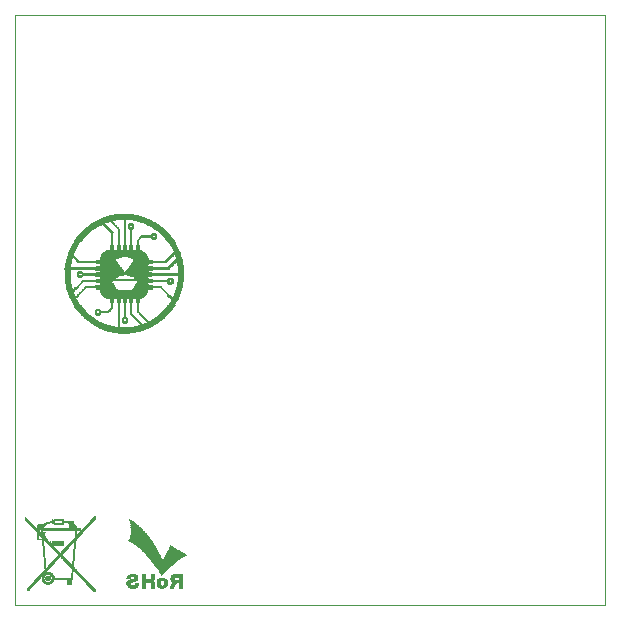
<source format=gbo>
G75*
%MOIN*%
%OFA0B0*%
%FSLAX25Y25*%
%IPPOS*%
%LPD*%
%AMOC8*
5,1,8,0,0,1.08239X$1,22.5*
%
%ADD10C,0.00000*%
%ADD11R,0.04035X0.00098*%
%ADD12R,0.05610X0.00098*%
%ADD13R,0.06890X0.00098*%
%ADD14R,0.07972X0.00098*%
%ADD15R,0.08858X0.00098*%
%ADD16R,0.09744X0.00098*%
%ADD17R,0.10531X0.00098*%
%ADD18R,0.11122X0.00098*%
%ADD19R,0.11909X0.00098*%
%ADD20R,0.12500X0.00098*%
%ADD21R,0.13091X0.00098*%
%ADD22R,0.13681X0.00098*%
%ADD23R,0.14075X0.00098*%
%ADD24R,0.14665X0.00098*%
%ADD25R,0.15059X0.00098*%
%ADD26R,0.15650X0.00098*%
%ADD27R,0.16043X0.00098*%
%ADD28R,0.16437X0.00098*%
%ADD29R,0.16831X0.00098*%
%ADD30R,0.06791X0.00098*%
%ADD31R,0.07087X0.00098*%
%ADD32R,0.06299X0.00098*%
%ADD33R,0.00689X0.00098*%
%ADD34R,0.05906X0.00098*%
%ADD35R,0.05807X0.00098*%
%ADD36R,0.05512X0.00098*%
%ADD37R,0.05217X0.00098*%
%ADD38R,0.05315X0.00098*%
%ADD39R,0.05020X0.00098*%
%ADD40R,0.05118X0.00098*%
%ADD41R,0.04921X0.00098*%
%ADD42R,0.04724X0.00098*%
%ADD43R,0.04626X0.00098*%
%ADD44R,0.04528X0.00098*%
%ADD45R,0.04331X0.00098*%
%ADD46R,0.04232X0.00098*%
%ADD47R,0.00984X0.00098*%
%ADD48R,0.04134X0.00098*%
%ADD49R,0.03937X0.00098*%
%ADD50R,0.00492X0.00098*%
%ADD51R,0.03839X0.00098*%
%ADD52R,0.01083X0.00098*%
%ADD53R,0.01378X0.00098*%
%ADD54R,0.01575X0.00098*%
%ADD55R,0.03740X0.00098*%
%ADD56R,0.01772X0.00098*%
%ADD57R,0.03642X0.00098*%
%ADD58R,0.01870X0.00098*%
%ADD59R,0.01969X0.00098*%
%ADD60R,0.03543X0.00098*%
%ADD61R,0.00886X0.00098*%
%ADD62R,0.03445X0.00098*%
%ADD63R,0.00787X0.00098*%
%ADD64R,0.03346X0.00098*%
%ADD65R,0.03248X0.00098*%
%ADD66R,0.03150X0.00098*%
%ADD67R,0.02067X0.00098*%
%ADD68R,0.03051X0.00098*%
%ADD69R,0.01673X0.00098*%
%ADD70R,0.01476X0.00098*%
%ADD71R,0.02953X0.00098*%
%ADD72R,0.01280X0.00098*%
%ADD73R,0.02854X0.00098*%
%ADD74R,0.02756X0.00098*%
%ADD75R,0.01181X0.00098*%
%ADD76R,0.02657X0.00098*%
%ADD77R,0.02559X0.00098*%
%ADD78R,0.02461X0.00098*%
%ADD79R,0.02362X0.00098*%
%ADD80R,0.02264X0.00098*%
%ADD81R,0.02165X0.00098*%
%ADD82R,0.12795X0.00098*%
%ADD83R,0.13287X0.00098*%
%ADD84R,0.13484X0.00098*%
%ADD85R,0.13976X0.00098*%
%ADD86R,0.14173X0.00098*%
%ADD87R,0.14370X0.00098*%
%ADD88R,0.14567X0.00098*%
%ADD89R,0.14862X0.00098*%
%ADD90R,0.15256X0.00098*%
%ADD91R,0.15354X0.00098*%
%ADD92R,0.15453X0.00098*%
%ADD93R,0.15748X0.00098*%
%ADD94R,0.15846X0.00098*%
%ADD95R,0.06004X0.00098*%
%ADD96R,0.06496X0.00098*%
%ADD97R,0.06102X0.00098*%
%ADD98R,0.05413X0.00098*%
%ADD99R,0.05709X0.00098*%
%ADD100R,0.06988X0.00098*%
%ADD101R,0.06398X0.00098*%
%ADD102R,0.09646X0.00098*%
%ADD103R,0.10630X0.00098*%
%ADD104R,0.09449X0.00098*%
%ADD105R,0.10433X0.00098*%
%ADD106R,0.09350X0.00098*%
%ADD107R,0.10335X0.00098*%
%ADD108R,0.09154X0.00098*%
%ADD109R,0.10138X0.00098*%
%ADD110R,0.09055X0.00098*%
%ADD111R,0.10039X0.00098*%
%ADD112R,0.09941X0.00098*%
%ADD113R,0.08760X0.00098*%
%ADD114R,0.04429X0.00098*%
%ADD115R,0.04823X0.00098*%
%ADD116R,0.10728X0.00098*%
%ADD117R,0.10236X0.00098*%
%ADD118R,0.29035X0.00098*%
%ADD119R,0.18996X0.00098*%
%ADD120R,0.07579X0.00098*%
%ADD121R,0.07677X0.00098*%
%ADD122R,0.07776X0.00098*%
%ADD123R,0.08465X0.00098*%
%ADD124R,0.18012X0.00098*%
%ADD125R,0.13386X0.00098*%
%ADD126R,0.18898X0.00098*%
%ADD127R,0.00394X0.00098*%
%ADD128R,0.19291X0.00098*%
%ADD129R,0.34055X0.00098*%
%ADD130R,0.34154X0.00098*%
%ADD131R,0.08169X0.00098*%
%ADD132R,0.08071X0.00098*%
%ADD133R,0.07480X0.00098*%
%ADD134R,0.07874X0.00098*%
%ADD135R,0.00591X0.00098*%
%ADD136R,0.07382X0.00098*%
%ADD137R,0.07283X0.00098*%
%ADD138R,0.08661X0.00098*%
%ADD139R,0.08563X0.00098*%
%ADD140R,0.19193X0.00098*%
%ADD141R,0.13878X0.00098*%
%ADD142R,0.19094X0.00098*%
%ADD143R,0.18701X0.00098*%
%ADD144R,0.08366X0.00098*%
%ADD145R,0.08268X0.00098*%
%ADD146R,0.06693X0.00098*%
%ADD147R,0.06201X0.00098*%
%ADD148R,0.06594X0.00098*%
%ADD149R,0.07185X0.00098*%
%ADD150R,0.11417X0.00098*%
%ADD151R,0.13189X0.00098*%
%ADD152R,0.11516X0.00098*%
%ADD153R,0.15551X0.00098*%
%ADD154R,0.14469X0.00098*%
%ADD155R,0.14272X0.00098*%
%ADD156R,0.12992X0.00098*%
%ADD157R,0.12598X0.00098*%
%ADD158R,0.12303X0.00098*%
%ADD159R,0.11713X0.00098*%
%ADD160R,0.00039X0.00020*%
%ADD161R,0.00020X0.00020*%
%ADD162R,0.00059X0.00020*%
%ADD163R,0.00157X0.00020*%
%ADD164R,0.00197X0.00020*%
%ADD165R,0.00236X0.00020*%
%ADD166R,0.00315X0.00020*%
%ADD167R,0.00354X0.00020*%
%ADD168R,0.00394X0.00020*%
%ADD169R,0.00453X0.00020*%
%ADD170R,0.00433X0.00020*%
%ADD171R,0.00472X0.00020*%
%ADD172R,0.00512X0.00020*%
%ADD173R,0.00551X0.00020*%
%ADD174R,0.00591X0.00020*%
%ADD175R,0.00630X0.00020*%
%ADD176R,0.00728X0.00020*%
%ADD177R,0.00098X0.00020*%
%ADD178R,0.00138X0.00020*%
%ADD179R,0.00177X0.00020*%
%ADD180R,0.00217X0.00020*%
%ADD181R,0.00295X0.00020*%
%ADD182R,0.00374X0.00020*%
%ADD183R,0.00768X0.00020*%
%ADD184R,0.00787X0.00020*%
%ADD185R,0.00827X0.00020*%
%ADD186R,0.00669X0.00020*%
%ADD187R,0.00709X0.00020*%
%ADD188R,0.00748X0.00020*%
%ADD189R,0.01496X0.00020*%
%ADD190R,0.01378X0.00020*%
%ADD191R,0.00276X0.00020*%
%ADD192R,0.00571X0.00020*%
%ADD193R,0.00118X0.00020*%
%ADD194R,0.00079X0.00020*%
%ADD195R,0.00906X0.00020*%
%ADD196R,0.01063X0.00020*%
%ADD197R,0.01181X0.00020*%
%ADD198R,0.01299X0.00020*%
%ADD199R,0.01516X0.00020*%
%ADD200R,0.01575X0.00020*%
%ADD201R,0.01673X0.00020*%
%ADD202R,0.01732X0.00020*%
%ADD203R,0.01811X0.00020*%
%ADD204R,0.00807X0.00020*%
%ADD205R,0.01890X0.00020*%
%ADD206R,0.01949X0.00020*%
%ADD207R,0.02008X0.00020*%
%ADD208R,0.02087X0.00020*%
%ADD209R,0.02126X0.00020*%
%ADD210R,0.02205X0.00020*%
%ADD211R,0.02244X0.00020*%
%ADD212R,0.02303X0.00020*%
%ADD213R,0.02343X0.00020*%
%ADD214R,0.02402X0.00020*%
%ADD215R,0.02461X0.00020*%
%ADD216R,0.02500X0.00020*%
%ADD217R,0.02539X0.00020*%
%ADD218R,0.01102X0.00020*%
%ADD219R,0.01083X0.00020*%
%ADD220R,0.01043X0.00020*%
%ADD221R,0.00965X0.00020*%
%ADD222R,0.00984X0.00020*%
%ADD223R,0.00945X0.00020*%
%ADD224R,0.00886X0.00020*%
%ADD225R,0.00925X0.00020*%
%ADD226R,0.00846X0.00020*%
%ADD227R,0.00866X0.00020*%
%ADD228R,0.00689X0.00020*%
%ADD229R,0.00650X0.00020*%
%ADD230R,0.00610X0.00020*%
%ADD231R,0.00531X0.00020*%
%ADD232R,0.01024X0.00020*%
%ADD233R,0.01437X0.00020*%
%ADD234R,0.01004X0.00020*%
%ADD235R,0.06752X0.00020*%
%ADD236R,0.06102X0.00020*%
%ADD237R,0.01122X0.00020*%
%ADD238R,0.06693X0.00020*%
%ADD239R,0.01142X0.00020*%
%ADD240R,0.06673X0.00020*%
%ADD241R,0.01260X0.00020*%
%ADD242R,0.06732X0.00020*%
%ADD243R,0.01220X0.00020*%
%ADD244R,0.06772X0.00020*%
%ADD245R,0.01319X0.00020*%
%ADD246R,0.06654X0.00020*%
%ADD247R,0.01398X0.00020*%
%ADD248R,0.01417X0.00020*%
%ADD249R,0.00492X0.00020*%
%ADD250R,0.01476X0.00020*%
%ADD251R,0.01831X0.00020*%
%ADD252R,0.01752X0.00020*%
%ADD253R,0.01634X0.00020*%
%ADD254R,0.01614X0.00020*%
%ADD255R,0.01535X0.00020*%
%ADD256R,0.01339X0.00020*%
%ADD257R,0.01240X0.00020*%
%ADD258R,0.01358X0.00020*%
%ADD259R,0.01457X0.00020*%
%ADD260R,0.04449X0.00020*%
%ADD261R,0.04488X0.00020*%
%ADD262R,0.04508X0.00020*%
%ADD263R,0.04528X0.00020*%
%ADD264R,0.04547X0.00020*%
%ADD265R,0.04567X0.00020*%
%ADD266R,0.04587X0.00020*%
%ADD267R,0.04606X0.00020*%
%ADD268R,0.04626X0.00020*%
%ADD269R,0.04646X0.00020*%
%ADD270R,0.04665X0.00020*%
%ADD271R,0.04685X0.00020*%
%ADD272R,0.04744X0.00020*%
%ADD273R,0.04724X0.00020*%
%ADD274R,0.04783X0.00020*%
%ADD275R,0.04803X0.00020*%
%ADD276R,0.04764X0.00020*%
%ADD277R,0.04843X0.00020*%
%ADD278R,0.04823X0.00020*%
%ADD279R,0.04862X0.00020*%
%ADD280R,0.04882X0.00020*%
%ADD281R,0.04902X0.00020*%
%ADD282R,0.04921X0.00020*%
%ADD283R,0.04941X0.00020*%
%ADD284R,0.04961X0.00020*%
%ADD285R,0.04980X0.00020*%
%ADD286R,0.05000X0.00020*%
%ADD287R,0.05059X0.00020*%
%ADD288R,0.05039X0.00020*%
%ADD289R,0.04291X0.00020*%
%ADD290R,0.05079X0.00020*%
%ADD291R,0.04232X0.00020*%
%ADD292R,0.04272X0.00020*%
%ADD293R,0.00335X0.00020*%
%ADD294R,0.03091X0.00020*%
%ADD295R,0.03012X0.00020*%
%ADD296R,0.02992X0.00020*%
%ADD297R,0.02972X0.00020*%
%ADD298R,0.02953X0.00020*%
%ADD299R,0.02933X0.00020*%
%ADD300R,0.02913X0.00020*%
%ADD301R,0.02894X0.00020*%
%ADD302R,0.02874X0.00020*%
%ADD303R,0.02854X0.00020*%
%ADD304R,0.02835X0.00020*%
%ADD305R,0.02815X0.00020*%
%ADD306R,0.02756X0.00020*%
%ADD307R,0.02283X0.00020*%
%ADD308R,0.13465X0.00020*%
%ADD309R,0.13425X0.00020*%
%ADD310R,0.13524X0.00020*%
%ADD311R,0.13583X0.00020*%
%ADD312R,0.13504X0.00020*%
%ADD313R,0.13563X0.00020*%
%ADD314R,0.13642X0.00020*%
%ADD315R,0.13681X0.00020*%
%ADD316R,0.13740X0.00020*%
%ADD317R,0.13760X0.00020*%
%ADD318R,0.13799X0.00020*%
%ADD319R,0.13819X0.00020*%
%ADD320R,0.13858X0.00020*%
%ADD321R,0.13878X0.00020*%
%ADD322R,0.13898X0.00020*%
%ADD323R,0.13976X0.00020*%
%ADD324R,0.13957X0.00020*%
%ADD325R,0.13996X0.00020*%
%ADD326R,0.14016X0.00020*%
%ADD327R,0.14035X0.00020*%
%ADD328R,0.14055X0.00020*%
%ADD329R,0.14075X0.00020*%
%ADD330R,0.14094X0.00020*%
%ADD331R,0.14114X0.00020*%
%ADD332R,0.14173X0.00020*%
%ADD333R,0.14134X0.00020*%
%ADD334R,0.14154X0.00020*%
%ADD335R,0.01161X0.00020*%
%ADD336R,0.01791X0.00020*%
%ADD337R,0.01713X0.00020*%
%ADD338R,0.00256X0.00020*%
%ADD339R,0.01850X0.00020*%
%ADD340R,0.01870X0.00020*%
%ADD341R,0.01909X0.00020*%
%ADD342R,0.01969X0.00020*%
%ADD343R,0.01929X0.00020*%
%ADD344R,0.01988X0.00020*%
%ADD345R,0.02028X0.00020*%
%ADD346R,0.02067X0.00020*%
%ADD347R,0.02047X0.00020*%
%ADD348R,0.01693X0.00020*%
%ADD349R,0.01594X0.00020*%
%ADD350R,0.01280X0.00020*%
%ADD351R,0.01201X0.00020*%
%ADD352R,0.00413X0.00020*%
%ADD353R,0.03484X0.00020*%
%ADD354R,0.03386X0.00020*%
%ADD355R,0.02382X0.00020*%
%ADD356R,0.02598X0.00020*%
%ADD357R,0.01555X0.00020*%
%ADD358R,0.00669X0.00039*%
%ADD359R,0.00866X0.00039*%
%ADD360R,0.00709X0.00039*%
%ADD361R,0.00906X0.00039*%
%ADD362R,0.01260X0.00039*%
%ADD363R,0.01496X0.00039*%
%ADD364R,0.01417X0.00039*%
%ADD365R,0.01339X0.00039*%
%ADD366R,0.00079X0.00039*%
%ADD367R,0.01654X0.00039*%
%ADD368R,0.01299X0.00039*%
%ADD369R,0.01535X0.00039*%
%ADD370R,0.01850X0.00039*%
%ADD371R,0.01575X0.00039*%
%ADD372R,0.01929X0.00039*%
%ADD373R,0.02362X0.00039*%
%ADD374R,0.01457X0.00039*%
%ADD375R,0.02008X0.00039*%
%ADD376R,0.02402X0.00039*%
%ADD377R,0.02244X0.00039*%
%ADD378R,0.02677X0.00039*%
%ADD379R,0.02323X0.00039*%
%ADD380R,0.02756X0.00039*%
%ADD381R,0.02835X0.00039*%
%ADD382R,0.02559X0.00039*%
%ADD383R,0.02992X0.00039*%
%ADD384R,0.02598X0.00039*%
%ADD385R,0.03071X0.00039*%
%ADD386R,0.03189X0.00039*%
%ADD387R,0.02795X0.00039*%
%ADD388R,0.03228X0.00039*%
%ADD389R,0.02913X0.00039*%
%ADD390R,0.03307X0.00039*%
%ADD391R,0.02953X0.00039*%
%ADD392R,0.03346X0.00039*%
%ADD393R,0.03425X0.00039*%
%ADD394R,0.03110X0.00039*%
%ADD395R,0.03504X0.00039*%
%ADD396R,0.03150X0.00039*%
%ADD397R,0.03543X0.00039*%
%ADD398R,0.00236X0.00039*%
%ADD399R,0.03622X0.00039*%
%ADD400R,0.03661X0.00039*%
%ADD401R,0.03701X0.00039*%
%ADD402R,0.03740X0.00039*%
%ADD403R,0.01220X0.00039*%
%ADD404R,0.01181X0.00039*%
%ADD405R,0.01378X0.00039*%
%ADD406R,0.01142X0.00039*%
%ADD407R,0.00394X0.00039*%
%ADD408R,0.00354X0.00039*%
%ADD409R,0.01102X0.00039*%
%ADD410R,0.01693X0.00039*%
%ADD411R,0.04331X0.00039*%
%ADD412R,0.01811X0.00039*%
%ADD413R,0.03031X0.00039*%
%ADD414R,0.00039X0.00039*%
%ADD415R,0.02205X0.00039*%
%ADD416R,0.04291X0.00039*%
%ADD417R,0.03386X0.00039*%
%ADD418R,0.02480X0.00039*%
%ADD419R,0.02520X0.00039*%
%ADD420R,0.03465X0.00039*%
%ADD421R,0.03583X0.00039*%
%ADD422R,0.02717X0.00039*%
%ADD423R,0.02874X0.00039*%
%ADD424R,0.03780X0.00039*%
%ADD425R,0.03819X0.00039*%
%ADD426R,0.03858X0.00039*%
%ADD427R,0.03898X0.00039*%
%ADD428R,0.02638X0.00039*%
%ADD429R,0.02126X0.00039*%
%ADD430R,0.02087X0.00039*%
%ADD431R,0.02047X0.00039*%
%ADD432R,0.02283X0.00039*%
%ADD433R,0.01614X0.00039*%
%ADD434R,0.01732X0.00039*%
%ADD435R,0.00276X0.00039*%
%ADD436R,0.00315X0.00039*%
%ADD437R,0.01024X0.00039*%
%ADD438R,0.00118X0.00039*%
%ADD439R,0.04016X0.00039*%
%ADD440R,0.03976X0.00039*%
%ADD441R,0.03937X0.00039*%
%ADD442R,0.03268X0.00039*%
%ADD443R,0.00157X0.00039*%
%ADD444R,0.02441X0.00039*%
%ADD445R,0.00472X0.00039*%
%ADD446R,0.00433X0.00039*%
%ADD447R,0.00512X0.00039*%
%ADD448R,0.00748X0.00039*%
%ADD449R,0.00827X0.00039*%
%ADD450R,0.00945X0.00039*%
%ADD451R,0.00984X0.00039*%
%ADD452R,0.01063X0.00039*%
%ADD453R,0.01772X0.00039*%
%ADD454R,0.01969X0.00039*%
%ADD455R,0.02165X0.00039*%
%ADD456R,0.04055X0.00039*%
%ADD457R,0.04094X0.00039*%
%ADD458R,0.04173X0.00039*%
%ADD459R,0.04252X0.00039*%
%ADD460R,0.04409X0.00039*%
%ADD461R,0.04528X0.00039*%
%ADD462R,0.04567X0.00039*%
%ADD463R,0.04646X0.00039*%
%ADD464R,0.04685X0.00039*%
%ADD465R,0.04764X0.00039*%
%ADD466R,0.04803X0.00039*%
%ADD467R,0.04921X0.00039*%
%ADD468R,0.05039X0.00039*%
%ADD469R,0.05118X0.00039*%
%ADD470R,0.05157X0.00039*%
%ADD471R,0.05236X0.00039*%
%ADD472R,0.05354X0.00039*%
%ADD473R,0.05394X0.00039*%
%ADD474R,0.05472X0.00039*%
%ADD475R,0.05551X0.00039*%
%ADD476R,0.05591X0.00039*%
%ADD477R,0.05709X0.00039*%
%ADD478R,0.05748X0.00039*%
%ADD479R,0.05906X0.00039*%
%ADD480R,0.05984X0.00039*%
%ADD481R,0.06024X0.00039*%
%ADD482R,0.06142X0.00039*%
%ADD483R,0.06181X0.00039*%
%ADD484R,0.06260X0.00039*%
%ADD485R,0.06299X0.00039*%
%ADD486R,0.06417X0.00039*%
%ADD487R,0.06378X0.00039*%
%ADD488R,0.06496X0.00039*%
%ADD489R,0.06654X0.00039*%
%ADD490R,0.06693X0.00039*%
%ADD491R,0.06772X0.00039*%
%ADD492R,0.06850X0.00039*%
%ADD493R,0.06890X0.00039*%
%ADD494R,0.07008X0.00039*%
%ADD495R,0.07087X0.00039*%
%ADD496R,0.07165X0.00039*%
%ADD497R,0.07244X0.00039*%
%ADD498R,0.07323X0.00039*%
%ADD499R,0.07402X0.00039*%
%ADD500R,0.07480X0.00039*%
%ADD501R,0.07598X0.00039*%
%ADD502R,0.07677X0.00039*%
%ADD503R,0.07795X0.00039*%
%ADD504R,0.07874X0.00039*%
%ADD505R,0.07992X0.00039*%
%ADD506R,0.08031X0.00039*%
%ADD507R,0.08150X0.00039*%
%ADD508R,0.08189X0.00039*%
%ADD509R,0.08307X0.00039*%
%ADD510R,0.08228X0.00039*%
%ADD511R,0.08425X0.00039*%
%ADD512R,0.08622X0.00039*%
%ADD513R,0.04882X0.00039*%
%ADD514R,0.04961X0.00039*%
%ADD515R,0.05197X0.00039*%
%ADD516R,0.05276X0.00039*%
%ADD517R,0.05315X0.00039*%
%ADD518R,0.05630X0.00039*%
%ADD519R,0.05669X0.00039*%
%ADD520R,0.04134X0.00039*%
%ADD521R,0.05866X0.00039*%
%ADD522R,0.05827X0.00039*%
%ADD523R,0.05945X0.00039*%
%ADD524R,0.04213X0.00039*%
%ADD525R,0.06063X0.00039*%
%ADD526R,0.06220X0.00039*%
%ADD527R,0.06339X0.00039*%
%ADD528R,0.04370X0.00039*%
%ADD529R,0.06535X0.00039*%
%ADD530R,0.06614X0.00039*%
%ADD531R,0.06732X0.00039*%
%ADD532R,0.04449X0.00039*%
%ADD533R,0.06811X0.00039*%
%ADD534R,0.04488X0.00039*%
%ADD535R,0.04606X0.00039*%
%ADD536R,0.05512X0.00039*%
%ADD537R,0.04724X0.00039*%
%ADD538R,0.05079X0.00039*%
%ADD539R,0.04843X0.00039*%
%ADD540R,0.05000X0.00039*%
%ADD541R,0.00630X0.00039*%
%ADD542R,0.05787X0.00039*%
%ADD543R,0.00551X0.00039*%
%ADD544R,0.00197X0.00039*%
%ADD545R,0.06102X0.00039*%
%ADD546R,0.06457X0.00039*%
%ADD547R,0.06575X0.00039*%
%ADD548R,0.07047X0.00039*%
%ADD549R,0.07205X0.00039*%
%ADD550R,0.07283X0.00039*%
%ADD551R,0.07520X0.00039*%
%ADD552R,0.07441X0.00039*%
%ADD553R,0.07362X0.00039*%
%ADD554R,0.07126X0.00039*%
%ADD555R,0.06969X0.00039*%
%ADD556R,0.05433X0.00039*%
%ADD557R,0.01890X0.00039*%
%ADD558R,0.00787X0.00039*%
%ADD559R,0.00591X0.00039*%
D10*
X0005982Y0001000D02*
X0005982Y0197850D01*
X0202832Y0197850D01*
X0202832Y0001000D01*
X0005982Y0001000D01*
D11*
X0042497Y0091551D03*
X0033639Y0094701D03*
X0033442Y0094799D03*
X0051356Y0094701D03*
X0050076Y0124031D03*
X0050175Y0124130D03*
X0051356Y0127969D03*
X0042497Y0131118D03*
D12*
X0042497Y0131020D03*
X0035804Y0108283D03*
X0037281Y0106118D03*
X0047714Y0105823D03*
X0042497Y0091650D03*
D13*
X0042547Y0091748D03*
X0036444Y0106315D03*
X0048551Y0114878D03*
X0047665Y0129248D03*
X0037330Y0129248D03*
D14*
X0042497Y0130823D03*
X0038462Y0112024D03*
X0042497Y0091846D03*
D15*
X0042547Y0091945D03*
X0050421Y0107102D03*
X0042547Y0130724D03*
D16*
X0042497Y0130626D03*
X0034525Y0107201D03*
X0042497Y0092043D03*
D17*
X0042497Y0092142D03*
X0042497Y0130528D03*
D18*
X0042497Y0130429D03*
X0042497Y0103067D03*
X0042497Y0092240D03*
D19*
X0042497Y0092339D03*
X0042497Y0103165D03*
X0042497Y0130331D03*
D20*
X0042497Y0130232D03*
X0042497Y0103264D03*
X0042497Y0092437D03*
D21*
X0042497Y0092535D03*
X0042497Y0130134D03*
D22*
X0042497Y0130035D03*
X0042497Y0118421D03*
X0042497Y0103657D03*
X0042497Y0092634D03*
D23*
X0042497Y0092732D03*
X0051060Y0113500D03*
X0042497Y0118224D03*
X0042497Y0129937D03*
D24*
X0042497Y0129839D03*
X0042497Y0117929D03*
X0042497Y0104150D03*
X0042497Y0092831D03*
D25*
X0042497Y0092929D03*
X0042497Y0104346D03*
X0042497Y0104445D03*
X0042497Y0117634D03*
X0042497Y0129740D03*
D26*
X0042497Y0117043D03*
X0042497Y0105035D03*
X0042497Y0104937D03*
X0042497Y0093028D03*
D27*
X0042497Y0093126D03*
X0042497Y0105626D03*
X0042497Y0129543D03*
D28*
X0042497Y0129445D03*
X0042497Y0093224D03*
D29*
X0042497Y0093323D03*
X0042497Y0129346D03*
D30*
X0036395Y0106512D03*
X0036395Y0106413D03*
X0047714Y0093421D03*
D31*
X0037428Y0093421D03*
X0048452Y0114681D03*
X0038117Y0116846D03*
D32*
X0037625Y0114287D03*
X0036149Y0109465D03*
X0047369Y0113795D03*
X0048846Y0115764D03*
X0048846Y0106512D03*
X0048255Y0093520D03*
X0036838Y0093520D03*
X0048255Y0129150D03*
D33*
X0045450Y0127378D03*
X0045549Y0127181D03*
X0045549Y0127083D03*
X0045450Y0126886D03*
X0044761Y0126098D03*
X0044761Y0126000D03*
X0044761Y0125902D03*
X0044761Y0125803D03*
X0044761Y0125705D03*
X0044761Y0125606D03*
X0044761Y0125508D03*
X0044761Y0125409D03*
X0044761Y0125311D03*
X0044761Y0125213D03*
X0044761Y0125114D03*
X0044761Y0125016D03*
X0044761Y0124917D03*
X0044761Y0124819D03*
X0044761Y0124720D03*
X0044761Y0124622D03*
X0044761Y0124524D03*
X0044761Y0124425D03*
X0044761Y0124327D03*
X0044761Y0124228D03*
X0044761Y0124130D03*
X0044761Y0124031D03*
X0044761Y0123933D03*
X0044761Y0123835D03*
X0044761Y0123736D03*
X0044761Y0123638D03*
X0044761Y0123539D03*
X0044761Y0123441D03*
X0044761Y0123343D03*
X0044761Y0123244D03*
X0044761Y0123146D03*
X0044761Y0123047D03*
X0044761Y0122949D03*
X0044761Y0122850D03*
X0044761Y0122752D03*
X0044761Y0122654D03*
X0044761Y0122555D03*
X0044761Y0122457D03*
X0044761Y0122358D03*
X0044761Y0122260D03*
X0044761Y0122161D03*
X0044761Y0122063D03*
X0044761Y0121965D03*
X0044761Y0121866D03*
X0044761Y0121768D03*
X0044761Y0121669D03*
X0044761Y0121571D03*
X0044761Y0121472D03*
X0044761Y0121374D03*
X0044761Y0121276D03*
X0044761Y0121177D03*
X0044761Y0121079D03*
X0044761Y0120980D03*
X0044761Y0120882D03*
X0042694Y0120882D03*
X0042694Y0120980D03*
X0042694Y0121079D03*
X0042694Y0121177D03*
X0042694Y0121276D03*
X0042694Y0121374D03*
X0042694Y0121472D03*
X0042694Y0121571D03*
X0042694Y0121669D03*
X0042694Y0121768D03*
X0042694Y0121866D03*
X0042694Y0121965D03*
X0042694Y0122063D03*
X0042694Y0122161D03*
X0042694Y0122260D03*
X0042694Y0122358D03*
X0042694Y0122457D03*
X0042694Y0122555D03*
X0042694Y0122654D03*
X0042694Y0122752D03*
X0042694Y0122850D03*
X0042694Y0122949D03*
X0042694Y0123047D03*
X0042694Y0123146D03*
X0042694Y0123244D03*
X0042694Y0123343D03*
X0042694Y0123441D03*
X0042694Y0123539D03*
X0042694Y0123638D03*
X0042694Y0123736D03*
X0042694Y0123835D03*
X0042694Y0123933D03*
X0042694Y0124031D03*
X0042694Y0124130D03*
X0042694Y0124228D03*
X0042694Y0124327D03*
X0042694Y0124425D03*
X0042694Y0124524D03*
X0042694Y0124622D03*
X0042694Y0124720D03*
X0042694Y0124819D03*
X0042694Y0124917D03*
X0042694Y0125016D03*
X0042694Y0125114D03*
X0042694Y0125213D03*
X0042694Y0125311D03*
X0042694Y0125409D03*
X0042694Y0125508D03*
X0042694Y0125606D03*
X0042694Y0125705D03*
X0042694Y0125803D03*
X0042694Y0125902D03*
X0042694Y0126000D03*
X0042694Y0126098D03*
X0042694Y0126197D03*
X0042694Y0126295D03*
X0042694Y0126394D03*
X0042694Y0126492D03*
X0042694Y0126591D03*
X0042694Y0126689D03*
X0042694Y0126787D03*
X0042694Y0126886D03*
X0042694Y0126984D03*
X0042694Y0127083D03*
X0042694Y0127181D03*
X0042694Y0127280D03*
X0042694Y0127378D03*
X0042694Y0127476D03*
X0042694Y0127575D03*
X0042694Y0127673D03*
X0042694Y0127772D03*
X0042694Y0127870D03*
X0042694Y0127969D03*
X0042694Y0128067D03*
X0042694Y0128165D03*
X0042694Y0128264D03*
X0042694Y0128362D03*
X0042694Y0128461D03*
X0042694Y0128559D03*
X0042694Y0128657D03*
X0042694Y0128756D03*
X0042694Y0128854D03*
X0042694Y0128953D03*
X0042694Y0129051D03*
X0042694Y0129150D03*
X0042694Y0129248D03*
X0044072Y0127280D03*
X0044072Y0127181D03*
X0044072Y0127083D03*
X0044072Y0126984D03*
X0040627Y0126098D03*
X0040627Y0126000D03*
X0040627Y0125902D03*
X0040627Y0125803D03*
X0040627Y0125705D03*
X0040627Y0125606D03*
X0040627Y0125508D03*
X0040627Y0125409D03*
X0040627Y0125311D03*
X0040627Y0125213D03*
X0040627Y0125114D03*
X0040627Y0125016D03*
X0040627Y0124917D03*
X0040627Y0124819D03*
X0040627Y0124720D03*
X0040627Y0124622D03*
X0040627Y0124524D03*
X0040627Y0124425D03*
X0040627Y0124327D03*
X0040627Y0124228D03*
X0040627Y0124130D03*
X0040627Y0124031D03*
X0040627Y0123933D03*
X0040627Y0123835D03*
X0040627Y0123736D03*
X0040627Y0123638D03*
X0040627Y0123539D03*
X0040627Y0123441D03*
X0040627Y0123343D03*
X0040627Y0123244D03*
X0040627Y0123146D03*
X0040627Y0123047D03*
X0040627Y0122949D03*
X0040627Y0122850D03*
X0040627Y0122752D03*
X0040627Y0122654D03*
X0040627Y0122555D03*
X0040627Y0122457D03*
X0040627Y0122358D03*
X0040627Y0122260D03*
X0040627Y0122161D03*
X0040627Y0122063D03*
X0040627Y0121965D03*
X0040627Y0121866D03*
X0040627Y0121768D03*
X0040627Y0121669D03*
X0040627Y0121571D03*
X0040627Y0121472D03*
X0040627Y0121374D03*
X0040627Y0121276D03*
X0040627Y0121177D03*
X0040627Y0121079D03*
X0040627Y0120980D03*
X0040627Y0120882D03*
X0038462Y0120882D03*
X0038462Y0120980D03*
X0038462Y0121079D03*
X0038462Y0121177D03*
X0038462Y0121276D03*
X0038462Y0121374D03*
X0038462Y0121472D03*
X0038462Y0121571D03*
X0038462Y0121669D03*
X0038462Y0121768D03*
X0038462Y0121866D03*
X0038462Y0121965D03*
X0038462Y0122063D03*
X0038462Y0122161D03*
X0038462Y0122260D03*
X0038462Y0122358D03*
X0038462Y0122457D03*
X0038462Y0122555D03*
X0038462Y0122654D03*
X0038462Y0122752D03*
X0038462Y0122850D03*
X0038462Y0122949D03*
X0038462Y0123047D03*
X0038462Y0123146D03*
X0038462Y0123244D03*
X0038462Y0123343D03*
X0038462Y0123441D03*
X0038462Y0123539D03*
X0038462Y0123638D03*
X0038462Y0123736D03*
X0038462Y0123835D03*
X0038462Y0123933D03*
X0038462Y0124031D03*
X0038462Y0124130D03*
X0038462Y0124228D03*
X0038462Y0124327D03*
X0038462Y0124425D03*
X0038462Y0124524D03*
X0038462Y0124622D03*
X0038462Y0124720D03*
X0038462Y0124819D03*
X0046926Y0122161D03*
X0046926Y0122063D03*
X0046926Y0121965D03*
X0046926Y0121866D03*
X0046926Y0121768D03*
X0046926Y0121669D03*
X0046926Y0121571D03*
X0046926Y0121472D03*
X0046926Y0121374D03*
X0046926Y0121276D03*
X0046926Y0121177D03*
X0046926Y0121079D03*
X0046926Y0120980D03*
X0046926Y0120882D03*
X0052438Y0122752D03*
X0053127Y0123638D03*
X0053127Y0123736D03*
X0053127Y0123835D03*
X0053127Y0123933D03*
X0058639Y0108874D03*
X0058639Y0108776D03*
X0057852Y0107791D03*
X0046926Y0101787D03*
X0046926Y0101689D03*
X0046926Y0101591D03*
X0046926Y0101492D03*
X0046926Y0101394D03*
X0046926Y0101295D03*
X0046926Y0101197D03*
X0046926Y0101098D03*
X0046926Y0101000D03*
X0046926Y0100902D03*
X0046926Y0100803D03*
X0046926Y0100705D03*
X0046926Y0100606D03*
X0046926Y0100508D03*
X0046926Y0100409D03*
X0046926Y0100311D03*
X0046926Y0100213D03*
X0046926Y0100114D03*
X0046926Y0100016D03*
X0046926Y0099917D03*
X0046926Y0099819D03*
X0046926Y0099720D03*
X0046926Y0099622D03*
X0046926Y0099524D03*
X0046926Y0099425D03*
X0046926Y0099327D03*
X0046926Y0099228D03*
X0046926Y0099130D03*
X0046926Y0099031D03*
X0046926Y0098933D03*
X0044761Y0098933D03*
X0044761Y0098835D03*
X0044761Y0098736D03*
X0044761Y0098638D03*
X0044761Y0098539D03*
X0044761Y0098441D03*
X0044761Y0098343D03*
X0044761Y0098244D03*
X0044761Y0098146D03*
X0044761Y0098047D03*
X0044761Y0097949D03*
X0044761Y0099031D03*
X0044761Y0099130D03*
X0044761Y0099228D03*
X0044761Y0099327D03*
X0044761Y0099425D03*
X0044761Y0099524D03*
X0044761Y0099622D03*
X0044761Y0099720D03*
X0044761Y0099819D03*
X0044761Y0099917D03*
X0044761Y0100016D03*
X0044761Y0100114D03*
X0044761Y0100213D03*
X0044761Y0100311D03*
X0044761Y0100409D03*
X0044761Y0100508D03*
X0044761Y0100606D03*
X0044761Y0100705D03*
X0044761Y0100803D03*
X0044761Y0100902D03*
X0044761Y0101000D03*
X0044761Y0101098D03*
X0044761Y0101197D03*
X0044761Y0101295D03*
X0044761Y0101394D03*
X0044761Y0101492D03*
X0044761Y0101591D03*
X0044761Y0101689D03*
X0044761Y0101787D03*
X0042694Y0101787D03*
X0042694Y0101689D03*
X0042694Y0101591D03*
X0042694Y0101492D03*
X0042694Y0101394D03*
X0042694Y0101295D03*
X0042694Y0101197D03*
X0042694Y0101098D03*
X0042694Y0101000D03*
X0042694Y0100902D03*
X0042694Y0100803D03*
X0042694Y0100705D03*
X0042694Y0100606D03*
X0042694Y0100508D03*
X0042694Y0100409D03*
X0042694Y0100311D03*
X0042694Y0100213D03*
X0042694Y0100114D03*
X0042694Y0100016D03*
X0042694Y0099917D03*
X0042694Y0099819D03*
X0042694Y0099720D03*
X0042694Y0099622D03*
X0042694Y0099524D03*
X0042694Y0099425D03*
X0042694Y0099327D03*
X0042694Y0099228D03*
X0042694Y0099130D03*
X0042694Y0099031D03*
X0042694Y0098933D03*
X0042694Y0098835D03*
X0042694Y0098736D03*
X0042694Y0098638D03*
X0042694Y0098539D03*
X0042694Y0098441D03*
X0042694Y0098343D03*
X0042694Y0098244D03*
X0042694Y0098146D03*
X0042694Y0098047D03*
X0042694Y0097949D03*
X0042694Y0097850D03*
X0042694Y0097752D03*
X0042694Y0097654D03*
X0042694Y0097555D03*
X0042694Y0097457D03*
X0042694Y0097358D03*
X0042694Y0097260D03*
X0042694Y0097161D03*
X0042694Y0097063D03*
X0042694Y0096965D03*
X0042005Y0095980D03*
X0042005Y0095882D03*
X0042005Y0095783D03*
X0042005Y0095685D03*
X0040627Y0095685D03*
X0040627Y0095587D03*
X0040627Y0095488D03*
X0040627Y0095390D03*
X0040627Y0095291D03*
X0040627Y0095193D03*
X0040627Y0095094D03*
X0040627Y0094996D03*
X0040627Y0094898D03*
X0040627Y0094799D03*
X0040627Y0094701D03*
X0040627Y0094602D03*
X0040627Y0094504D03*
X0040627Y0094406D03*
X0040627Y0094307D03*
X0040627Y0094209D03*
X0040627Y0094110D03*
X0040627Y0094012D03*
X0040627Y0093913D03*
X0040627Y0093815D03*
X0040627Y0093717D03*
X0040627Y0093618D03*
X0040627Y0093520D03*
X0040627Y0095783D03*
X0040627Y0095882D03*
X0040627Y0095980D03*
X0040627Y0096079D03*
X0040627Y0096177D03*
X0040627Y0096276D03*
X0040627Y0096374D03*
X0040627Y0096472D03*
X0040627Y0096571D03*
X0040627Y0096669D03*
X0040627Y0096768D03*
X0040627Y0096866D03*
X0040627Y0096965D03*
X0040627Y0097063D03*
X0040627Y0097161D03*
X0040627Y0097260D03*
X0040627Y0097358D03*
X0040627Y0097457D03*
X0040627Y0097555D03*
X0040627Y0097654D03*
X0040627Y0097752D03*
X0040627Y0097850D03*
X0040627Y0097949D03*
X0040627Y0098047D03*
X0040627Y0098146D03*
X0040627Y0098244D03*
X0040627Y0098343D03*
X0040627Y0098441D03*
X0040627Y0098539D03*
X0040627Y0098638D03*
X0040627Y0098736D03*
X0040627Y0098835D03*
X0040627Y0098933D03*
X0040627Y0099031D03*
X0040627Y0099130D03*
X0040627Y0099228D03*
X0040627Y0099327D03*
X0040627Y0099425D03*
X0040627Y0099524D03*
X0040627Y0099622D03*
X0040627Y0099720D03*
X0040627Y0099819D03*
X0040627Y0099917D03*
X0040627Y0100016D03*
X0040627Y0100114D03*
X0040627Y0100213D03*
X0040627Y0100311D03*
X0040627Y0100409D03*
X0040627Y0100508D03*
X0040627Y0100606D03*
X0040627Y0100705D03*
X0040627Y0100803D03*
X0040627Y0100902D03*
X0040627Y0101000D03*
X0040627Y0101098D03*
X0040627Y0101197D03*
X0040627Y0101295D03*
X0040627Y0101394D03*
X0040627Y0101492D03*
X0040627Y0101591D03*
X0040627Y0101689D03*
X0040627Y0101787D03*
X0038462Y0101787D03*
X0038462Y0101689D03*
X0038462Y0101591D03*
X0038462Y0101492D03*
X0038462Y0101394D03*
X0038462Y0101295D03*
X0038462Y0101197D03*
X0038462Y0101098D03*
X0038462Y0101000D03*
X0038462Y0100902D03*
X0038462Y0100803D03*
X0038462Y0100705D03*
X0038462Y0100606D03*
X0038462Y0100508D03*
X0038462Y0100409D03*
X0038462Y0100311D03*
X0038462Y0100213D03*
X0038462Y0100114D03*
X0043482Y0095882D03*
X0043482Y0095783D03*
X0033049Y0098343D03*
X0033049Y0098441D03*
X0033049Y0098539D03*
X0033049Y0098638D03*
X0027143Y0110941D03*
X0027143Y0111039D03*
X0027143Y0111138D03*
X0027143Y0111236D03*
D34*
X0037428Y0105921D03*
X0047566Y0114287D03*
X0047468Y0116650D03*
X0049043Y0109465D03*
X0049043Y0107398D03*
X0048649Y0093618D03*
X0048649Y0129051D03*
D35*
X0036395Y0129051D03*
X0037478Y0116453D03*
X0047615Y0114386D03*
X0036395Y0093618D03*
D36*
X0036051Y0093717D03*
X0048944Y0093717D03*
X0035755Y0108382D03*
X0035755Y0108480D03*
X0037232Y0116256D03*
X0047763Y0116453D03*
X0048944Y0128953D03*
X0036051Y0128953D03*
D37*
X0037084Y0116059D03*
X0049387Y0108382D03*
X0049387Y0108283D03*
X0049289Y0093815D03*
D38*
X0050322Y0094406D03*
X0047862Y0106020D03*
X0047862Y0116354D03*
X0037133Y0116157D03*
X0037133Y0110055D03*
X0035755Y0093815D03*
X0049239Y0128854D03*
D39*
X0048009Y0116157D03*
X0036986Y0115961D03*
X0036986Y0109858D03*
X0050273Y0094307D03*
X0049584Y0093913D03*
D40*
X0047960Y0106118D03*
X0049436Y0108480D03*
X0047960Y0110350D03*
X0047960Y0116256D03*
X0037035Y0115862D03*
X0037035Y0109957D03*
X0035460Y0093913D03*
X0049535Y0128756D03*
D41*
X0049830Y0128657D03*
X0035165Y0128657D03*
X0033787Y0127772D03*
X0036936Y0109760D03*
X0036936Y0109661D03*
X0048058Y0110252D03*
X0049830Y0094012D03*
X0035165Y0094012D03*
D42*
X0034968Y0094110D03*
X0036838Y0107791D03*
X0036838Y0107890D03*
X0036838Y0107988D03*
X0036838Y0108087D03*
X0048157Y0110055D03*
X0048157Y0115862D03*
X0050125Y0128559D03*
X0034968Y0128559D03*
X0033787Y0127870D03*
X0050224Y0094209D03*
X0050125Y0094110D03*
D43*
X0034722Y0094209D03*
X0048206Y0109858D03*
X0048206Y0109957D03*
X0048206Y0115961D03*
X0050273Y0128461D03*
D44*
X0049928Y0123539D03*
X0048255Y0109760D03*
X0048255Y0109661D03*
X0052094Y0095390D03*
X0034476Y0094307D03*
X0034476Y0128362D03*
X0034673Y0128461D03*
D45*
X0034279Y0128264D03*
X0049928Y0123638D03*
X0050814Y0128264D03*
X0048354Y0107988D03*
X0048354Y0107890D03*
X0048354Y0107791D03*
X0048354Y0107693D03*
X0036641Y0108185D03*
X0034279Y0094406D03*
X0052094Y0095291D03*
D46*
X0050962Y0094504D03*
X0048403Y0108087D03*
X0034033Y0094504D03*
X0049879Y0123736D03*
X0050962Y0128165D03*
X0034033Y0128165D03*
X0033836Y0128067D03*
D47*
X0038216Y0128657D03*
X0038314Y0128559D03*
X0038413Y0128461D03*
X0038511Y0128362D03*
X0038610Y0128264D03*
X0038708Y0128165D03*
X0038806Y0128067D03*
X0038905Y0127969D03*
X0039003Y0127870D03*
X0039102Y0127772D03*
X0039200Y0127673D03*
X0039299Y0127575D03*
X0039397Y0127476D03*
X0039495Y0127378D03*
X0039594Y0127280D03*
X0039692Y0127181D03*
X0039791Y0127083D03*
X0039889Y0126984D03*
X0039988Y0126886D03*
X0040086Y0126787D03*
X0040184Y0126689D03*
X0040283Y0126591D03*
X0040381Y0126492D03*
X0040480Y0126394D03*
X0038314Y0125114D03*
X0047074Y0122457D03*
X0047173Y0122555D03*
X0047271Y0122654D03*
X0047369Y0122752D03*
X0047468Y0122850D03*
X0047566Y0122949D03*
X0047665Y0123047D03*
X0047763Y0123146D03*
X0047862Y0123244D03*
X0047960Y0123343D03*
X0048058Y0123441D03*
X0052980Y0123441D03*
X0054948Y0106512D03*
X0055047Y0106413D03*
X0055145Y0106315D03*
X0055243Y0106217D03*
X0055342Y0106118D03*
X0055440Y0106020D03*
X0055539Y0105921D03*
X0055637Y0105823D03*
X0055736Y0105724D03*
X0055834Y0105626D03*
X0055932Y0105528D03*
X0056031Y0105429D03*
X0056129Y0105331D03*
X0056228Y0105232D03*
X0056326Y0105134D03*
X0056425Y0105035D03*
X0056523Y0104937D03*
X0056621Y0104839D03*
X0056720Y0104740D03*
X0056818Y0104642D03*
X0056917Y0104543D03*
X0057015Y0104445D03*
X0057113Y0104346D03*
X0057212Y0104248D03*
X0057310Y0104150D03*
X0057409Y0104051D03*
X0049535Y0096177D03*
X0049633Y0096079D03*
X0049732Y0095980D03*
X0049830Y0095882D03*
X0049928Y0095783D03*
X0050027Y0095685D03*
X0050125Y0095587D03*
X0050224Y0095488D03*
X0049436Y0096276D03*
X0049338Y0096374D03*
X0049239Y0096472D03*
X0049141Y0096571D03*
X0049043Y0096669D03*
X0048944Y0096768D03*
X0048846Y0096866D03*
X0048747Y0096965D03*
X0048649Y0097063D03*
X0048551Y0097161D03*
X0048452Y0097260D03*
X0048354Y0097358D03*
X0048255Y0097457D03*
X0048157Y0097555D03*
X0048058Y0097654D03*
X0047960Y0097752D03*
X0047862Y0097850D03*
X0047763Y0097949D03*
X0047665Y0098047D03*
X0047566Y0098146D03*
X0047468Y0098244D03*
X0047369Y0098343D03*
X0047271Y0098441D03*
X0047173Y0098539D03*
X0047074Y0098638D03*
X0045499Y0097063D03*
X0045401Y0097161D03*
X0045302Y0097260D03*
X0045204Y0097358D03*
X0045106Y0097457D03*
X0045007Y0097555D03*
X0044909Y0097654D03*
X0045598Y0096965D03*
X0045696Y0096866D03*
X0045795Y0096768D03*
X0045893Y0096669D03*
X0045991Y0096571D03*
X0046090Y0096472D03*
X0046188Y0096374D03*
X0046287Y0096276D03*
X0046385Y0096177D03*
X0046484Y0096079D03*
X0046582Y0095980D03*
X0046680Y0095882D03*
X0046779Y0095783D03*
X0046877Y0095685D03*
X0046976Y0095587D03*
X0047074Y0095488D03*
X0047173Y0095390D03*
X0047271Y0095291D03*
X0047369Y0095193D03*
X0047468Y0095094D03*
X0047566Y0094996D03*
X0047665Y0094898D03*
X0047763Y0094799D03*
X0047862Y0094701D03*
X0047960Y0094602D03*
X0048058Y0094504D03*
X0042153Y0095488D03*
X0038117Y0099622D03*
X0038019Y0099524D03*
X0037921Y0099425D03*
X0037822Y0099327D03*
X0037724Y0099228D03*
X0037625Y0099130D03*
X0037527Y0099031D03*
X0037428Y0098933D03*
X0038216Y0099720D03*
X0038314Y0099819D03*
X0029456Y0106512D03*
X0029358Y0106413D03*
X0029259Y0106315D03*
X0029161Y0106217D03*
X0029062Y0106118D03*
X0028964Y0106020D03*
X0028865Y0105921D03*
X0028767Y0105823D03*
X0028669Y0105724D03*
X0028570Y0105626D03*
X0028472Y0105528D03*
X0028373Y0105429D03*
X0028275Y0105331D03*
X0028176Y0105232D03*
X0028078Y0105134D03*
X0027980Y0105035D03*
X0027881Y0104937D03*
X0027783Y0104839D03*
X0027684Y0104740D03*
X0027586Y0104642D03*
X0027488Y0104543D03*
X0027389Y0104445D03*
X0027291Y0104346D03*
X0027192Y0104248D03*
X0027094Y0104150D03*
X0026995Y0104051D03*
X0026897Y0103953D03*
X0026799Y0103854D03*
X0026011Y0106020D03*
X0026799Y0106807D03*
X0026897Y0106906D03*
X0026995Y0107004D03*
X0027094Y0107102D03*
X0027192Y0107201D03*
X0027291Y0107299D03*
X0027389Y0107398D03*
X0027488Y0107496D03*
X0027586Y0107594D03*
X0027684Y0107693D03*
X0027783Y0107791D03*
X0027881Y0107890D03*
X0027980Y0107988D03*
X0028078Y0108087D03*
X0028176Y0108185D03*
X0028275Y0108283D03*
X0028373Y0108382D03*
X0028472Y0108480D03*
X0027291Y0111433D03*
X0026897Y0115665D03*
X0026799Y0115764D03*
X0026700Y0115862D03*
X0026602Y0115961D03*
X0026503Y0116059D03*
X0026405Y0116157D03*
X0026306Y0116256D03*
X0026208Y0116354D03*
X0026110Y0116453D03*
X0026011Y0116551D03*
X0025913Y0116650D03*
D48*
X0033787Y0094602D03*
X0051208Y0094602D03*
X0052094Y0095193D03*
X0049928Y0123835D03*
X0050027Y0123933D03*
X0051208Y0128067D03*
D49*
X0051602Y0127870D03*
X0048551Y0108185D03*
X0051602Y0094799D03*
D50*
X0042694Y0094799D03*
D51*
X0035903Y0098835D03*
X0033245Y0094898D03*
X0033049Y0094996D03*
X0051749Y0094898D03*
X0051946Y0094996D03*
X0052045Y0095094D03*
X0051946Y0127673D03*
X0051749Y0127772D03*
X0033049Y0127673D03*
D52*
X0035804Y0127673D03*
X0035903Y0127575D03*
X0036001Y0127476D03*
X0036100Y0127378D03*
X0036198Y0127280D03*
X0036297Y0127181D03*
X0036395Y0127083D03*
X0036493Y0126984D03*
X0036592Y0126886D03*
X0036690Y0126787D03*
X0036789Y0126689D03*
X0036887Y0126591D03*
X0036986Y0126492D03*
X0037084Y0126394D03*
X0037182Y0126295D03*
X0037281Y0126197D03*
X0037379Y0126098D03*
X0037478Y0126000D03*
X0037576Y0125902D03*
X0037675Y0125803D03*
X0037773Y0125705D03*
X0037871Y0125606D03*
X0037970Y0125508D03*
X0038068Y0125409D03*
X0038167Y0125311D03*
X0038265Y0125213D03*
X0044761Y0126197D03*
X0052438Y0122850D03*
X0058147Y0117142D03*
X0058245Y0117240D03*
X0058344Y0117339D03*
X0058442Y0117437D03*
X0058541Y0117535D03*
X0058639Y0117634D03*
X0058049Y0117043D03*
X0057950Y0116945D03*
X0057852Y0116846D03*
X0057753Y0116748D03*
X0057655Y0116650D03*
X0057556Y0116551D03*
X0057458Y0116453D03*
X0057360Y0116354D03*
X0057261Y0116256D03*
X0057163Y0116157D03*
X0057064Y0116059D03*
X0056966Y0115961D03*
X0056867Y0115862D03*
X0056769Y0115764D03*
X0056671Y0115665D03*
X0058245Y0114189D03*
X0058147Y0114091D03*
X0058049Y0113992D03*
X0057950Y0113894D03*
X0057852Y0113795D03*
X0057753Y0113697D03*
X0057655Y0113598D03*
X0058344Y0114287D03*
X0058442Y0114386D03*
X0058541Y0114484D03*
X0058639Y0114583D03*
X0058738Y0114681D03*
X0058836Y0114780D03*
X0058934Y0114878D03*
X0059033Y0114976D03*
X0059131Y0115075D03*
X0059230Y0115173D03*
X0059328Y0115272D03*
X0059426Y0115370D03*
X0057852Y0107890D03*
X0057458Y0103953D03*
X0057556Y0103854D03*
X0057655Y0103756D03*
X0057753Y0103657D03*
X0057852Y0103559D03*
X0057950Y0103461D03*
X0042694Y0094898D03*
X0026651Y0106709D03*
X0026552Y0106610D03*
X0026454Y0106512D03*
X0026356Y0106413D03*
X0026257Y0106315D03*
X0026159Y0106217D03*
X0026060Y0106118D03*
D53*
X0027881Y0110252D03*
X0027881Y0111925D03*
X0033787Y0099327D03*
X0033787Y0097654D03*
X0042743Y0094996D03*
X0057901Y0107988D03*
X0052389Y0122949D03*
D54*
X0052389Y0123047D03*
X0044810Y0126394D03*
X0027881Y0111827D03*
X0027881Y0110350D03*
X0033787Y0099228D03*
X0033787Y0097752D03*
X0042743Y0095094D03*
D55*
X0032901Y0095094D03*
X0032901Y0127575D03*
X0052094Y0127575D03*
X0052291Y0127476D03*
D56*
X0052389Y0124425D03*
X0052389Y0123146D03*
X0044810Y0126492D03*
X0044810Y0127772D03*
X0027881Y0111728D03*
X0027881Y0110449D03*
X0033787Y0099130D03*
X0033787Y0097850D03*
X0042743Y0095193D03*
X0057901Y0108185D03*
D57*
X0052438Y0127378D03*
X0032753Y0127476D03*
X0032556Y0127378D03*
X0035903Y0098736D03*
X0032753Y0095193D03*
X0032556Y0095291D03*
D58*
X0042694Y0095291D03*
X0042694Y0096472D03*
X0057852Y0108283D03*
X0057852Y0109465D03*
X0061297Y0109268D03*
X0061297Y0109169D03*
X0061297Y0109071D03*
X0061297Y0108972D03*
X0061297Y0108874D03*
X0061198Y0108480D03*
X0061198Y0108382D03*
X0061198Y0108283D03*
X0061198Y0108185D03*
X0061100Y0107791D03*
X0061100Y0107693D03*
X0061001Y0107299D03*
X0061395Y0109661D03*
X0061395Y0109760D03*
X0061395Y0109858D03*
X0061395Y0109957D03*
X0061395Y0110055D03*
X0061395Y0110154D03*
X0061395Y0110252D03*
X0061395Y0110350D03*
X0061395Y0110449D03*
X0061395Y0110547D03*
X0061395Y0110646D03*
X0061395Y0111433D03*
X0061395Y0111531D03*
X0061395Y0111630D03*
X0061395Y0111728D03*
X0061395Y0111827D03*
X0061395Y0111925D03*
X0061395Y0112024D03*
X0061395Y0112122D03*
X0061395Y0112220D03*
X0061395Y0112319D03*
X0061395Y0112417D03*
X0061395Y0112516D03*
X0061395Y0112614D03*
X0061395Y0112713D03*
X0061395Y0112811D03*
X0061395Y0112909D03*
X0061395Y0113008D03*
X0061395Y0113106D03*
X0061297Y0113402D03*
X0061297Y0113500D03*
X0061297Y0113598D03*
X0061297Y0113697D03*
X0061297Y0113795D03*
X0061297Y0113894D03*
X0061198Y0114189D03*
X0061198Y0114287D03*
X0061198Y0114386D03*
X0061198Y0114484D03*
X0061100Y0114878D03*
X0061100Y0114976D03*
X0061001Y0115370D03*
X0052438Y0123244D03*
X0044761Y0126591D03*
X0044761Y0127673D03*
X0024190Y0116157D03*
X0024092Y0115764D03*
X0023993Y0115370D03*
X0023993Y0115272D03*
X0023895Y0114976D03*
X0023895Y0114878D03*
X0023895Y0114780D03*
X0023797Y0114484D03*
X0023797Y0114386D03*
X0023797Y0114287D03*
X0023797Y0114189D03*
X0023698Y0113894D03*
X0023698Y0113795D03*
X0023698Y0113697D03*
X0023698Y0113598D03*
X0023698Y0113500D03*
X0023698Y0113402D03*
X0023600Y0112614D03*
X0023600Y0112516D03*
X0023600Y0112417D03*
X0023600Y0112319D03*
X0023600Y0112220D03*
X0023600Y0112122D03*
X0023600Y0112024D03*
X0023600Y0111925D03*
X0023600Y0111827D03*
X0023600Y0111728D03*
X0023600Y0111630D03*
X0023600Y0111531D03*
X0023600Y0111433D03*
X0023600Y0111335D03*
X0023600Y0111236D03*
X0023600Y0111138D03*
X0023600Y0111039D03*
X0023600Y0110941D03*
X0023600Y0110843D03*
X0023600Y0110744D03*
X0023600Y0110646D03*
X0023600Y0110547D03*
X0023600Y0110449D03*
X0023600Y0110350D03*
X0023600Y0110252D03*
X0023600Y0110154D03*
X0023600Y0110055D03*
X0023600Y0109957D03*
X0023600Y0109858D03*
X0023600Y0109760D03*
X0023600Y0109661D03*
X0023600Y0109563D03*
X0023698Y0109366D03*
X0023698Y0109268D03*
X0023698Y0109169D03*
X0023698Y0109071D03*
X0023698Y0108972D03*
X0023698Y0108874D03*
X0023698Y0108776D03*
X0023797Y0108480D03*
X0023797Y0108382D03*
X0023797Y0108283D03*
X0023797Y0108185D03*
X0023895Y0107890D03*
X0023895Y0107791D03*
X0023895Y0107693D03*
X0023993Y0107398D03*
X0023993Y0107299D03*
X0024092Y0106906D03*
X0024190Y0106512D03*
D59*
X0024141Y0106610D03*
X0024141Y0106709D03*
X0024141Y0106807D03*
X0024043Y0107004D03*
X0024043Y0107102D03*
X0024043Y0107201D03*
X0023944Y0107496D03*
X0023944Y0107594D03*
X0023846Y0107988D03*
X0023846Y0108087D03*
X0023747Y0108579D03*
X0023747Y0108677D03*
X0023649Y0109465D03*
X0024239Y0106413D03*
X0024239Y0106315D03*
X0024239Y0106217D03*
X0024338Y0106118D03*
X0024338Y0106020D03*
X0024633Y0105134D03*
X0024633Y0105035D03*
X0024732Y0104839D03*
X0024732Y0104740D03*
X0024830Y0104543D03*
X0025027Y0104051D03*
X0027881Y0110547D03*
X0027881Y0110646D03*
X0027881Y0111531D03*
X0027881Y0111630D03*
X0023747Y0113992D03*
X0023747Y0114091D03*
X0023846Y0114583D03*
X0023846Y0114681D03*
X0023944Y0115075D03*
X0023944Y0115173D03*
X0024043Y0115469D03*
X0024043Y0115567D03*
X0024043Y0115665D03*
X0024141Y0115862D03*
X0024141Y0115961D03*
X0024141Y0116059D03*
X0024239Y0116256D03*
X0024239Y0116354D03*
X0024239Y0116453D03*
X0024338Y0116551D03*
X0024338Y0116650D03*
X0024633Y0117535D03*
X0024633Y0117634D03*
X0024732Y0117831D03*
X0024732Y0117929D03*
X0024830Y0118126D03*
X0024928Y0118421D03*
X0025027Y0118618D03*
X0044810Y0126689D03*
X0052389Y0124327D03*
X0052389Y0123343D03*
X0060362Y0117634D03*
X0060460Y0117339D03*
X0060558Y0117043D03*
X0060558Y0116945D03*
X0060657Y0116748D03*
X0060657Y0116650D03*
X0060755Y0116453D03*
X0060755Y0116354D03*
X0060755Y0116256D03*
X0061051Y0115272D03*
X0061051Y0115173D03*
X0061051Y0115075D03*
X0061149Y0114780D03*
X0061149Y0114681D03*
X0061149Y0114583D03*
X0061247Y0114091D03*
X0061247Y0113992D03*
X0061346Y0113303D03*
X0061346Y0113205D03*
X0061346Y0109563D03*
X0061346Y0109465D03*
X0061346Y0109366D03*
X0061247Y0108776D03*
X0061247Y0108677D03*
X0061247Y0108579D03*
X0061149Y0108087D03*
X0061149Y0107988D03*
X0061149Y0107890D03*
X0061051Y0107594D03*
X0061051Y0107496D03*
X0061051Y0107398D03*
X0060952Y0107201D03*
X0060952Y0107102D03*
X0060952Y0107004D03*
X0060952Y0106906D03*
X0060854Y0106807D03*
X0060854Y0106709D03*
X0060854Y0106610D03*
X0060854Y0106512D03*
X0060755Y0106413D03*
X0060755Y0106315D03*
X0060755Y0106217D03*
X0060657Y0106020D03*
X0060657Y0105921D03*
X0060657Y0105823D03*
X0060558Y0105724D03*
X0060558Y0105626D03*
X0060460Y0105331D03*
X0060362Y0105035D03*
X0060263Y0104740D03*
X0057901Y0108382D03*
X0057901Y0109268D03*
X0057901Y0109366D03*
X0042743Y0096374D03*
X0042743Y0095390D03*
X0033787Y0097949D03*
X0033787Y0098047D03*
X0033787Y0098933D03*
X0033787Y0099031D03*
D60*
X0032409Y0095390D03*
X0052783Y0095488D03*
X0052783Y0127181D03*
X0052586Y0127280D03*
X0032409Y0127280D03*
D61*
X0038363Y0125016D03*
X0040529Y0126295D03*
X0044171Y0126787D03*
X0044171Y0127476D03*
X0045352Y0127476D03*
X0045352Y0126787D03*
X0047025Y0122358D03*
X0051848Y0123441D03*
X0053029Y0124130D03*
X0058442Y0109169D03*
X0058442Y0108480D03*
X0057261Y0108480D03*
X0047025Y0098736D03*
X0044860Y0097752D03*
X0042694Y0096866D03*
X0042104Y0096177D03*
X0043285Y0095488D03*
X0038363Y0099917D03*
X0033147Y0098835D03*
X0033147Y0098146D03*
X0027241Y0110744D03*
D62*
X0035903Y0098638D03*
X0032261Y0095488D03*
X0032064Y0095587D03*
X0031966Y0095685D03*
X0052930Y0095587D03*
X0053226Y0095783D03*
X0053226Y0126886D03*
X0052930Y0127083D03*
X0032261Y0127181D03*
X0032064Y0127083D03*
X0031966Y0126984D03*
D63*
X0038413Y0124917D03*
X0040578Y0126197D03*
X0044121Y0126886D03*
X0044121Y0127378D03*
X0044810Y0128165D03*
X0045499Y0127280D03*
X0045499Y0126984D03*
X0046976Y0122260D03*
X0052389Y0124819D03*
X0053078Y0124031D03*
X0053078Y0123539D03*
X0057901Y0109858D03*
X0058590Y0109071D03*
X0058590Y0108972D03*
X0058590Y0108677D03*
X0058491Y0108579D03*
X0046976Y0098835D03*
X0044810Y0097850D03*
X0043334Y0096177D03*
X0043432Y0096079D03*
X0043432Y0095980D03*
X0043432Y0095685D03*
X0043334Y0095587D03*
X0042054Y0095587D03*
X0042054Y0096079D03*
X0038413Y0100016D03*
X0034377Y0098146D03*
X0033787Y0097457D03*
X0033098Y0098244D03*
X0033098Y0098736D03*
X0033787Y0099524D03*
X0027881Y0110055D03*
X0027192Y0110843D03*
X0027192Y0111335D03*
X0028472Y0111433D03*
X0042153Y0110941D03*
D64*
X0035854Y0098539D03*
X0031818Y0095783D03*
X0053078Y0095685D03*
X0053373Y0095882D03*
X0053373Y0126787D03*
X0053078Y0126984D03*
X0031818Y0126886D03*
D65*
X0031671Y0126787D03*
X0031474Y0126689D03*
X0031375Y0126591D03*
X0053521Y0126689D03*
X0053619Y0126591D03*
X0059131Y0103362D03*
X0053619Y0096079D03*
X0053521Y0095980D03*
X0035804Y0098441D03*
X0031671Y0095882D03*
X0031474Y0095980D03*
X0031375Y0096079D03*
D66*
X0031228Y0096177D03*
X0031129Y0096276D03*
X0030834Y0096472D03*
X0035657Y0098244D03*
X0035755Y0098343D03*
X0053767Y0096177D03*
X0053964Y0096276D03*
X0054062Y0096374D03*
X0059771Y0117732D03*
X0054062Y0126295D03*
X0053964Y0126394D03*
X0053767Y0126492D03*
X0031228Y0126492D03*
X0031129Y0126394D03*
X0030834Y0126197D03*
D67*
X0025765Y0120193D03*
X0025667Y0119996D03*
X0025568Y0119799D03*
X0025470Y0119602D03*
X0025371Y0119406D03*
X0025371Y0119307D03*
X0025273Y0119209D03*
X0025273Y0119110D03*
X0025175Y0119012D03*
X0025175Y0118913D03*
X0025076Y0118815D03*
X0025076Y0118717D03*
X0024978Y0118520D03*
X0024879Y0118323D03*
X0024879Y0118224D03*
X0024781Y0118028D03*
X0024682Y0117732D03*
X0024584Y0117437D03*
X0024584Y0105232D03*
X0024682Y0104937D03*
X0024781Y0104642D03*
X0024879Y0104445D03*
X0024879Y0104346D03*
X0024978Y0104248D03*
X0024978Y0104150D03*
X0025076Y0103953D03*
X0025076Y0103854D03*
X0025470Y0103067D03*
X0025568Y0102870D03*
X0025667Y0102673D03*
X0042694Y0096276D03*
X0059722Y0103461D03*
X0059820Y0103657D03*
X0059820Y0103756D03*
X0059919Y0103854D03*
X0059919Y0103953D03*
X0060017Y0104051D03*
X0060017Y0104150D03*
X0060017Y0104248D03*
X0060115Y0104346D03*
X0060115Y0104445D03*
X0060214Y0104543D03*
X0060214Y0104642D03*
X0060312Y0104839D03*
X0060312Y0104937D03*
X0060411Y0105134D03*
X0060411Y0105232D03*
X0060509Y0105429D03*
X0060509Y0105528D03*
X0060706Y0106118D03*
X0060706Y0116551D03*
X0060608Y0116846D03*
X0060509Y0117142D03*
X0060509Y0117240D03*
X0060411Y0117437D03*
X0060411Y0117535D03*
X0060017Y0118520D03*
X0060017Y0118618D03*
X0059919Y0118717D03*
X0059919Y0118815D03*
X0059820Y0118913D03*
X0059820Y0119012D03*
X0059722Y0119209D03*
X0059623Y0119406D03*
X0059525Y0119602D03*
X0059426Y0119799D03*
X0059328Y0119996D03*
X0052438Y0124228D03*
X0044761Y0127575D03*
D68*
X0054210Y0126197D03*
X0054308Y0126098D03*
X0054407Y0126000D03*
X0059820Y0117831D03*
X0059131Y0103264D03*
X0054407Y0096669D03*
X0054308Y0096571D03*
X0054210Y0096472D03*
X0030982Y0096374D03*
X0030686Y0096571D03*
X0030588Y0096669D03*
X0025667Y0103756D03*
X0024879Y0105921D03*
X0030588Y0126000D03*
X0030686Y0126098D03*
X0030982Y0126295D03*
D69*
X0044761Y0127870D03*
X0052438Y0124524D03*
X0057852Y0109563D03*
X0057852Y0108087D03*
X0042694Y0096571D03*
D70*
X0042694Y0096669D03*
X0057852Y0109661D03*
X0052438Y0124622D03*
X0044761Y0126295D03*
X0044761Y0127969D03*
D71*
X0054554Y0125902D03*
X0054653Y0125803D03*
X0054751Y0125705D03*
X0060460Y0115469D03*
X0059180Y0103165D03*
X0054751Y0096965D03*
X0054653Y0096866D03*
X0054554Y0096768D03*
X0030440Y0096768D03*
X0030342Y0096866D03*
X0030243Y0096965D03*
X0025617Y0103657D03*
X0024830Y0105823D03*
X0024830Y0116748D03*
X0030243Y0125705D03*
X0030342Y0125803D03*
X0030440Y0125902D03*
D72*
X0038462Y0120783D03*
X0038462Y0120685D03*
X0038462Y0120587D03*
X0038462Y0120488D03*
X0038462Y0120390D03*
X0038462Y0120291D03*
X0038462Y0120193D03*
X0038462Y0120094D03*
X0038462Y0119996D03*
X0038462Y0119898D03*
X0038462Y0119799D03*
X0038462Y0119701D03*
X0038462Y0119602D03*
X0038462Y0119504D03*
X0038462Y0119406D03*
X0038462Y0119307D03*
X0038462Y0119209D03*
X0038462Y0119110D03*
X0040627Y0119110D03*
X0040627Y0119209D03*
X0040627Y0119307D03*
X0040627Y0119406D03*
X0040627Y0119504D03*
X0040627Y0119602D03*
X0040627Y0119701D03*
X0040627Y0119799D03*
X0040627Y0119898D03*
X0040627Y0119996D03*
X0040627Y0120094D03*
X0040627Y0120193D03*
X0040627Y0120291D03*
X0040627Y0120390D03*
X0040627Y0120488D03*
X0040627Y0120587D03*
X0040627Y0120685D03*
X0040627Y0120783D03*
X0042694Y0120783D03*
X0042694Y0120685D03*
X0042694Y0120587D03*
X0042694Y0120488D03*
X0042694Y0120390D03*
X0042694Y0120291D03*
X0042694Y0120193D03*
X0042694Y0120094D03*
X0042694Y0119996D03*
X0042694Y0119898D03*
X0042694Y0119799D03*
X0042694Y0119701D03*
X0042694Y0119602D03*
X0042694Y0119504D03*
X0042694Y0119406D03*
X0042694Y0119307D03*
X0042694Y0119209D03*
X0042694Y0119110D03*
X0044761Y0119110D03*
X0044761Y0119209D03*
X0044761Y0119307D03*
X0044761Y0119406D03*
X0044761Y0119504D03*
X0044761Y0119602D03*
X0044761Y0119701D03*
X0044761Y0119799D03*
X0044761Y0119898D03*
X0044761Y0119996D03*
X0044761Y0120094D03*
X0044761Y0120193D03*
X0044761Y0120291D03*
X0044761Y0120390D03*
X0044761Y0120488D03*
X0044761Y0120587D03*
X0044761Y0120685D03*
X0044761Y0120783D03*
X0046926Y0120783D03*
X0046926Y0120685D03*
X0046926Y0120587D03*
X0046926Y0120488D03*
X0046926Y0120390D03*
X0046926Y0120291D03*
X0046926Y0120193D03*
X0046926Y0120094D03*
X0046926Y0119996D03*
X0046926Y0119898D03*
X0046926Y0119799D03*
X0046926Y0119701D03*
X0046926Y0119602D03*
X0046926Y0119504D03*
X0046926Y0119406D03*
X0046926Y0119307D03*
X0046926Y0119209D03*
X0046926Y0119110D03*
X0044761Y0128067D03*
X0044761Y0102969D03*
X0044761Y0102870D03*
X0044761Y0102772D03*
X0044761Y0102673D03*
X0044761Y0102575D03*
X0044761Y0102476D03*
X0044761Y0102378D03*
X0044761Y0102280D03*
X0044761Y0102181D03*
X0044761Y0102083D03*
X0044761Y0101984D03*
X0044761Y0101886D03*
X0042694Y0101886D03*
X0042694Y0101984D03*
X0042694Y0102083D03*
X0042694Y0102181D03*
X0042694Y0102280D03*
X0042694Y0102378D03*
X0042694Y0102476D03*
X0042694Y0102575D03*
X0042694Y0102673D03*
X0042694Y0102772D03*
X0042694Y0102870D03*
X0042694Y0102969D03*
X0040627Y0102969D03*
X0040627Y0102870D03*
X0040627Y0102772D03*
X0040627Y0102673D03*
X0040627Y0102575D03*
X0040627Y0102476D03*
X0040627Y0102378D03*
X0040627Y0102280D03*
X0040627Y0102181D03*
X0040627Y0102083D03*
X0040627Y0101984D03*
X0040627Y0101886D03*
X0038462Y0101886D03*
X0038462Y0101984D03*
X0038462Y0102083D03*
X0038462Y0102181D03*
X0038462Y0102280D03*
X0038462Y0102378D03*
X0038462Y0102476D03*
X0038462Y0102575D03*
X0038462Y0102673D03*
X0038462Y0102772D03*
X0038462Y0102870D03*
X0038462Y0102969D03*
X0042694Y0096768D03*
X0046926Y0101886D03*
X0046926Y0101984D03*
X0046926Y0102083D03*
X0046926Y0102181D03*
X0046926Y0102280D03*
X0046926Y0102378D03*
X0046926Y0102476D03*
X0046926Y0102575D03*
X0046926Y0102673D03*
X0046926Y0102772D03*
X0046926Y0102870D03*
X0046926Y0102969D03*
D73*
X0054899Y0097063D03*
X0054997Y0097161D03*
X0055096Y0097260D03*
X0060509Y0115567D03*
X0059820Y0117929D03*
X0055096Y0125409D03*
X0054997Y0125508D03*
X0054899Y0125606D03*
X0030096Y0125606D03*
X0029997Y0125508D03*
X0029899Y0125409D03*
X0029801Y0125311D03*
X0024781Y0116846D03*
X0029801Y0097358D03*
X0029899Y0097260D03*
X0029997Y0097161D03*
X0030096Y0097063D03*
D74*
X0029653Y0097457D03*
X0029554Y0097555D03*
X0029456Y0097654D03*
X0029358Y0097752D03*
X0029259Y0097850D03*
X0029161Y0097949D03*
X0029062Y0098047D03*
X0025617Y0103559D03*
X0024830Y0105724D03*
X0029062Y0124622D03*
X0029161Y0124720D03*
X0029259Y0124819D03*
X0029358Y0124917D03*
X0029456Y0125016D03*
X0029554Y0125114D03*
X0029653Y0125213D03*
X0055243Y0125311D03*
X0055342Y0125213D03*
X0055440Y0125114D03*
X0055539Y0125016D03*
X0055637Y0124917D03*
X0055932Y0124622D03*
X0059869Y0118028D03*
X0060558Y0115665D03*
X0059180Y0103067D03*
X0055932Y0098047D03*
X0055637Y0097752D03*
X0055539Y0097654D03*
X0055440Y0097555D03*
X0055342Y0097457D03*
X0055243Y0097358D03*
D75*
X0057901Y0109760D03*
X0052389Y0124720D03*
X0027881Y0112024D03*
X0027881Y0110154D03*
X0033787Y0099425D03*
X0033787Y0097555D03*
D76*
X0028915Y0098146D03*
X0025568Y0103461D03*
X0024781Y0105626D03*
X0024781Y0116945D03*
X0028915Y0124524D03*
X0055785Y0124819D03*
X0055883Y0124720D03*
X0056080Y0124524D03*
X0056178Y0124425D03*
X0056277Y0124327D03*
X0059919Y0118126D03*
X0060608Y0115764D03*
X0059230Y0102969D03*
X0056277Y0098343D03*
X0056178Y0098244D03*
X0056080Y0098146D03*
X0055883Y0097949D03*
X0055785Y0097850D03*
D77*
X0056326Y0098441D03*
X0056425Y0098539D03*
X0056523Y0098638D03*
X0056621Y0098736D03*
X0056720Y0098835D03*
X0056818Y0098933D03*
X0056818Y0123736D03*
X0056720Y0123835D03*
X0056621Y0123933D03*
X0056523Y0124031D03*
X0056425Y0124130D03*
X0056326Y0124228D03*
X0028865Y0124425D03*
X0028767Y0124327D03*
X0028669Y0124228D03*
X0028570Y0124130D03*
X0028472Y0124031D03*
X0028373Y0123933D03*
X0028275Y0123835D03*
X0024732Y0117043D03*
X0024732Y0105528D03*
X0027980Y0099228D03*
X0028275Y0098835D03*
X0028373Y0098736D03*
X0028472Y0098638D03*
X0028570Y0098539D03*
X0028669Y0098441D03*
X0028767Y0098343D03*
X0028865Y0098244D03*
D78*
X0028226Y0098933D03*
X0028127Y0099031D03*
X0028029Y0099130D03*
X0027930Y0099327D03*
X0027832Y0099425D03*
X0027734Y0099524D03*
X0027635Y0099622D03*
X0027340Y0100016D03*
X0025568Y0103362D03*
X0024682Y0117142D03*
X0027340Y0122654D03*
X0027635Y0123047D03*
X0027734Y0123146D03*
X0027832Y0123244D03*
X0027930Y0123343D03*
X0027930Y0123441D03*
X0028029Y0123539D03*
X0028127Y0123638D03*
X0028226Y0123736D03*
X0056867Y0123638D03*
X0056966Y0123539D03*
X0057064Y0123441D03*
X0057163Y0123343D03*
X0057261Y0123146D03*
X0057360Y0123047D03*
X0057458Y0122949D03*
X0059919Y0118224D03*
X0060608Y0115862D03*
X0059230Y0102870D03*
X0057458Y0099720D03*
X0057360Y0099622D03*
X0057261Y0099524D03*
X0057163Y0099327D03*
X0057064Y0099228D03*
X0056966Y0099130D03*
X0056867Y0099031D03*
D79*
X0057212Y0099425D03*
X0057507Y0099819D03*
X0057606Y0099917D03*
X0057704Y0100016D03*
X0057704Y0100114D03*
X0057802Y0100213D03*
X0057901Y0100311D03*
X0058098Y0100606D03*
X0058295Y0100902D03*
X0059279Y0102772D03*
X0060657Y0115961D03*
X0059968Y0118323D03*
X0058295Y0121768D03*
X0058098Y0122063D03*
X0057901Y0122358D03*
X0057802Y0122457D03*
X0057704Y0122555D03*
X0057704Y0122654D03*
X0057606Y0122752D03*
X0057507Y0122850D03*
X0057212Y0123244D03*
X0027586Y0122949D03*
X0027488Y0122850D03*
X0027389Y0122752D03*
X0027291Y0122555D03*
X0027192Y0122457D03*
X0027094Y0122358D03*
X0026995Y0122161D03*
X0026897Y0122063D03*
X0024732Y0105429D03*
X0025519Y0103264D03*
X0026897Y0100606D03*
X0026995Y0100508D03*
X0027094Y0100311D03*
X0027192Y0100213D03*
X0027291Y0100114D03*
X0027389Y0099917D03*
X0027488Y0099819D03*
X0027586Y0099720D03*
D80*
X0027045Y0100409D03*
X0026848Y0100705D03*
X0026749Y0100803D03*
X0026749Y0100902D03*
X0026651Y0101000D03*
X0026552Y0101098D03*
X0026552Y0101197D03*
X0026454Y0101295D03*
X0026356Y0101492D03*
X0026159Y0101787D03*
X0025470Y0103165D03*
X0024682Y0117240D03*
X0026159Y0120882D03*
X0026356Y0121177D03*
X0026454Y0121374D03*
X0026552Y0121472D03*
X0026552Y0121571D03*
X0026651Y0121669D03*
X0026749Y0121768D03*
X0026749Y0121866D03*
X0026848Y0121965D03*
X0027045Y0122260D03*
X0057950Y0122260D03*
X0058049Y0122161D03*
X0058147Y0121965D03*
X0058245Y0121866D03*
X0058344Y0121669D03*
X0058442Y0121571D03*
X0058442Y0121472D03*
X0058541Y0121374D03*
X0058639Y0121276D03*
X0058639Y0121177D03*
X0058738Y0121079D03*
X0058836Y0120882D03*
X0059131Y0120390D03*
X0060706Y0116059D03*
X0059131Y0102280D03*
X0058836Y0101787D03*
X0058738Y0101591D03*
X0058639Y0101492D03*
X0058639Y0101394D03*
X0058541Y0101295D03*
X0058442Y0101197D03*
X0058442Y0101098D03*
X0058344Y0101000D03*
X0058245Y0100803D03*
X0058147Y0100705D03*
X0058049Y0100508D03*
X0057950Y0100409D03*
D81*
X0058787Y0101689D03*
X0058885Y0101886D03*
X0058984Y0101984D03*
X0058984Y0102083D03*
X0059082Y0102181D03*
X0059180Y0102378D03*
X0059279Y0102476D03*
X0059279Y0102575D03*
X0059279Y0102673D03*
X0059771Y0103559D03*
X0060755Y0116157D03*
X0059968Y0118421D03*
X0059771Y0119110D03*
X0059673Y0119307D03*
X0059574Y0119504D03*
X0059476Y0119701D03*
X0059377Y0119898D03*
X0059279Y0120094D03*
X0059279Y0120193D03*
X0059180Y0120291D03*
X0059082Y0120488D03*
X0058984Y0120587D03*
X0058984Y0120685D03*
X0058885Y0120783D03*
X0058787Y0120980D03*
X0026405Y0121276D03*
X0026306Y0121079D03*
X0026208Y0120980D03*
X0026110Y0120783D03*
X0026011Y0120685D03*
X0026011Y0120587D03*
X0025913Y0120488D03*
X0025913Y0120390D03*
X0025814Y0120291D03*
X0025716Y0120094D03*
X0025617Y0119898D03*
X0025519Y0119701D03*
X0025421Y0119504D03*
X0024633Y0117339D03*
X0024633Y0105331D03*
X0025519Y0102969D03*
X0025617Y0102772D03*
X0025716Y0102575D03*
X0025814Y0102476D03*
X0025814Y0102378D03*
X0025913Y0102280D03*
X0025913Y0102181D03*
X0026011Y0102083D03*
X0026011Y0101984D03*
X0026110Y0101886D03*
X0026208Y0101689D03*
X0026306Y0101591D03*
X0026405Y0101394D03*
D82*
X0042547Y0103362D03*
D83*
X0042497Y0103461D03*
X0034919Y0110941D03*
X0034820Y0110843D03*
X0033344Y0115370D03*
X0033245Y0115469D03*
X0033147Y0115567D03*
X0042497Y0118520D03*
D84*
X0042497Y0103559D03*
D85*
X0042547Y0103756D03*
X0050716Y0113106D03*
X0050814Y0113205D03*
X0050913Y0113303D03*
X0051011Y0113402D03*
D86*
X0042547Y0103854D03*
D87*
X0042547Y0103953D03*
D88*
X0042547Y0104051D03*
D89*
X0042497Y0104248D03*
X0042497Y0117732D03*
X0042497Y0117831D03*
D90*
X0042497Y0117535D03*
X0042497Y0117437D03*
X0042497Y0104543D03*
D91*
X0042547Y0104642D03*
D92*
X0042497Y0104740D03*
X0042497Y0104839D03*
X0042497Y0117240D03*
X0042497Y0117339D03*
D93*
X0042547Y0105134D03*
D94*
X0042497Y0105232D03*
X0042497Y0105331D03*
X0042497Y0105429D03*
X0042497Y0105528D03*
D95*
X0047517Y0105724D03*
X0048993Y0107299D03*
X0047517Y0114091D03*
X0047517Y0114189D03*
X0037478Y0110154D03*
D96*
X0037724Y0113992D03*
X0037724Y0105724D03*
X0048747Y0106217D03*
X0048747Y0106315D03*
D97*
X0047468Y0113992D03*
X0037527Y0114484D03*
X0037625Y0116551D03*
X0037527Y0110350D03*
X0037527Y0110252D03*
X0037527Y0105823D03*
D98*
X0047812Y0105921D03*
X0035804Y0128854D03*
D99*
X0035755Y0128756D03*
X0037330Y0116354D03*
X0047566Y0116551D03*
X0047665Y0114484D03*
X0037330Y0106020D03*
D100*
X0036493Y0106217D03*
X0048501Y0114780D03*
X0042497Y0130921D03*
D101*
X0037773Y0116650D03*
X0037675Y0114189D03*
X0037675Y0114091D03*
X0036198Y0107398D03*
X0036198Y0107299D03*
X0048797Y0106413D03*
X0048797Y0115665D03*
D102*
X0050519Y0106610D03*
D103*
X0052192Y0108677D03*
X0052192Y0108776D03*
X0034377Y0106610D03*
D104*
X0050519Y0106709D03*
D105*
X0042547Y0119012D03*
X0033295Y0108579D03*
X0034377Y0106709D03*
D106*
X0050470Y0106807D03*
D107*
X0034426Y0106807D03*
X0033344Y0108677D03*
D108*
X0050470Y0106906D03*
D109*
X0034426Y0106906D03*
X0033541Y0108972D03*
D110*
X0037527Y0112516D03*
X0037527Y0112614D03*
X0050421Y0107004D03*
D111*
X0034476Y0107004D03*
D112*
X0034525Y0107102D03*
D113*
X0050371Y0107201D03*
D114*
X0048304Y0107496D03*
X0048304Y0107594D03*
X0048304Y0109563D03*
X0033836Y0127969D03*
X0050568Y0128362D03*
D115*
X0048108Y0116059D03*
X0048108Y0110154D03*
X0036887Y0109563D03*
X0036887Y0107693D03*
X0036887Y0107594D03*
X0036887Y0107496D03*
D116*
X0052143Y0108874D03*
X0052143Y0108972D03*
X0052241Y0108579D03*
D117*
X0033491Y0108874D03*
X0033393Y0108776D03*
D118*
X0043088Y0109071D03*
X0043186Y0109169D03*
D119*
X0042497Y0109268D03*
X0042497Y0109366D03*
X0042497Y0111433D03*
X0042497Y0111531D03*
X0042497Y0111630D03*
X0032163Y0113106D03*
D120*
X0036789Y0114583D03*
X0038462Y0116945D03*
X0046730Y0112024D03*
X0048206Y0110547D03*
X0048206Y0110449D03*
D121*
X0048157Y0110646D03*
X0046680Y0111827D03*
X0046680Y0111925D03*
X0038314Y0112417D03*
X0036838Y0110449D03*
D122*
X0036887Y0110547D03*
X0038363Y0112319D03*
X0046631Y0111728D03*
X0048108Y0113697D03*
D123*
X0047763Y0112811D03*
X0037232Y0113402D03*
X0037232Y0110646D03*
D124*
X0053324Y0110744D03*
D125*
X0034771Y0110744D03*
D126*
X0032113Y0113205D03*
X0052881Y0110843D03*
D127*
X0042054Y0110843D03*
D128*
X0052684Y0110941D03*
X0032310Y0112713D03*
D129*
X0045302Y0111236D03*
X0045302Y0111138D03*
X0045302Y0111039D03*
D130*
X0045253Y0111335D03*
D131*
X0038560Y0111728D03*
X0038560Y0111827D03*
X0037084Y0113697D03*
D132*
X0038511Y0111925D03*
D133*
X0036739Y0114681D03*
X0046779Y0112122D03*
D134*
X0048058Y0113598D03*
X0038413Y0112220D03*
X0038413Y0112122D03*
D135*
X0027881Y0112122D03*
D136*
X0036690Y0114780D03*
X0046828Y0112319D03*
X0046828Y0112220D03*
D137*
X0046877Y0112417D03*
X0036641Y0114878D03*
D138*
X0047665Y0112516D03*
D139*
X0047714Y0112614D03*
X0047714Y0112713D03*
D140*
X0032261Y0112811D03*
D141*
X0042497Y0118323D03*
X0050568Y0112909D03*
X0050667Y0113008D03*
D142*
X0032212Y0113008D03*
X0032212Y0112909D03*
D143*
X0032113Y0113303D03*
D144*
X0037182Y0113500D03*
D145*
X0037133Y0113598D03*
D146*
X0037822Y0113795D03*
X0036346Y0115665D03*
X0036346Y0115764D03*
X0037921Y0116748D03*
D147*
X0037576Y0114386D03*
X0047419Y0113894D03*
X0047320Y0116748D03*
X0036789Y0129150D03*
D148*
X0047123Y0116846D03*
X0037773Y0113894D03*
D149*
X0046730Y0116945D03*
X0048403Y0114583D03*
D150*
X0050814Y0114976D03*
X0050913Y0115075D03*
X0051011Y0115173D03*
X0051110Y0115272D03*
D151*
X0033688Y0114976D03*
X0033590Y0115075D03*
X0033491Y0115173D03*
X0033393Y0115272D03*
D152*
X0051159Y0115370D03*
X0051257Y0115469D03*
X0051356Y0115567D03*
D153*
X0042547Y0117142D03*
X0042547Y0129642D03*
D154*
X0042497Y0118028D03*
D155*
X0042497Y0118126D03*
D156*
X0042547Y0118618D03*
D157*
X0042547Y0118717D03*
D158*
X0042497Y0118815D03*
D159*
X0042497Y0118913D03*
D160*
X0032960Y0030449D03*
X0032921Y0030409D03*
X0032901Y0030390D03*
X0032881Y0030370D03*
X0032862Y0030350D03*
X0032842Y0030331D03*
X0032921Y0030350D03*
X0032684Y0030154D03*
X0032665Y0030134D03*
X0032645Y0030114D03*
X0032625Y0030094D03*
X0032606Y0030075D03*
X0032586Y0030055D03*
X0032409Y0029858D03*
X0032369Y0029819D03*
X0032350Y0029799D03*
X0032330Y0029780D03*
X0032310Y0029760D03*
X0032133Y0029563D03*
X0032113Y0029543D03*
X0032094Y0029524D03*
X0032074Y0029504D03*
X0032054Y0029484D03*
X0032035Y0029465D03*
X0031897Y0029307D03*
X0031858Y0029268D03*
X0031838Y0029248D03*
X0031818Y0029228D03*
X0031799Y0029209D03*
X0031779Y0029189D03*
X0031582Y0028972D03*
X0031562Y0028953D03*
X0031543Y0028933D03*
X0031523Y0028913D03*
X0031503Y0028894D03*
X0031346Y0028717D03*
X0031306Y0028677D03*
X0031287Y0028657D03*
X0031267Y0028638D03*
X0031247Y0028618D03*
X0031228Y0028598D03*
X0031031Y0028382D03*
X0031011Y0028362D03*
X0030991Y0028343D03*
X0030972Y0028323D03*
X0030795Y0028126D03*
X0030755Y0028087D03*
X0030736Y0028067D03*
X0030716Y0028047D03*
X0030696Y0028028D03*
X0030676Y0028008D03*
X0030519Y0027831D03*
X0030499Y0027811D03*
X0030480Y0027791D03*
X0030460Y0027772D03*
X0030440Y0027752D03*
X0030421Y0027732D03*
X0030243Y0027535D03*
X0030204Y0027496D03*
X0030184Y0027476D03*
X0030165Y0027457D03*
X0030145Y0027437D03*
X0029968Y0027240D03*
X0029948Y0027220D03*
X0029928Y0027201D03*
X0029909Y0027181D03*
X0029889Y0027161D03*
X0029869Y0027142D03*
X0029732Y0026984D03*
X0029692Y0026945D03*
X0029673Y0026925D03*
X0029653Y0026906D03*
X0029633Y0026886D03*
X0029613Y0026866D03*
X0029417Y0026650D03*
X0029397Y0026630D03*
X0029377Y0026610D03*
X0029358Y0026591D03*
X0029338Y0026571D03*
X0029180Y0026394D03*
X0029141Y0026354D03*
X0029121Y0026335D03*
X0029102Y0026315D03*
X0029082Y0026295D03*
X0029062Y0026276D03*
X0028865Y0026059D03*
X0028846Y0026039D03*
X0028826Y0026020D03*
X0028806Y0026000D03*
X0028629Y0025803D03*
X0028590Y0025764D03*
X0028570Y0025744D03*
X0028551Y0025724D03*
X0028531Y0025705D03*
X0028511Y0025685D03*
X0028354Y0025508D03*
X0028334Y0025488D03*
X0028314Y0025469D03*
X0028295Y0025449D03*
X0028275Y0025429D03*
X0028255Y0025409D03*
X0028078Y0025213D03*
X0028039Y0025173D03*
X0028019Y0025154D03*
X0027999Y0025134D03*
X0027980Y0025114D03*
X0027802Y0024917D03*
X0027783Y0024898D03*
X0027763Y0024878D03*
X0027743Y0024858D03*
X0027724Y0024839D03*
X0027704Y0024819D03*
X0027566Y0024661D03*
X0027527Y0024622D03*
X0027507Y0024602D03*
X0027488Y0024583D03*
X0027468Y0024563D03*
X0027448Y0024543D03*
X0027251Y0024327D03*
X0027232Y0024307D03*
X0027212Y0024287D03*
X0027192Y0024268D03*
X0027173Y0024248D03*
X0027015Y0024071D03*
X0026976Y0024031D03*
X0026956Y0024012D03*
X0026936Y0023992D03*
X0026917Y0023972D03*
X0026897Y0023953D03*
X0026700Y0023736D03*
X0026680Y0023717D03*
X0026661Y0023697D03*
X0026641Y0023677D03*
X0026582Y0023835D03*
X0026582Y0023854D03*
X0026602Y0024051D03*
X0026602Y0024071D03*
X0026621Y0024307D03*
X0026641Y0024504D03*
X0026661Y0024760D03*
X0026661Y0024780D03*
X0026680Y0024957D03*
X0026680Y0024976D03*
X0026700Y0025213D03*
X0026700Y0025232D03*
X0026720Y0025409D03*
X0026720Y0025429D03*
X0026739Y0025606D03*
X0026425Y0025508D03*
X0026425Y0025488D03*
X0026405Y0025291D03*
X0026405Y0025272D03*
X0026385Y0025035D03*
X0026365Y0024839D03*
X0026346Y0024583D03*
X0026346Y0024563D03*
X0026326Y0024386D03*
X0026326Y0024366D03*
X0026306Y0024130D03*
X0026306Y0024110D03*
X0026287Y0023933D03*
X0026287Y0023913D03*
X0026267Y0023677D03*
X0026267Y0023657D03*
X0026247Y0023461D03*
X0026188Y0023185D03*
X0026169Y0023165D03*
X0026149Y0023146D03*
X0026129Y0023126D03*
X0026110Y0023106D03*
X0026090Y0023087D03*
X0025913Y0022890D03*
X0025873Y0022850D03*
X0025854Y0022831D03*
X0025834Y0022811D03*
X0025814Y0022791D03*
X0025637Y0022594D03*
X0025617Y0022575D03*
X0025598Y0022555D03*
X0025578Y0022535D03*
X0025558Y0022516D03*
X0025539Y0022496D03*
X0025401Y0022339D03*
X0025362Y0022299D03*
X0025342Y0022280D03*
X0025322Y0022260D03*
X0025302Y0022240D03*
X0025283Y0022220D03*
X0025086Y0022004D03*
X0025066Y0021984D03*
X0025047Y0021965D03*
X0025027Y0021945D03*
X0025007Y0021925D03*
X0024850Y0021748D03*
X0024810Y0021709D03*
X0024791Y0021689D03*
X0024771Y0021669D03*
X0024751Y0021650D03*
X0024732Y0021630D03*
X0024535Y0021413D03*
X0024515Y0021394D03*
X0024495Y0021374D03*
X0024476Y0021354D03*
X0024299Y0021157D03*
X0024259Y0021118D03*
X0024239Y0021098D03*
X0024220Y0021079D03*
X0024200Y0021059D03*
X0024180Y0021039D03*
X0024023Y0020862D03*
X0024003Y0020843D03*
X0023984Y0020823D03*
X0023964Y0020803D03*
X0023944Y0020783D03*
X0023925Y0020764D03*
X0023747Y0020567D03*
X0023728Y0020547D03*
X0023708Y0020528D03*
X0023688Y0020508D03*
X0023669Y0020488D03*
X0023649Y0020469D03*
X0023472Y0020272D03*
X0023452Y0020252D03*
X0023432Y0020232D03*
X0023413Y0020213D03*
X0023393Y0020193D03*
X0023373Y0020173D03*
X0023236Y0020016D03*
X0023196Y0019976D03*
X0023176Y0019957D03*
X0023157Y0019937D03*
X0023137Y0019917D03*
X0023117Y0019898D03*
X0022921Y0019681D03*
X0022901Y0019661D03*
X0022881Y0019642D03*
X0022862Y0019622D03*
X0022842Y0019602D03*
X0022684Y0019425D03*
X0022645Y0019386D03*
X0022625Y0019366D03*
X0022606Y0019346D03*
X0022586Y0019327D03*
X0022566Y0019307D03*
X0022369Y0019091D03*
X0022350Y0019071D03*
X0022330Y0019051D03*
X0022310Y0019031D03*
X0022133Y0018835D03*
X0022094Y0018795D03*
X0022074Y0018776D03*
X0022054Y0018756D03*
X0022035Y0018736D03*
X0022015Y0018717D03*
X0021858Y0018539D03*
X0021838Y0018520D03*
X0021818Y0018500D03*
X0021799Y0018480D03*
X0021779Y0018461D03*
X0021759Y0018441D03*
X0021582Y0018244D03*
X0021562Y0018224D03*
X0021543Y0018205D03*
X0021523Y0018185D03*
X0021503Y0018165D03*
X0021484Y0018146D03*
X0021306Y0018008D03*
X0021287Y0018028D03*
X0021267Y0018047D03*
X0021247Y0018067D03*
X0021228Y0018087D03*
X0021188Y0018126D03*
X0020893Y0018441D03*
X0020873Y0018461D03*
X0020854Y0018480D03*
X0020834Y0018500D03*
X0020814Y0018520D03*
X0020795Y0018539D03*
X0020775Y0018559D03*
X0020755Y0018579D03*
X0020736Y0018598D03*
X0020716Y0018618D03*
X0020401Y0018953D03*
X0020381Y0018972D03*
X0020362Y0018992D03*
X0020342Y0019012D03*
X0020322Y0019031D03*
X0020302Y0019051D03*
X0020283Y0019071D03*
X0020263Y0019091D03*
X0020243Y0019110D03*
X0020224Y0019130D03*
X0020204Y0019150D03*
X0020165Y0019189D03*
X0019909Y0019465D03*
X0019889Y0019484D03*
X0019869Y0019504D03*
X0019850Y0019524D03*
X0019830Y0019543D03*
X0019810Y0019563D03*
X0019791Y0019583D03*
X0019771Y0019602D03*
X0019751Y0019622D03*
X0019732Y0019642D03*
X0019712Y0019661D03*
X0019377Y0020016D03*
X0019358Y0020035D03*
X0019338Y0020055D03*
X0019318Y0020075D03*
X0019299Y0020094D03*
X0019279Y0020114D03*
X0019259Y0020134D03*
X0019239Y0020154D03*
X0019220Y0020173D03*
X0019180Y0020213D03*
X0018885Y0020528D03*
X0018865Y0020547D03*
X0018846Y0020567D03*
X0018826Y0020587D03*
X0018806Y0020606D03*
X0018787Y0020626D03*
X0018767Y0020646D03*
X0018747Y0020665D03*
X0018354Y0020232D03*
X0018393Y0020193D03*
X0018413Y0020173D03*
X0018432Y0020154D03*
X0018452Y0020134D03*
X0018472Y0020114D03*
X0018491Y0020094D03*
X0018511Y0020075D03*
X0018531Y0020055D03*
X0018551Y0020035D03*
X0018590Y0019996D03*
X0018885Y0019681D03*
X0018905Y0019661D03*
X0018925Y0019642D03*
X0018944Y0019622D03*
X0018964Y0019602D03*
X0018984Y0019583D03*
X0019003Y0019563D03*
X0019023Y0019543D03*
X0019043Y0019524D03*
X0019062Y0019504D03*
X0019082Y0019484D03*
X0019417Y0019130D03*
X0019436Y0019110D03*
X0019456Y0019091D03*
X0019476Y0019071D03*
X0019495Y0019051D03*
X0019515Y0019031D03*
X0019535Y0019012D03*
X0019554Y0018992D03*
X0019574Y0018972D03*
X0019613Y0018933D03*
X0019909Y0018618D03*
X0019928Y0018598D03*
X0019948Y0018579D03*
X0019968Y0018559D03*
X0019988Y0018539D03*
X0020007Y0018520D03*
X0020027Y0018500D03*
X0020047Y0018480D03*
X0020066Y0018461D03*
X0020086Y0018441D03*
X0020106Y0018421D03*
X0020440Y0018067D03*
X0020460Y0018047D03*
X0020480Y0018028D03*
X0020499Y0018008D03*
X0020519Y0017988D03*
X0020539Y0017969D03*
X0020558Y0017949D03*
X0020578Y0017929D03*
X0020598Y0017909D03*
X0020617Y0017890D03*
X0020637Y0017870D03*
X0020676Y0017831D03*
X0020755Y0017358D03*
X0020736Y0017339D03*
X0020716Y0017319D03*
X0020696Y0017299D03*
X0020676Y0017280D03*
X0020519Y0017102D03*
X0020480Y0017063D03*
X0020460Y0017043D03*
X0020440Y0017024D03*
X0020421Y0017004D03*
X0020401Y0016984D03*
X0020204Y0016768D03*
X0020184Y0016748D03*
X0020165Y0016728D03*
X0020145Y0016709D03*
X0019968Y0016512D03*
X0019928Y0016472D03*
X0019909Y0016453D03*
X0019889Y0016433D03*
X0019869Y0016413D03*
X0019850Y0016394D03*
X0019692Y0016217D03*
X0019673Y0016197D03*
X0019653Y0016177D03*
X0019633Y0016157D03*
X0019613Y0016138D03*
X0019594Y0016118D03*
X0019417Y0015921D03*
X0019397Y0015902D03*
X0019377Y0015882D03*
X0019358Y0015862D03*
X0019338Y0015843D03*
X0019318Y0015823D03*
X0019141Y0015626D03*
X0019121Y0015606D03*
X0019102Y0015587D03*
X0019082Y0015567D03*
X0019062Y0015547D03*
X0019043Y0015528D03*
X0018905Y0015370D03*
X0018865Y0015331D03*
X0018846Y0015311D03*
X0018826Y0015291D03*
X0018806Y0015272D03*
X0018787Y0015252D03*
X0018590Y0015035D03*
X0018570Y0015016D03*
X0018551Y0014996D03*
X0018531Y0014976D03*
X0018511Y0014957D03*
X0018354Y0014780D03*
X0018314Y0014740D03*
X0018295Y0014720D03*
X0018275Y0014701D03*
X0018255Y0014681D03*
X0018236Y0014661D03*
X0018039Y0014445D03*
X0018019Y0014425D03*
X0017999Y0014406D03*
X0017980Y0014386D03*
X0017802Y0014189D03*
X0017763Y0014150D03*
X0017743Y0014130D03*
X0017724Y0014110D03*
X0017704Y0014091D03*
X0017684Y0014071D03*
X0017527Y0013894D03*
X0017507Y0013874D03*
X0017488Y0013854D03*
X0017468Y0013835D03*
X0017448Y0013815D03*
X0017428Y0013795D03*
X0017251Y0013598D03*
X0017232Y0013579D03*
X0017212Y0013559D03*
X0017192Y0013539D03*
X0017173Y0013520D03*
X0017153Y0013500D03*
X0016976Y0013303D03*
X0016956Y0013283D03*
X0016936Y0013264D03*
X0016917Y0013244D03*
X0016897Y0013224D03*
X0016877Y0013205D03*
X0016739Y0013047D03*
X0016700Y0013008D03*
X0016680Y0012988D03*
X0016661Y0012969D03*
X0016641Y0012949D03*
X0016621Y0012929D03*
X0016523Y0013106D03*
X0016503Y0013303D03*
X0016484Y0013539D03*
X0016484Y0013559D03*
X0016464Y0013736D03*
X0016464Y0013756D03*
X0016444Y0014012D03*
X0016425Y0014209D03*
X0016405Y0014445D03*
X0016405Y0014465D03*
X0016385Y0014642D03*
X0016385Y0014661D03*
X0016365Y0014917D03*
X0016346Y0015114D03*
X0016346Y0015134D03*
X0016326Y0015350D03*
X0016326Y0015370D03*
X0016306Y0015547D03*
X0016306Y0015567D03*
X0016306Y0015587D03*
X0016287Y0015823D03*
X0016267Y0016020D03*
X0016247Y0016276D03*
X0016228Y0016453D03*
X0016228Y0016472D03*
X0016228Y0016492D03*
X0016208Y0016728D03*
X0016188Y0016925D03*
X0016188Y0016945D03*
X0016169Y0017181D03*
X0016149Y0017378D03*
X0016149Y0017398D03*
X0016129Y0017634D03*
X0016110Y0017831D03*
X0016110Y0017850D03*
X0016090Y0018087D03*
X0016070Y0018283D03*
X0016070Y0018303D03*
X0016051Y0018539D03*
X0016051Y0018559D03*
X0016031Y0018736D03*
X0016031Y0018756D03*
X0016011Y0018992D03*
X0016011Y0019012D03*
X0015991Y0019189D03*
X0015991Y0019209D03*
X0015972Y0019445D03*
X0015972Y0019465D03*
X0015952Y0019642D03*
X0015952Y0019661D03*
X0015932Y0019898D03*
X0015932Y0019917D03*
X0015913Y0020094D03*
X0015913Y0020114D03*
X0015893Y0020350D03*
X0015893Y0020370D03*
X0015873Y0020547D03*
X0015873Y0020567D03*
X0015854Y0020803D03*
X0015854Y0020823D03*
X0015834Y0021000D03*
X0015834Y0021020D03*
X0015814Y0021256D03*
X0015814Y0021276D03*
X0015795Y0021453D03*
X0015795Y0021472D03*
X0015775Y0021709D03*
X0015775Y0021728D03*
X0015755Y0021906D03*
X0015755Y0021925D03*
X0015736Y0022161D03*
X0015736Y0022181D03*
X0015716Y0022358D03*
X0015716Y0022378D03*
X0015421Y0022299D03*
X0015421Y0022280D03*
X0015440Y0022102D03*
X0015440Y0022083D03*
X0015460Y0021846D03*
X0015460Y0021827D03*
X0015480Y0021650D03*
X0015480Y0021630D03*
X0015499Y0021394D03*
X0015499Y0021374D03*
X0015519Y0021197D03*
X0015519Y0021177D03*
X0015539Y0020941D03*
X0015539Y0020921D03*
X0015558Y0020744D03*
X0015558Y0020724D03*
X0015578Y0020488D03*
X0015578Y0020469D03*
X0015598Y0020291D03*
X0015598Y0020272D03*
X0015617Y0020035D03*
X0015617Y0020016D03*
X0015637Y0019839D03*
X0015637Y0019819D03*
X0015657Y0019583D03*
X0015657Y0019563D03*
X0015676Y0019386D03*
X0015676Y0019366D03*
X0015696Y0019130D03*
X0015696Y0019110D03*
X0015716Y0018933D03*
X0015716Y0018913D03*
X0015736Y0018677D03*
X0015736Y0018657D03*
X0015755Y0018480D03*
X0015755Y0018461D03*
X0015775Y0018224D03*
X0015775Y0018205D03*
X0015795Y0018028D03*
X0015795Y0018008D03*
X0015814Y0017772D03*
X0015814Y0017752D03*
X0015834Y0017575D03*
X0015834Y0017555D03*
X0015854Y0017319D03*
X0015854Y0017299D03*
X0015873Y0017122D03*
X0015873Y0017102D03*
X0015893Y0016866D03*
X0015893Y0016846D03*
X0015913Y0016669D03*
X0015913Y0016650D03*
X0015932Y0016413D03*
X0015932Y0016394D03*
X0015952Y0016217D03*
X0015952Y0016197D03*
X0015972Y0015961D03*
X0015972Y0015941D03*
X0015991Y0015764D03*
X0015991Y0015744D03*
X0016011Y0015508D03*
X0016011Y0015488D03*
X0016031Y0015311D03*
X0016031Y0015291D03*
X0016051Y0015055D03*
X0016051Y0015035D03*
X0016070Y0014858D03*
X0016070Y0014839D03*
X0016090Y0014602D03*
X0016090Y0014583D03*
X0016110Y0014406D03*
X0016110Y0014386D03*
X0016129Y0014150D03*
X0016129Y0014130D03*
X0016149Y0013953D03*
X0016149Y0013933D03*
X0016169Y0013677D03*
X0016188Y0013500D03*
X0016188Y0013480D03*
X0016208Y0013244D03*
X0016208Y0013224D03*
X0016228Y0013047D03*
X0016228Y0013028D03*
X0016247Y0012772D03*
X0016267Y0012575D03*
X0016267Y0012555D03*
X0016188Y0012457D03*
X0016149Y0012417D03*
X0016129Y0012398D03*
X0016110Y0012378D03*
X0016090Y0012358D03*
X0016070Y0012339D03*
X0015873Y0012122D03*
X0015854Y0012102D03*
X0015834Y0012083D03*
X0015814Y0012063D03*
X0015637Y0011866D03*
X0015598Y0011827D03*
X0015578Y0011807D03*
X0015558Y0011787D03*
X0015539Y0011768D03*
X0015362Y0011571D03*
X0015342Y0011551D03*
X0015322Y0011531D03*
X0015302Y0011512D03*
X0015283Y0011492D03*
X0015263Y0011472D03*
X0015086Y0011276D03*
X0015066Y0011256D03*
X0015047Y0011236D03*
X0015027Y0011217D03*
X0015007Y0011197D03*
X0014988Y0011177D03*
X0014810Y0010980D03*
X0014791Y0010961D03*
X0014771Y0010941D03*
X0014751Y0010921D03*
X0014732Y0010902D03*
X0014712Y0010882D03*
X0014574Y0010724D03*
X0014535Y0010685D03*
X0014515Y0010665D03*
X0014495Y0010646D03*
X0014476Y0010626D03*
X0014456Y0010606D03*
X0014259Y0010390D03*
X0014239Y0010370D03*
X0014220Y0010350D03*
X0014200Y0010331D03*
X0014023Y0010134D03*
X0013984Y0010094D03*
X0013964Y0010075D03*
X0013944Y0010055D03*
X0013925Y0010035D03*
X0013905Y0010016D03*
X0013708Y0009799D03*
X0013688Y0009780D03*
X0013669Y0009760D03*
X0013649Y0009740D03*
X0013472Y0009543D03*
X0013432Y0009504D03*
X0013413Y0009484D03*
X0013393Y0009465D03*
X0013373Y0009445D03*
X0013196Y0009248D03*
X0013176Y0009228D03*
X0013157Y0009209D03*
X0013137Y0009189D03*
X0013117Y0009169D03*
X0013098Y0009150D03*
X0012921Y0008953D03*
X0012901Y0008933D03*
X0012881Y0008913D03*
X0012862Y0008894D03*
X0012842Y0008874D03*
X0012645Y0008657D03*
X0012625Y0008638D03*
X0012606Y0008618D03*
X0012586Y0008598D03*
X0012566Y0008579D03*
X0012547Y0008559D03*
X0012409Y0008402D03*
X0012369Y0008362D03*
X0012350Y0008343D03*
X0012330Y0008323D03*
X0012310Y0008303D03*
X0012291Y0008283D03*
X0012094Y0008067D03*
X0012074Y0008047D03*
X0012054Y0008028D03*
X0012035Y0008008D03*
X0011858Y0007811D03*
X0011818Y0007772D03*
X0011799Y0007752D03*
X0011779Y0007732D03*
X0011759Y0007713D03*
X0011739Y0007693D03*
X0011582Y0007516D03*
X0011562Y0007496D03*
X0011543Y0007476D03*
X0011523Y0007457D03*
X0011503Y0007437D03*
X0011484Y0007417D03*
X0011306Y0007220D03*
X0011267Y0007181D03*
X0011247Y0007161D03*
X0011228Y0007142D03*
X0011208Y0007122D03*
X0011031Y0006925D03*
X0011011Y0006906D03*
X0010991Y0006886D03*
X0010972Y0006866D03*
X0010952Y0006846D03*
X0010932Y0006827D03*
X0010755Y0006630D03*
X0010736Y0006610D03*
X0010716Y0006591D03*
X0010696Y0006571D03*
X0010676Y0006551D03*
X0010480Y0006335D03*
X0010460Y0006315D03*
X0010440Y0006295D03*
X0010421Y0006276D03*
X0010401Y0006256D03*
X0010263Y0006098D03*
X0010283Y0006079D03*
X0010302Y0006059D03*
X0010322Y0006039D03*
X0010342Y0006020D03*
X0010362Y0006000D03*
X0010381Y0005980D03*
X0010401Y0005961D03*
X0010421Y0005941D03*
X0010440Y0005921D03*
X0010460Y0005902D03*
X0010676Y0005705D03*
X0010696Y0005724D03*
X0010873Y0005921D03*
X0010893Y0005941D03*
X0010913Y0005961D03*
X0010932Y0005980D03*
X0010952Y0006000D03*
X0010972Y0006020D03*
X0011149Y0006217D03*
X0011169Y0006236D03*
X0011188Y0006256D03*
X0011208Y0006276D03*
X0011228Y0006295D03*
X0011247Y0006315D03*
X0011425Y0006512D03*
X0011444Y0006531D03*
X0011464Y0006551D03*
X0011484Y0006571D03*
X0011503Y0006591D03*
X0011523Y0006610D03*
X0011661Y0006768D03*
X0011700Y0006807D03*
X0011720Y0006827D03*
X0011739Y0006846D03*
X0011759Y0006866D03*
X0011779Y0006886D03*
X0011976Y0007102D03*
X0011995Y0007122D03*
X0012015Y0007142D03*
X0012035Y0007161D03*
X0012054Y0007181D03*
X0012074Y0007201D03*
X0012212Y0007358D03*
X0012251Y0007398D03*
X0012271Y0007417D03*
X0012291Y0007437D03*
X0012310Y0007457D03*
X0012330Y0007476D03*
X0012527Y0007693D03*
X0012547Y0007713D03*
X0012566Y0007732D03*
X0012586Y0007752D03*
X0012606Y0007772D03*
X0012763Y0007949D03*
X0012802Y0007988D03*
X0012822Y0008008D03*
X0012842Y0008028D03*
X0012862Y0008047D03*
X0012881Y0008067D03*
X0013078Y0008283D03*
X0013098Y0008303D03*
X0013117Y0008323D03*
X0013137Y0008343D03*
X0013314Y0008539D03*
X0013354Y0008579D03*
X0013373Y0008598D03*
X0013393Y0008618D03*
X0013413Y0008638D03*
X0013432Y0008657D03*
X0013629Y0008874D03*
X0013649Y0008894D03*
X0013669Y0008913D03*
X0013688Y0008933D03*
X0013865Y0009130D03*
X0013905Y0009169D03*
X0013925Y0009189D03*
X0013944Y0009209D03*
X0013964Y0009228D03*
X0013984Y0009248D03*
X0014141Y0009425D03*
X0014161Y0009445D03*
X0014180Y0009465D03*
X0014200Y0009484D03*
X0014220Y0009504D03*
X0014239Y0009524D03*
X0014417Y0009720D03*
X0014456Y0009760D03*
X0014476Y0009780D03*
X0014495Y0009799D03*
X0014515Y0009819D03*
X0014535Y0009839D03*
X0014692Y0010016D03*
X0014712Y0010035D03*
X0014732Y0010055D03*
X0014751Y0010075D03*
X0014771Y0010094D03*
X0014791Y0010114D03*
X0014968Y0010311D03*
X0015007Y0010350D03*
X0015027Y0010370D03*
X0015047Y0010390D03*
X0015066Y0010409D03*
X0015243Y0010606D03*
X0015263Y0010626D03*
X0015283Y0010646D03*
X0015302Y0010665D03*
X0015322Y0010685D03*
X0015342Y0010705D03*
X0015460Y0010665D03*
X0015440Y0010626D03*
X0015421Y0010587D03*
X0015401Y0010528D03*
X0015381Y0010488D03*
X0015362Y0010429D03*
X0015302Y0010232D03*
X0015283Y0010134D03*
X0015283Y0010114D03*
X0015263Y0010016D03*
X0015263Y0009602D03*
X0015283Y0009504D03*
X0015283Y0009484D03*
X0015302Y0009386D03*
X0015362Y0009189D03*
X0015381Y0009130D03*
X0015401Y0009091D03*
X0015421Y0009031D03*
X0015440Y0008992D03*
X0015460Y0008953D03*
X0015499Y0008874D03*
X0015598Y0008717D03*
X0015657Y0008638D03*
X0015716Y0008559D03*
X0015736Y0008539D03*
X0015755Y0008520D03*
X0015913Y0008362D03*
X0015932Y0008343D03*
X0015952Y0008323D03*
X0015972Y0008303D03*
X0015991Y0008283D03*
X0016051Y0008244D03*
X0016070Y0008224D03*
X0016090Y0008205D03*
X0016129Y0008185D03*
X0016149Y0008165D03*
X0016188Y0008146D03*
X0016208Y0008126D03*
X0016247Y0008106D03*
X0016306Y0008067D03*
X0016346Y0008047D03*
X0016385Y0008028D03*
X0016425Y0008008D03*
X0016700Y0008500D03*
X0016621Y0008539D03*
X0016582Y0008559D03*
X0016543Y0008579D03*
X0016523Y0008598D03*
X0016484Y0008618D03*
X0016464Y0008638D03*
X0016425Y0008657D03*
X0016405Y0008677D03*
X0016385Y0008697D03*
X0016306Y0008756D03*
X0016267Y0008795D03*
X0016228Y0008835D03*
X0016129Y0008953D03*
X0016070Y0009031D03*
X0016031Y0009091D03*
X0015991Y0009150D03*
X0015952Y0009228D03*
X0015873Y0009425D03*
X0015834Y0009583D03*
X0015834Y0010035D03*
X0015854Y0010114D03*
X0015873Y0010193D03*
X0015952Y0010390D03*
X0015991Y0010469D03*
X0016031Y0010528D03*
X0016070Y0010587D03*
X0016110Y0010646D03*
X0016129Y0010665D03*
X0016228Y0010783D03*
X0016267Y0010823D03*
X0016306Y0010862D03*
X0016385Y0010921D03*
X0016405Y0010941D03*
X0016425Y0010961D03*
X0016464Y0010980D03*
X0016484Y0011000D03*
X0016523Y0011020D03*
X0016543Y0011039D03*
X0016582Y0011059D03*
X0016621Y0011079D03*
X0016700Y0011118D03*
X0016247Y0011512D03*
X0016208Y0011492D03*
X0016188Y0011472D03*
X0016149Y0011453D03*
X0016129Y0011433D03*
X0016090Y0011413D03*
X0016070Y0011394D03*
X0016051Y0011374D03*
X0016031Y0011354D03*
X0015991Y0011335D03*
X0015972Y0011315D03*
X0015952Y0011295D03*
X0015932Y0011276D03*
X0016031Y0011453D03*
X0016070Y0011492D03*
X0016090Y0011512D03*
X0016110Y0011531D03*
X0016129Y0011551D03*
X0016149Y0011571D03*
X0016346Y0011669D03*
X0016641Y0011748D03*
X0016621Y0011925D03*
X0016621Y0011945D03*
X0016661Y0012122D03*
X0016680Y0012142D03*
X0016700Y0012161D03*
X0016897Y0012378D03*
X0016917Y0012398D03*
X0016936Y0012417D03*
X0016956Y0012437D03*
X0016976Y0012457D03*
X0017133Y0012634D03*
X0017173Y0012673D03*
X0017192Y0012693D03*
X0017212Y0012713D03*
X0017232Y0012732D03*
X0017251Y0012752D03*
X0017448Y0012969D03*
X0017468Y0012988D03*
X0017488Y0013008D03*
X0017507Y0013028D03*
X0017684Y0013224D03*
X0017724Y0013264D03*
X0017743Y0013283D03*
X0017763Y0013303D03*
X0017783Y0013323D03*
X0017802Y0013343D03*
X0017999Y0013559D03*
X0018019Y0013579D03*
X0018039Y0013598D03*
X0018058Y0013618D03*
X0018236Y0013815D03*
X0018275Y0013854D03*
X0018295Y0013874D03*
X0018314Y0013894D03*
X0018334Y0013913D03*
X0018354Y0013933D03*
X0018511Y0014110D03*
X0018531Y0014130D03*
X0018551Y0014150D03*
X0018570Y0014169D03*
X0018590Y0014189D03*
X0018610Y0014209D03*
X0018787Y0014406D03*
X0018826Y0014445D03*
X0018846Y0014465D03*
X0018865Y0014484D03*
X0018885Y0014504D03*
X0018905Y0014524D03*
X0019062Y0014701D03*
X0019082Y0014720D03*
X0019102Y0014740D03*
X0019121Y0014760D03*
X0019141Y0014780D03*
X0019161Y0014799D03*
X0019338Y0014996D03*
X0019377Y0015035D03*
X0019397Y0015055D03*
X0019417Y0015075D03*
X0019436Y0015094D03*
X0019613Y0015291D03*
X0019633Y0015311D03*
X0019653Y0015331D03*
X0019673Y0015350D03*
X0019692Y0015370D03*
X0019712Y0015390D03*
X0019889Y0015587D03*
X0019909Y0015606D03*
X0019928Y0015626D03*
X0019948Y0015646D03*
X0019968Y0015665D03*
X0019988Y0015685D03*
X0020165Y0015882D03*
X0020184Y0015902D03*
X0020204Y0015921D03*
X0020224Y0015941D03*
X0020243Y0015961D03*
X0020263Y0015980D03*
X0020401Y0016138D03*
X0020440Y0016177D03*
X0020460Y0016197D03*
X0020480Y0016217D03*
X0020499Y0016236D03*
X0020519Y0016256D03*
X0020716Y0016472D03*
X0020736Y0016492D03*
X0020755Y0016512D03*
X0020775Y0016531D03*
X0020795Y0016551D03*
X0020952Y0016728D03*
X0020991Y0016768D03*
X0021011Y0016787D03*
X0021031Y0016807D03*
X0021051Y0016827D03*
X0021070Y0016846D03*
X0021267Y0017063D03*
X0021287Y0017083D03*
X0021306Y0017102D03*
X0021464Y0017004D03*
X0021484Y0016984D03*
X0021503Y0016965D03*
X0021523Y0016945D03*
X0021543Y0016925D03*
X0021562Y0016906D03*
X0021582Y0016886D03*
X0021602Y0016866D03*
X0021621Y0016846D03*
X0021641Y0016827D03*
X0021661Y0016807D03*
X0021700Y0016768D03*
X0021995Y0016453D03*
X0022015Y0016433D03*
X0022035Y0016413D03*
X0022054Y0016394D03*
X0022074Y0016374D03*
X0022094Y0016354D03*
X0022113Y0016335D03*
X0022133Y0016315D03*
X0022153Y0016295D03*
X0022173Y0016276D03*
X0022488Y0015941D03*
X0022507Y0015921D03*
X0022527Y0015902D03*
X0022547Y0015882D03*
X0022566Y0015862D03*
X0022586Y0015843D03*
X0022606Y0015823D03*
X0022625Y0015803D03*
X0022645Y0015783D03*
X0022665Y0015764D03*
X0022684Y0015744D03*
X0022724Y0015705D03*
X0023019Y0015390D03*
X0023039Y0015370D03*
X0023058Y0015350D03*
X0023078Y0015331D03*
X0023098Y0015311D03*
X0023117Y0015291D03*
X0023137Y0015272D03*
X0023157Y0015252D03*
X0023176Y0015232D03*
X0023196Y0015213D03*
X0023511Y0014878D03*
X0023551Y0014839D03*
X0023570Y0014819D03*
X0023590Y0014799D03*
X0023610Y0014780D03*
X0023629Y0014760D03*
X0023649Y0014740D03*
X0023669Y0014720D03*
X0023688Y0014701D03*
X0023708Y0014681D03*
X0023747Y0014642D03*
X0024043Y0014327D03*
X0024062Y0014307D03*
X0024082Y0014287D03*
X0024102Y0014268D03*
X0024121Y0014248D03*
X0024141Y0014228D03*
X0024161Y0014209D03*
X0024180Y0014189D03*
X0024200Y0014169D03*
X0024220Y0014150D03*
X0024239Y0014130D03*
X0024535Y0013815D03*
X0024574Y0013776D03*
X0024594Y0013756D03*
X0024613Y0013736D03*
X0024633Y0013717D03*
X0024653Y0013697D03*
X0024673Y0013677D03*
X0024692Y0013657D03*
X0024712Y0013638D03*
X0024732Y0013618D03*
X0024771Y0013579D03*
X0025066Y0013264D03*
X0025086Y0013244D03*
X0025106Y0013224D03*
X0025125Y0013205D03*
X0025145Y0013185D03*
X0025165Y0013165D03*
X0025184Y0013146D03*
X0025204Y0013126D03*
X0025224Y0013106D03*
X0025243Y0013087D03*
X0025263Y0013067D03*
X0025342Y0012929D03*
X0025342Y0012909D03*
X0025322Y0012673D03*
X0025302Y0012476D03*
X0025283Y0012220D03*
X0025283Y0012201D03*
X0025263Y0012024D03*
X0025263Y0012004D03*
X0025243Y0011768D03*
X0025243Y0011748D03*
X0025224Y0011571D03*
X0025224Y0011551D03*
X0025204Y0011315D03*
X0025204Y0011295D03*
X0025184Y0011098D03*
X0025165Y0010843D03*
X0025165Y0010823D03*
X0025145Y0010646D03*
X0025145Y0010626D03*
X0025125Y0010390D03*
X0025125Y0010370D03*
X0025106Y0010193D03*
X0025106Y0010173D03*
X0025086Y0009937D03*
X0025086Y0009917D03*
X0025066Y0009740D03*
X0025066Y0009720D03*
X0025362Y0009661D03*
X0025362Y0009642D03*
X0025381Y0009839D03*
X0025381Y0009858D03*
X0025401Y0010094D03*
X0025401Y0010114D03*
X0025421Y0010311D03*
X0025440Y0010567D03*
X0025460Y0010764D03*
X0025480Y0011020D03*
X0025480Y0011039D03*
X0025499Y0011217D03*
X0025499Y0011236D03*
X0025519Y0011472D03*
X0025519Y0011492D03*
X0025539Y0011669D03*
X0025539Y0011689D03*
X0025558Y0011925D03*
X0025558Y0011945D03*
X0025578Y0012142D03*
X0025598Y0012398D03*
X0025598Y0012417D03*
X0025617Y0012594D03*
X0025617Y0012614D03*
X0025676Y0012634D03*
X0025696Y0012614D03*
X0025716Y0012594D03*
X0025736Y0012575D03*
X0025755Y0012555D03*
X0025795Y0012516D03*
X0026090Y0012201D03*
X0026110Y0012181D03*
X0026129Y0012161D03*
X0026149Y0012142D03*
X0026169Y0012122D03*
X0026188Y0012102D03*
X0026208Y0012083D03*
X0026228Y0012063D03*
X0026247Y0012043D03*
X0026267Y0012024D03*
X0026287Y0012004D03*
X0026621Y0011650D03*
X0026641Y0011630D03*
X0026661Y0011610D03*
X0026680Y0011591D03*
X0026700Y0011571D03*
X0026720Y0011551D03*
X0026739Y0011531D03*
X0026759Y0011512D03*
X0026779Y0011492D03*
X0026799Y0011472D03*
X0026818Y0011453D03*
X0026858Y0011413D03*
X0027113Y0011138D03*
X0027153Y0011098D03*
X0027173Y0011079D03*
X0027192Y0011059D03*
X0027212Y0011039D03*
X0027232Y0011020D03*
X0027251Y0011000D03*
X0027271Y0010980D03*
X0027291Y0010961D03*
X0027310Y0010941D03*
X0027330Y0010921D03*
X0027645Y0010587D03*
X0027665Y0010567D03*
X0027684Y0010547D03*
X0027704Y0010528D03*
X0027724Y0010508D03*
X0027743Y0010488D03*
X0027763Y0010469D03*
X0027783Y0010449D03*
X0027802Y0010429D03*
X0027822Y0010409D03*
X0027842Y0010390D03*
X0027881Y0010350D03*
X0028176Y0010035D03*
X0028196Y0010016D03*
X0028216Y0009996D03*
X0028236Y0009976D03*
X0028255Y0009957D03*
X0028275Y0009937D03*
X0028295Y0009917D03*
X0028314Y0009898D03*
X0028334Y0009878D03*
X0028354Y0009858D03*
X0028669Y0009524D03*
X0028688Y0009504D03*
X0028708Y0009484D03*
X0028728Y0009465D03*
X0028747Y0009445D03*
X0028767Y0009425D03*
X0028787Y0009406D03*
X0028806Y0009386D03*
X0028826Y0009366D03*
X0028846Y0009346D03*
X0028865Y0009327D03*
X0028905Y0009287D03*
X0029200Y0008972D03*
X0029220Y0008953D03*
X0029239Y0008933D03*
X0029259Y0008913D03*
X0029279Y0008894D03*
X0029299Y0008874D03*
X0029318Y0008854D03*
X0029338Y0008835D03*
X0029358Y0008815D03*
X0029377Y0008795D03*
X0029692Y0008461D03*
X0029732Y0008421D03*
X0029751Y0008402D03*
X0029771Y0008382D03*
X0029791Y0008362D03*
X0029810Y0008343D03*
X0029830Y0008323D03*
X0029850Y0008303D03*
X0029869Y0008283D03*
X0029889Y0008264D03*
X0029928Y0008224D03*
X0030224Y0007909D03*
X0030243Y0007890D03*
X0030263Y0007870D03*
X0030283Y0007850D03*
X0030302Y0007831D03*
X0030322Y0007811D03*
X0030342Y0007791D03*
X0030362Y0007772D03*
X0030381Y0007752D03*
X0030401Y0007732D03*
X0030421Y0007713D03*
X0030716Y0007398D03*
X0030755Y0007358D03*
X0030775Y0007339D03*
X0030795Y0007319D03*
X0030814Y0007299D03*
X0030834Y0007280D03*
X0030854Y0007260D03*
X0030873Y0007240D03*
X0030893Y0007220D03*
X0030913Y0007201D03*
X0030952Y0007161D03*
X0031247Y0006846D03*
X0031267Y0006827D03*
X0031287Y0006807D03*
X0031306Y0006787D03*
X0031326Y0006768D03*
X0031346Y0006748D03*
X0031365Y0006728D03*
X0031385Y0006709D03*
X0031405Y0006689D03*
X0031425Y0006669D03*
X0031444Y0006650D03*
X0031779Y0006295D03*
X0031799Y0006276D03*
X0031818Y0006256D03*
X0031838Y0006236D03*
X0031858Y0006217D03*
X0031877Y0006197D03*
X0031897Y0006177D03*
X0031917Y0006157D03*
X0031936Y0006138D03*
X0031976Y0006098D03*
X0032015Y0006059D03*
X0032271Y0005783D03*
X0032291Y0005764D03*
X0032310Y0005744D03*
X0032330Y0005724D03*
X0032350Y0005705D03*
X0032369Y0005685D03*
X0032389Y0005665D03*
X0032409Y0005646D03*
X0032428Y0005626D03*
X0032448Y0005606D03*
X0032468Y0005587D03*
X0032704Y0005350D03*
X0032724Y0005370D03*
X0032743Y0005390D03*
X0032763Y0005409D03*
X0032842Y0005469D03*
X0032862Y0005488D03*
X0032881Y0005508D03*
X0032901Y0005528D03*
X0032921Y0005547D03*
X0032999Y0005606D03*
X0033019Y0005626D03*
X0033039Y0005646D03*
X0033058Y0005665D03*
X0033019Y0005843D03*
X0032999Y0005862D03*
X0032980Y0005882D03*
X0032960Y0005902D03*
X0032940Y0005921D03*
X0032921Y0005941D03*
X0032901Y0005961D03*
X0032881Y0005980D03*
X0032862Y0006000D03*
X0032842Y0006020D03*
X0032527Y0006354D03*
X0032507Y0006374D03*
X0032488Y0006394D03*
X0032468Y0006413D03*
X0032448Y0006433D03*
X0032428Y0006453D03*
X0032409Y0006472D03*
X0032389Y0006492D03*
X0032369Y0006512D03*
X0032350Y0006531D03*
X0032330Y0006551D03*
X0032291Y0006591D03*
X0032035Y0006866D03*
X0032015Y0006886D03*
X0031995Y0006906D03*
X0031976Y0006925D03*
X0031956Y0006945D03*
X0031936Y0006965D03*
X0031917Y0006984D03*
X0031897Y0007004D03*
X0031877Y0007024D03*
X0031858Y0007043D03*
X0031838Y0007063D03*
X0031503Y0007417D03*
X0031484Y0007437D03*
X0031464Y0007457D03*
X0031444Y0007476D03*
X0031425Y0007496D03*
X0031405Y0007516D03*
X0031385Y0007535D03*
X0031365Y0007555D03*
X0031346Y0007575D03*
X0031306Y0007614D03*
X0031011Y0007929D03*
X0030991Y0007949D03*
X0030972Y0007969D03*
X0030952Y0007988D03*
X0030932Y0008008D03*
X0030913Y0008028D03*
X0030893Y0008047D03*
X0030873Y0008067D03*
X0030854Y0008087D03*
X0030834Y0008106D03*
X0030814Y0008126D03*
X0030519Y0008441D03*
X0030480Y0008480D03*
X0030460Y0008500D03*
X0030440Y0008520D03*
X0030421Y0008539D03*
X0030401Y0008559D03*
X0030381Y0008579D03*
X0030362Y0008598D03*
X0030342Y0008618D03*
X0030322Y0008638D03*
X0030283Y0008677D03*
X0029988Y0008992D03*
X0029968Y0009012D03*
X0029948Y0009031D03*
X0029928Y0009051D03*
X0029909Y0009071D03*
X0029889Y0009091D03*
X0029869Y0009110D03*
X0029850Y0009130D03*
X0029830Y0009150D03*
X0029810Y0009169D03*
X0029495Y0009504D03*
X0029476Y0009524D03*
X0029456Y0009543D03*
X0029436Y0009563D03*
X0029417Y0009583D03*
X0029397Y0009602D03*
X0029377Y0009622D03*
X0029358Y0009642D03*
X0029338Y0009661D03*
X0029318Y0009681D03*
X0029299Y0009701D03*
X0029259Y0009740D03*
X0029003Y0010016D03*
X0028984Y0010035D03*
X0028964Y0010055D03*
X0028944Y0010075D03*
X0028925Y0010094D03*
X0028905Y0010114D03*
X0028885Y0010134D03*
X0028865Y0010154D03*
X0028846Y0010173D03*
X0028826Y0010193D03*
X0028806Y0010213D03*
X0028472Y0010567D03*
X0028452Y0010587D03*
X0028432Y0010606D03*
X0028413Y0010626D03*
X0028393Y0010646D03*
X0028373Y0010665D03*
X0028354Y0010685D03*
X0028334Y0010705D03*
X0028314Y0010724D03*
X0028275Y0010764D03*
X0027980Y0011079D03*
X0027960Y0011098D03*
X0027940Y0011118D03*
X0027921Y0011138D03*
X0027901Y0011157D03*
X0027881Y0011177D03*
X0027862Y0011197D03*
X0027842Y0011217D03*
X0027822Y0011236D03*
X0027802Y0011256D03*
X0027783Y0011276D03*
X0027488Y0011591D03*
X0027468Y0011610D03*
X0027448Y0011630D03*
X0027428Y0011650D03*
X0027409Y0011669D03*
X0027389Y0011689D03*
X0027369Y0011709D03*
X0027350Y0011728D03*
X0027330Y0011748D03*
X0027310Y0011768D03*
X0027291Y0011787D03*
X0027251Y0011827D03*
X0026956Y0012142D03*
X0026936Y0012161D03*
X0026917Y0012181D03*
X0026897Y0012201D03*
X0026877Y0012220D03*
X0026858Y0012240D03*
X0026838Y0012260D03*
X0026818Y0012280D03*
X0026799Y0012299D03*
X0026779Y0012319D03*
X0026464Y0012654D03*
X0026444Y0012673D03*
X0026425Y0012693D03*
X0026405Y0012713D03*
X0026385Y0012732D03*
X0026365Y0012752D03*
X0026346Y0012772D03*
X0026326Y0012791D03*
X0026306Y0012811D03*
X0026287Y0012831D03*
X0026267Y0012850D03*
X0026228Y0012890D03*
X0025972Y0013165D03*
X0025952Y0013185D03*
X0025932Y0013205D03*
X0025913Y0013224D03*
X0025893Y0013244D03*
X0025873Y0013264D03*
X0025854Y0013283D03*
X0025834Y0013303D03*
X0025814Y0013323D03*
X0025795Y0013343D03*
X0025775Y0013362D03*
X0025696Y0013500D03*
X0025696Y0013520D03*
X0025716Y0013776D03*
X0025716Y0013795D03*
X0025736Y0013972D03*
X0025736Y0013992D03*
X0025755Y0014228D03*
X0025755Y0014248D03*
X0025775Y0014425D03*
X0025775Y0014445D03*
X0025795Y0014681D03*
X0025795Y0014701D03*
X0025814Y0014878D03*
X0025814Y0014898D03*
X0025834Y0015134D03*
X0025834Y0015154D03*
X0025854Y0015350D03*
X0025873Y0015606D03*
X0025893Y0015803D03*
X0025913Y0016059D03*
X0025913Y0016079D03*
X0025932Y0016256D03*
X0025932Y0016276D03*
X0025952Y0016512D03*
X0025952Y0016531D03*
X0025972Y0016709D03*
X0025972Y0016728D03*
X0025991Y0016965D03*
X0025991Y0016984D03*
X0026011Y0017181D03*
X0026031Y0017437D03*
X0026031Y0017457D03*
X0026051Y0017634D03*
X0026051Y0017654D03*
X0026070Y0017890D03*
X0026070Y0017909D03*
X0026090Y0018087D03*
X0026090Y0018106D03*
X0026110Y0018343D03*
X0026110Y0018362D03*
X0026129Y0018539D03*
X0026129Y0018559D03*
X0026149Y0018795D03*
X0026149Y0018815D03*
X0026149Y0018835D03*
X0026169Y0019012D03*
X0026169Y0019031D03*
X0026188Y0019268D03*
X0026208Y0019465D03*
X0026208Y0019484D03*
X0026228Y0019720D03*
X0026228Y0019740D03*
X0026247Y0019917D03*
X0026247Y0019937D03*
X0026267Y0020173D03*
X0026267Y0020193D03*
X0026287Y0020370D03*
X0026287Y0020390D03*
X0026306Y0020626D03*
X0026306Y0020646D03*
X0026326Y0020843D03*
X0026346Y0021098D03*
X0026346Y0021118D03*
X0026365Y0021295D03*
X0026365Y0021315D03*
X0026385Y0021551D03*
X0026385Y0021571D03*
X0026405Y0021748D03*
X0026405Y0021768D03*
X0026425Y0022004D03*
X0026425Y0022024D03*
X0026444Y0022220D03*
X0026464Y0022476D03*
X0026464Y0022496D03*
X0026503Y0022673D03*
X0026523Y0022693D03*
X0026543Y0022713D03*
X0026739Y0022929D03*
X0026759Y0022949D03*
X0026779Y0022969D03*
X0026799Y0022988D03*
X0026976Y0023185D03*
X0027015Y0023224D03*
X0027035Y0023244D03*
X0027054Y0023264D03*
X0027074Y0023283D03*
X0027094Y0023303D03*
X0027251Y0023480D03*
X0027271Y0023500D03*
X0027291Y0023520D03*
X0027310Y0023539D03*
X0027330Y0023559D03*
X0027350Y0023579D03*
X0027527Y0023776D03*
X0027566Y0023815D03*
X0027586Y0023835D03*
X0027606Y0023854D03*
X0027625Y0023874D03*
X0027802Y0024071D03*
X0027822Y0024091D03*
X0027842Y0024110D03*
X0027862Y0024130D03*
X0027881Y0024150D03*
X0027901Y0024169D03*
X0028078Y0024366D03*
X0028098Y0024386D03*
X0028117Y0024406D03*
X0028137Y0024425D03*
X0028157Y0024445D03*
X0028176Y0024465D03*
X0028354Y0024661D03*
X0028373Y0024681D03*
X0028393Y0024701D03*
X0028413Y0024720D03*
X0028432Y0024740D03*
X0028452Y0024760D03*
X0028590Y0024917D03*
X0028629Y0024957D03*
X0028649Y0024976D03*
X0028669Y0024996D03*
X0028688Y0025016D03*
X0028708Y0025035D03*
X0028905Y0025252D03*
X0028925Y0025272D03*
X0028944Y0025291D03*
X0028964Y0025311D03*
X0028984Y0025331D03*
X0029003Y0025350D03*
X0029141Y0025508D03*
X0029180Y0025547D03*
X0029200Y0025567D03*
X0029220Y0025587D03*
X0029239Y0025606D03*
X0029259Y0025626D03*
X0029456Y0025843D03*
X0029476Y0025862D03*
X0029495Y0025882D03*
X0029515Y0025902D03*
X0029535Y0025921D03*
X0029692Y0026098D03*
X0029732Y0026138D03*
X0029751Y0026157D03*
X0029771Y0026177D03*
X0029791Y0026197D03*
X0029810Y0026217D03*
X0030007Y0026433D03*
X0030027Y0026453D03*
X0030047Y0026472D03*
X0030066Y0026492D03*
X0030086Y0026512D03*
X0030243Y0026689D03*
X0030283Y0026728D03*
X0030302Y0026748D03*
X0030322Y0026768D03*
X0030342Y0026787D03*
X0030362Y0026807D03*
X0030558Y0027024D03*
X0030578Y0027043D03*
X0030598Y0027063D03*
X0030617Y0027083D03*
X0030795Y0027280D03*
X0030834Y0027319D03*
X0030854Y0027339D03*
X0030873Y0027358D03*
X0030893Y0027378D03*
X0030913Y0027398D03*
X0031110Y0027614D03*
X0031129Y0027634D03*
X0031149Y0027654D03*
X0031169Y0027673D03*
X0031346Y0027870D03*
X0031385Y0027909D03*
X0031405Y0027929D03*
X0031425Y0027949D03*
X0031444Y0027969D03*
X0031464Y0027988D03*
X0031621Y0028165D03*
X0031641Y0028185D03*
X0031661Y0028205D03*
X0031680Y0028224D03*
X0031700Y0028244D03*
X0031720Y0028264D03*
X0031897Y0028461D03*
X0031936Y0028500D03*
X0031956Y0028520D03*
X0031976Y0028539D03*
X0031995Y0028559D03*
X0032173Y0028756D03*
X0032192Y0028776D03*
X0032212Y0028795D03*
X0032232Y0028815D03*
X0032251Y0028835D03*
X0032271Y0028854D03*
X0032448Y0029051D03*
X0032468Y0029071D03*
X0032488Y0029091D03*
X0032507Y0029110D03*
X0032527Y0029130D03*
X0032547Y0029150D03*
X0032724Y0029346D03*
X0032743Y0029366D03*
X0032763Y0029386D03*
X0032783Y0029406D03*
X0032802Y0029425D03*
X0032822Y0029445D03*
X0026602Y0026787D03*
X0026621Y0026728D03*
X0026641Y0026689D03*
X0026503Y0026965D03*
X0026484Y0027004D03*
X0026385Y0027161D03*
X0026326Y0027240D03*
X0026287Y0027299D03*
X0026267Y0027319D03*
X0026208Y0027398D03*
X0026188Y0027417D03*
X0026129Y0027496D03*
X0026110Y0027516D03*
X0026090Y0027535D03*
X0026070Y0027555D03*
X0025854Y0027339D03*
X0025873Y0027319D03*
X0025893Y0027299D03*
X0025913Y0027280D03*
X0025972Y0027201D03*
X0025991Y0027181D03*
X0026051Y0027102D03*
X0026070Y0027083D03*
X0026110Y0027024D03*
X0026149Y0026965D03*
X0026188Y0026906D03*
X0026267Y0026768D03*
X0025814Y0027811D03*
X0025795Y0027831D03*
X0025775Y0027850D03*
X0025755Y0027870D03*
X0025736Y0027890D03*
X0025657Y0027949D03*
X0025637Y0027969D03*
X0025617Y0027988D03*
X0024436Y0027988D03*
X0024436Y0027969D03*
X0024436Y0027949D03*
X0024436Y0027929D03*
X0024436Y0027909D03*
X0024436Y0027890D03*
X0024436Y0027870D03*
X0024436Y0027850D03*
X0024436Y0027831D03*
X0024436Y0027811D03*
X0024436Y0027791D03*
X0024436Y0027772D03*
X0024436Y0027752D03*
X0024436Y0027732D03*
X0024436Y0027713D03*
X0024436Y0027693D03*
X0024436Y0027673D03*
X0024436Y0027654D03*
X0024436Y0027634D03*
X0024436Y0027614D03*
X0024436Y0027594D03*
X0024436Y0027575D03*
X0024436Y0027555D03*
X0024436Y0027535D03*
X0024436Y0027516D03*
X0024436Y0027496D03*
X0024436Y0027476D03*
X0024436Y0027457D03*
X0024436Y0027437D03*
X0024436Y0027417D03*
X0024436Y0027398D03*
X0024436Y0027378D03*
X0024436Y0027358D03*
X0024436Y0027339D03*
X0024436Y0027319D03*
X0024436Y0027299D03*
X0024436Y0027280D03*
X0024436Y0027260D03*
X0024436Y0027240D03*
X0024436Y0027220D03*
X0024436Y0027201D03*
X0024436Y0027181D03*
X0024436Y0027161D03*
X0024436Y0027142D03*
X0024436Y0027122D03*
X0024436Y0027102D03*
X0024436Y0027083D03*
X0024436Y0027063D03*
X0024436Y0027043D03*
X0024436Y0027024D03*
X0024436Y0027004D03*
X0024436Y0026984D03*
X0024436Y0026965D03*
X0024436Y0026945D03*
X0024436Y0026925D03*
X0024436Y0026906D03*
X0024436Y0026886D03*
X0024436Y0026866D03*
X0024436Y0026846D03*
X0024436Y0026827D03*
X0024436Y0026807D03*
X0024436Y0026787D03*
X0024436Y0026768D03*
X0024436Y0026748D03*
X0024436Y0026728D03*
X0024436Y0026709D03*
X0024436Y0026689D03*
X0024436Y0026669D03*
X0024436Y0026650D03*
X0024436Y0026630D03*
X0024436Y0026610D03*
X0024436Y0028008D03*
X0024436Y0028028D03*
X0024436Y0028047D03*
X0024436Y0028067D03*
X0024436Y0028087D03*
X0024436Y0028106D03*
X0024436Y0028126D03*
X0024436Y0028520D03*
X0024436Y0028539D03*
X0024436Y0028559D03*
X0024436Y0028579D03*
X0024436Y0028598D03*
X0024436Y0028618D03*
X0024436Y0028638D03*
X0024436Y0028657D03*
X0024436Y0028677D03*
X0024436Y0028697D03*
X0024436Y0028717D03*
X0024436Y0028736D03*
X0024436Y0028756D03*
X0024436Y0028776D03*
X0024436Y0028795D03*
X0024436Y0028815D03*
X0024436Y0028835D03*
X0018865Y0028717D03*
X0016680Y0027890D03*
X0016641Y0027870D03*
X0016602Y0027850D03*
X0016543Y0027811D03*
X0016503Y0027791D03*
X0016484Y0027772D03*
X0016464Y0027752D03*
X0016405Y0027713D03*
X0016385Y0027693D03*
X0016365Y0027673D03*
X0016346Y0027654D03*
X0016326Y0027634D03*
X0016110Y0027850D03*
X0016129Y0027870D03*
X0016149Y0027890D03*
X0016169Y0027909D03*
X0016247Y0027969D03*
X0016267Y0027988D03*
X0016306Y0028008D03*
X0016326Y0028028D03*
X0016346Y0028047D03*
X0016385Y0028067D03*
X0016444Y0028106D03*
X0016484Y0028126D03*
X0016090Y0027831D03*
X0016070Y0027811D03*
X0015795Y0027535D03*
X0015775Y0027516D03*
X0015755Y0027496D03*
X0015736Y0027476D03*
X0015676Y0027398D03*
X0015657Y0027378D03*
X0015598Y0027299D03*
X0015558Y0027240D03*
X0015539Y0027220D03*
X0015401Y0027339D03*
X0015362Y0027398D03*
X0015283Y0027496D03*
X0015263Y0027516D03*
X0015243Y0027535D03*
X0015224Y0027555D03*
X0015165Y0027594D03*
X0015145Y0027614D03*
X0015125Y0027634D03*
X0015086Y0027654D03*
X0015047Y0027673D03*
X0014161Y0027654D03*
X0014121Y0027634D03*
X0014102Y0027614D03*
X0014043Y0027575D03*
X0014023Y0027555D03*
X0014003Y0027535D03*
X0013984Y0027516D03*
X0013964Y0027496D03*
X0013944Y0027476D03*
X0013925Y0027457D03*
X0013865Y0027378D03*
X0013826Y0027319D03*
X0013787Y0027240D03*
X0013747Y0027142D03*
X0013728Y0027083D03*
X0013708Y0026984D03*
X0013708Y0026965D03*
X0013708Y0026768D03*
X0013787Y0026512D03*
X0013826Y0026433D03*
X0013846Y0026394D03*
X0013905Y0026315D03*
X0014043Y0026177D03*
X0014062Y0026157D03*
X0014082Y0026138D03*
X0014121Y0026118D03*
X0014141Y0026098D03*
X0014180Y0026079D03*
X0013846Y0025764D03*
X0013826Y0025783D03*
X0013806Y0025803D03*
X0013787Y0025823D03*
X0013767Y0025843D03*
X0013747Y0025862D03*
X0013728Y0025882D03*
X0013708Y0025902D03*
X0013688Y0025921D03*
X0013669Y0025941D03*
X0013649Y0025961D03*
X0013314Y0026315D03*
X0013295Y0026335D03*
X0013275Y0026354D03*
X0013255Y0026374D03*
X0013236Y0026394D03*
X0013216Y0026413D03*
X0013196Y0026433D03*
X0013176Y0026453D03*
X0013157Y0026472D03*
X0013117Y0026512D03*
X0012822Y0026827D03*
X0012802Y0026846D03*
X0012783Y0026866D03*
X0012763Y0026886D03*
X0012743Y0026906D03*
X0012724Y0026925D03*
X0012704Y0026945D03*
X0012684Y0026965D03*
X0012665Y0026984D03*
X0012645Y0027004D03*
X0012625Y0027024D03*
X0012330Y0027339D03*
X0012291Y0027378D03*
X0012271Y0027398D03*
X0012251Y0027417D03*
X0012232Y0027437D03*
X0012212Y0027457D03*
X0012192Y0027476D03*
X0012173Y0027496D03*
X0012153Y0027516D03*
X0012133Y0027535D03*
X0012094Y0027575D03*
X0011799Y0027890D03*
X0011779Y0027909D03*
X0011759Y0027929D03*
X0011739Y0027949D03*
X0011720Y0027969D03*
X0011700Y0027988D03*
X0011680Y0028008D03*
X0011661Y0028028D03*
X0011641Y0028047D03*
X0011621Y0028067D03*
X0011306Y0028402D03*
X0011287Y0028421D03*
X0011267Y0028441D03*
X0011247Y0028461D03*
X0011228Y0028480D03*
X0011208Y0028500D03*
X0011188Y0028520D03*
X0011169Y0028539D03*
X0011149Y0028559D03*
X0011129Y0028579D03*
X0011110Y0028598D03*
X0011070Y0028638D03*
X0010814Y0028913D03*
X0010795Y0028933D03*
X0010775Y0028953D03*
X0010755Y0028972D03*
X0010736Y0028992D03*
X0010716Y0029012D03*
X0010696Y0029031D03*
X0010676Y0029051D03*
X0010657Y0029071D03*
X0010637Y0029091D03*
X0010617Y0029110D03*
X0010283Y0029465D03*
X0010263Y0029484D03*
X0010243Y0029504D03*
X0010224Y0029524D03*
X0010204Y0029543D03*
X0010184Y0029563D03*
X0010165Y0029583D03*
X0010145Y0029602D03*
X0010125Y0029622D03*
X0010086Y0029661D03*
X0009791Y0029976D03*
X0009771Y0029996D03*
X0009751Y0030016D03*
X0009732Y0030035D03*
X0009712Y0030055D03*
X0009692Y0030075D03*
X0009673Y0030094D03*
X0009653Y0030114D03*
X0009633Y0030134D03*
X0009613Y0030154D03*
X0009613Y0030094D03*
X0009633Y0029287D03*
X0009653Y0029268D03*
X0009673Y0029248D03*
X0009692Y0029228D03*
X0009712Y0029209D03*
X0009732Y0029189D03*
X0009751Y0029169D03*
X0009771Y0029150D03*
X0009791Y0029130D03*
X0009810Y0029110D03*
X0010125Y0028776D03*
X0010145Y0028756D03*
X0010165Y0028736D03*
X0010184Y0028717D03*
X0010204Y0028697D03*
X0010224Y0028677D03*
X0010243Y0028657D03*
X0010263Y0028638D03*
X0010283Y0028618D03*
X0010302Y0028598D03*
X0010322Y0028579D03*
X0010362Y0028539D03*
X0010657Y0028224D03*
X0010676Y0028205D03*
X0010696Y0028185D03*
X0010716Y0028165D03*
X0010736Y0028146D03*
X0010755Y0028126D03*
X0010775Y0028106D03*
X0010795Y0028087D03*
X0010814Y0028067D03*
X0010834Y0028047D03*
X0011149Y0027713D03*
X0011188Y0027673D03*
X0011208Y0027654D03*
X0011228Y0027634D03*
X0011247Y0027614D03*
X0011267Y0027594D03*
X0011287Y0027575D03*
X0011306Y0027555D03*
X0011326Y0027535D03*
X0011346Y0027516D03*
X0011385Y0027476D03*
X0011680Y0027161D03*
X0011700Y0027142D03*
X0011720Y0027122D03*
X0011739Y0027102D03*
X0011759Y0027083D03*
X0011779Y0027063D03*
X0011799Y0027043D03*
X0011818Y0027024D03*
X0011838Y0027004D03*
X0011858Y0026984D03*
X0011877Y0026965D03*
X0012173Y0026650D03*
X0012212Y0026610D03*
X0012232Y0026591D03*
X0012251Y0026571D03*
X0012271Y0026551D03*
X0012291Y0026531D03*
X0012310Y0026512D03*
X0012330Y0026492D03*
X0012350Y0026472D03*
X0012369Y0026453D03*
X0012409Y0026413D03*
X0012704Y0026098D03*
X0012724Y0026079D03*
X0012743Y0026059D03*
X0012763Y0026039D03*
X0012783Y0026020D03*
X0012802Y0026000D03*
X0012822Y0025980D03*
X0012842Y0025961D03*
X0012862Y0025941D03*
X0012881Y0025921D03*
X0012901Y0025902D03*
X0013236Y0025547D03*
X0013255Y0025528D03*
X0013275Y0025508D03*
X0013295Y0025488D03*
X0013314Y0025469D03*
X0013334Y0025449D03*
X0013354Y0025429D03*
X0013373Y0025409D03*
X0013393Y0025390D03*
X0013432Y0025350D03*
X0013728Y0025035D03*
X0013747Y0025016D03*
X0013767Y0024996D03*
X0014180Y0025409D03*
X0014200Y0025390D03*
X0014220Y0025370D03*
X0014239Y0025350D03*
X0014259Y0025331D03*
X0014279Y0025311D03*
X0014299Y0025291D03*
X0014318Y0025272D03*
X0014338Y0025252D03*
X0014161Y0025429D03*
X0014141Y0025449D03*
X0014102Y0025488D03*
X0014239Y0024504D03*
X0014259Y0024484D03*
X0014279Y0024465D03*
X0014299Y0024445D03*
X0014318Y0024425D03*
X0014338Y0024406D03*
X0014358Y0024386D03*
X0014377Y0024366D03*
X0014397Y0024346D03*
X0014417Y0024327D03*
X0014436Y0024307D03*
X0014456Y0024287D03*
X0014495Y0024248D03*
X0014751Y0023972D03*
X0014771Y0023953D03*
X0014791Y0023933D03*
X0014810Y0023913D03*
X0014830Y0023894D03*
X0014850Y0023874D03*
X0014869Y0023854D03*
X0014889Y0023835D03*
X0014909Y0023815D03*
X0014928Y0023795D03*
X0014948Y0023776D03*
X0015283Y0023421D03*
X0015302Y0023402D03*
X0015322Y0023382D03*
X0015342Y0023362D03*
X0015362Y0023343D03*
X0015381Y0023323D03*
X0015401Y0023303D03*
X0015421Y0023283D03*
X0015440Y0023264D03*
X0015460Y0023244D03*
X0015480Y0023224D03*
X0015519Y0023185D03*
X0015755Y0023776D03*
X0015736Y0023795D03*
X0015716Y0023815D03*
X0015696Y0023835D03*
X0015676Y0023854D03*
X0015657Y0023874D03*
X0015362Y0024189D03*
X0015322Y0024228D03*
X0015302Y0024248D03*
X0015283Y0024268D03*
X0015263Y0024287D03*
X0015243Y0024307D03*
X0015224Y0024327D03*
X0015204Y0024346D03*
X0015184Y0024366D03*
X0015165Y0024386D03*
X0015125Y0024425D03*
X0015204Y0024976D03*
X0015184Y0025173D03*
X0015165Y0025429D03*
X0015165Y0025449D03*
X0015460Y0025508D03*
X0015480Y0025252D03*
X0015480Y0025232D03*
X0015499Y0025055D03*
X0015499Y0025035D03*
X0016129Y0024917D03*
X0016129Y0024898D03*
X0016129Y0024878D03*
X0016129Y0024858D03*
X0016129Y0024839D03*
X0016129Y0024819D03*
X0016129Y0024799D03*
X0016129Y0024780D03*
X0016129Y0024760D03*
X0016129Y0024740D03*
X0016129Y0024720D03*
X0016129Y0024701D03*
X0016129Y0024681D03*
X0016129Y0024661D03*
X0016129Y0024642D03*
X0016129Y0024622D03*
X0016129Y0024602D03*
X0016129Y0024583D03*
X0016129Y0024563D03*
X0016129Y0024543D03*
X0016129Y0024524D03*
X0016129Y0024504D03*
X0016129Y0024484D03*
X0016129Y0024465D03*
X0016129Y0024445D03*
X0016129Y0024425D03*
X0016129Y0024406D03*
X0016129Y0024386D03*
X0016129Y0024366D03*
X0016129Y0024346D03*
X0016129Y0024327D03*
X0016129Y0024307D03*
X0016129Y0024287D03*
X0016129Y0024268D03*
X0016129Y0024248D03*
X0016129Y0024228D03*
X0016129Y0024209D03*
X0016129Y0024189D03*
X0016129Y0024169D03*
X0016129Y0024150D03*
X0016129Y0024130D03*
X0016129Y0024110D03*
X0016129Y0024091D03*
X0016129Y0024071D03*
X0016129Y0024051D03*
X0016129Y0024031D03*
X0016129Y0024012D03*
X0016129Y0023992D03*
X0016129Y0023972D03*
X0016129Y0023953D03*
X0016129Y0023933D03*
X0016129Y0023913D03*
X0016129Y0023894D03*
X0016129Y0023874D03*
X0016129Y0023854D03*
X0016129Y0023835D03*
X0016129Y0023815D03*
X0016129Y0023795D03*
X0016129Y0023776D03*
X0016129Y0023756D03*
X0016129Y0023736D03*
X0016129Y0023717D03*
X0016129Y0023697D03*
X0016129Y0023677D03*
X0016129Y0023657D03*
X0016129Y0023638D03*
X0016129Y0023618D03*
X0016129Y0023598D03*
X0016129Y0023579D03*
X0016129Y0023559D03*
X0016129Y0023539D03*
X0016129Y0023520D03*
X0016129Y0023500D03*
X0016129Y0023480D03*
X0016129Y0023461D03*
X0016129Y0023441D03*
X0016129Y0023421D03*
X0016129Y0023402D03*
X0016149Y0023362D03*
X0016188Y0023323D03*
X0016208Y0023303D03*
X0016228Y0023283D03*
X0016247Y0023264D03*
X0016267Y0023244D03*
X0016287Y0023224D03*
X0016306Y0023205D03*
X0016326Y0023185D03*
X0016346Y0023165D03*
X0016680Y0022811D03*
X0016700Y0022791D03*
X0016720Y0022772D03*
X0016739Y0022752D03*
X0016759Y0022732D03*
X0016779Y0022713D03*
X0016799Y0022693D03*
X0016818Y0022673D03*
X0016838Y0022654D03*
X0016858Y0022634D03*
X0016877Y0022614D03*
X0017133Y0022339D03*
X0017173Y0022299D03*
X0017192Y0022280D03*
X0017212Y0022260D03*
X0017232Y0022240D03*
X0017251Y0022220D03*
X0017271Y0022201D03*
X0017291Y0022181D03*
X0017310Y0022161D03*
X0017330Y0022142D03*
X0017350Y0022122D03*
X0017369Y0022102D03*
X0017684Y0021768D03*
X0017704Y0021748D03*
X0017724Y0021728D03*
X0017743Y0021709D03*
X0017763Y0021689D03*
X0017783Y0021669D03*
X0017802Y0021650D03*
X0017822Y0021630D03*
X0017842Y0021610D03*
X0017862Y0021591D03*
X0017448Y0021177D03*
X0017468Y0021157D03*
X0017488Y0021138D03*
X0017507Y0021118D03*
X0017527Y0021098D03*
X0017566Y0021059D03*
X0017428Y0021197D03*
X0017409Y0021217D03*
X0017389Y0021236D03*
X0017369Y0021256D03*
X0017350Y0021276D03*
X0017330Y0021295D03*
X0017015Y0021630D03*
X0016995Y0021650D03*
X0016976Y0021669D03*
X0016956Y0021689D03*
X0016936Y0021709D03*
X0016917Y0021728D03*
X0016897Y0021748D03*
X0016877Y0021768D03*
X0016858Y0021787D03*
X0016838Y0021807D03*
X0016543Y0022122D03*
X0016503Y0022161D03*
X0016484Y0022181D03*
X0016464Y0022201D03*
X0016444Y0022220D03*
X0016425Y0022240D03*
X0016405Y0022260D03*
X0016385Y0022280D03*
X0016365Y0022299D03*
X0016346Y0022319D03*
X0016326Y0022339D03*
X0016306Y0022358D03*
X0015401Y0022535D03*
X0015401Y0022555D03*
X0017862Y0020744D03*
X0017881Y0020724D03*
X0017901Y0020705D03*
X0017921Y0020685D03*
X0017940Y0020665D03*
X0017960Y0020646D03*
X0017980Y0020626D03*
X0017999Y0020606D03*
X0018019Y0020587D03*
X0018039Y0020567D03*
X0018058Y0020547D03*
X0021818Y0017654D03*
X0021838Y0017673D03*
X0021858Y0017693D03*
X0021877Y0017713D03*
X0021779Y0017516D03*
X0021799Y0017496D03*
X0021818Y0017476D03*
X0021838Y0017457D03*
X0021858Y0017437D03*
X0021877Y0017417D03*
X0021897Y0017398D03*
X0021917Y0017378D03*
X0022212Y0017063D03*
X0022251Y0017024D03*
X0022271Y0017004D03*
X0022291Y0016984D03*
X0022310Y0016965D03*
X0022330Y0016945D03*
X0022350Y0016925D03*
X0022369Y0016906D03*
X0022389Y0016886D03*
X0022409Y0016866D03*
X0022448Y0016827D03*
X0022743Y0016512D03*
X0022763Y0016492D03*
X0022783Y0016472D03*
X0022802Y0016453D03*
X0022822Y0016433D03*
X0022842Y0016413D03*
X0022862Y0016394D03*
X0022881Y0016374D03*
X0022901Y0016354D03*
X0022921Y0016335D03*
X0022940Y0016315D03*
X0023196Y0016039D03*
X0023236Y0016000D03*
X0023255Y0015980D03*
X0023275Y0015961D03*
X0023295Y0015941D03*
X0023314Y0015921D03*
X0023334Y0015902D03*
X0023354Y0015882D03*
X0023373Y0015862D03*
X0023393Y0015843D03*
X0023413Y0015823D03*
X0023432Y0015803D03*
X0023747Y0015469D03*
X0023767Y0015449D03*
X0023787Y0015429D03*
X0023806Y0015409D03*
X0023826Y0015390D03*
X0023846Y0015370D03*
X0023865Y0015350D03*
X0023885Y0015331D03*
X0023905Y0015311D03*
X0023925Y0015291D03*
X0024220Y0014976D03*
X0024259Y0014937D03*
X0024279Y0014917D03*
X0024299Y0014898D03*
X0024318Y0014878D03*
X0024338Y0014858D03*
X0024358Y0014839D03*
X0024377Y0014819D03*
X0024397Y0014799D03*
X0024417Y0014780D03*
X0024436Y0014760D03*
X0024456Y0014740D03*
X0024751Y0014425D03*
X0024771Y0014406D03*
X0024791Y0014386D03*
X0024810Y0014366D03*
X0024830Y0014346D03*
X0024850Y0014327D03*
X0024869Y0014307D03*
X0024889Y0014287D03*
X0024909Y0014268D03*
X0024928Y0014248D03*
X0024948Y0014228D03*
X0025243Y0013913D03*
X0025283Y0013874D03*
X0025302Y0013854D03*
X0025322Y0013835D03*
X0025342Y0013815D03*
X0025362Y0013795D03*
X0025421Y0013835D03*
X0025421Y0013854D03*
X0025440Y0014031D03*
X0025440Y0014051D03*
X0025460Y0014287D03*
X0025460Y0014307D03*
X0025480Y0014484D03*
X0025480Y0014504D03*
X0025499Y0014760D03*
X0025519Y0014957D03*
X0025519Y0014976D03*
X0025539Y0015213D03*
X0025539Y0015232D03*
X0025558Y0015409D03*
X0025558Y0015429D03*
X0025578Y0015665D03*
X0025578Y0015685D03*
X0025598Y0015862D03*
X0025598Y0015882D03*
X0025617Y0016138D03*
X0025637Y0016335D03*
X0025657Y0016591D03*
X0025676Y0016787D03*
X0025676Y0016807D03*
X0025696Y0017043D03*
X0025696Y0017063D03*
X0025716Y0017240D03*
X0025716Y0017260D03*
X0025736Y0017496D03*
X0025736Y0017516D03*
X0025755Y0017693D03*
X0025755Y0017713D03*
X0025775Y0017949D03*
X0025775Y0017969D03*
X0025795Y0018146D03*
X0025795Y0018165D03*
X0025814Y0018421D03*
X0025834Y0018618D03*
X0025834Y0018638D03*
X0025854Y0018874D03*
X0025854Y0018894D03*
X0025873Y0019071D03*
X0025873Y0019091D03*
X0025893Y0019327D03*
X0025893Y0019346D03*
X0025913Y0019524D03*
X0025913Y0019543D03*
X0025932Y0019799D03*
X0025952Y0019996D03*
X0025952Y0020016D03*
X0025972Y0020252D03*
X0025972Y0020272D03*
X0025991Y0020449D03*
X0025991Y0020469D03*
X0026011Y0020705D03*
X0026011Y0020724D03*
X0026031Y0020902D03*
X0026031Y0020921D03*
X0026051Y0021177D03*
X0026070Y0021374D03*
X0026090Y0021610D03*
X0026090Y0021630D03*
X0026110Y0021827D03*
X0026110Y0021846D03*
X0026129Y0022083D03*
X0026129Y0022102D03*
X0025991Y0022122D03*
X0025972Y0022102D03*
X0025952Y0022083D03*
X0025932Y0022063D03*
X0025913Y0022043D03*
X0025873Y0022004D03*
X0025716Y0021827D03*
X0025696Y0021807D03*
X0025676Y0021787D03*
X0025657Y0021768D03*
X0025637Y0021748D03*
X0025440Y0021531D03*
X0025421Y0021512D03*
X0025401Y0021492D03*
X0025381Y0021472D03*
X0025362Y0021453D03*
X0025322Y0021413D03*
X0025165Y0021236D03*
X0025145Y0021217D03*
X0025125Y0021197D03*
X0025106Y0021177D03*
X0025086Y0021157D03*
X0024889Y0020941D03*
X0024869Y0020921D03*
X0024850Y0020902D03*
X0024830Y0020882D03*
X0024810Y0020862D03*
X0024771Y0020823D03*
X0024633Y0020665D03*
X0024613Y0020646D03*
X0024594Y0020626D03*
X0024574Y0020606D03*
X0024554Y0020587D03*
X0024535Y0020567D03*
X0024338Y0020350D03*
X0024318Y0020331D03*
X0024299Y0020311D03*
X0024279Y0020291D03*
X0024259Y0020272D03*
X0024082Y0020075D03*
X0024062Y0020055D03*
X0024043Y0020035D03*
X0024023Y0020016D03*
X0024003Y0019996D03*
X0023984Y0019976D03*
X0023806Y0019780D03*
X0023787Y0019760D03*
X0023767Y0019740D03*
X0023747Y0019720D03*
X0023728Y0019701D03*
X0023708Y0019681D03*
X0023531Y0019484D03*
X0023511Y0019465D03*
X0023491Y0019445D03*
X0023472Y0019425D03*
X0023452Y0019406D03*
X0023432Y0019386D03*
X0023255Y0019189D03*
X0023236Y0019169D03*
X0023216Y0019150D03*
X0023196Y0019130D03*
X0023157Y0019091D03*
X0022980Y0018894D03*
X0022960Y0018874D03*
X0022940Y0018854D03*
X0022921Y0018835D03*
X0022901Y0018815D03*
X0022881Y0018795D03*
X0022724Y0018618D03*
X0022704Y0018598D03*
X0022684Y0018579D03*
X0022665Y0018559D03*
X0022645Y0018539D03*
X0022606Y0018500D03*
X0022428Y0018303D03*
X0022409Y0018283D03*
X0022389Y0018264D03*
X0022369Y0018244D03*
X0022173Y0018028D03*
X0022153Y0018008D03*
X0022133Y0017988D03*
X0022113Y0017969D03*
X0022094Y0017949D03*
X0022054Y0017909D03*
X0018196Y0011531D03*
X0018157Y0011551D03*
X0018255Y0011492D03*
X0018295Y0011472D03*
X0018314Y0011453D03*
X0018354Y0011433D03*
X0018373Y0011413D03*
X0018393Y0011394D03*
X0018432Y0011374D03*
X0018452Y0011354D03*
X0018472Y0011335D03*
X0018570Y0011256D03*
X0018590Y0011236D03*
X0018610Y0011217D03*
X0018629Y0011197D03*
X0018649Y0011177D03*
X0018669Y0011157D03*
X0018826Y0010961D03*
X0018846Y0010941D03*
X0018885Y0010882D03*
X0018944Y0010783D03*
X0019082Y0010508D03*
X0019102Y0010449D03*
X0019121Y0010409D03*
X0019141Y0010331D03*
X0019161Y0010272D03*
X0019180Y0010173D03*
X0019200Y0010075D03*
X0018649Y0009937D03*
X0018629Y0010075D03*
X0018511Y0010409D03*
X0018452Y0010508D03*
X0018413Y0010567D03*
X0018373Y0010626D03*
X0018314Y0010705D03*
X0018275Y0010744D03*
X0018255Y0010764D03*
X0018236Y0010783D03*
X0018196Y0010823D03*
X0018176Y0010843D03*
X0018157Y0010862D03*
X0018137Y0010882D03*
X0018117Y0010902D03*
X0018058Y0010941D03*
X0018039Y0010961D03*
X0018019Y0010980D03*
X0017980Y0011000D03*
X0017960Y0011020D03*
X0017921Y0011039D03*
X0017625Y0010449D03*
X0017665Y0010429D03*
X0017684Y0010409D03*
X0017763Y0010350D03*
X0017783Y0010331D03*
X0017842Y0010252D03*
X0017862Y0010232D03*
X0017881Y0010193D03*
X0017921Y0010114D03*
X0017960Y0009996D03*
X0017980Y0009917D03*
X0017980Y0009701D03*
X0017960Y0009622D03*
X0017921Y0009504D03*
X0017881Y0009425D03*
X0017862Y0009386D03*
X0017842Y0009366D03*
X0017763Y0009268D03*
X0017684Y0009209D03*
X0017665Y0009189D03*
X0017625Y0009169D03*
X0017980Y0008618D03*
X0017960Y0008598D03*
X0017921Y0008579D03*
X0018019Y0008638D03*
X0018039Y0008657D03*
X0018058Y0008677D03*
X0018117Y0008717D03*
X0018137Y0008736D03*
X0018157Y0008756D03*
X0018176Y0008776D03*
X0018196Y0008795D03*
X0018236Y0008835D03*
X0018255Y0008854D03*
X0018275Y0008874D03*
X0018314Y0008913D03*
X0018413Y0009051D03*
X0018452Y0009110D03*
X0018511Y0009209D03*
X0018629Y0009543D03*
X0018649Y0009681D03*
X0019141Y0009287D03*
X0019121Y0009209D03*
X0019102Y0009169D03*
X0019062Y0009071D03*
X0018944Y0008835D03*
X0018885Y0008736D03*
X0018846Y0008677D03*
X0018826Y0008657D03*
X0018669Y0008461D03*
X0018649Y0008441D03*
X0018629Y0008421D03*
X0018610Y0008402D03*
X0018590Y0008382D03*
X0018570Y0008362D03*
X0018472Y0008283D03*
X0018452Y0008264D03*
X0018432Y0008244D03*
X0018393Y0008224D03*
X0018373Y0008205D03*
X0018354Y0008185D03*
X0018314Y0008165D03*
X0018295Y0008146D03*
X0018255Y0008126D03*
X0018196Y0008087D03*
X0018157Y0008067D03*
X0016877Y0009150D03*
X0016838Y0009169D03*
X0016818Y0009189D03*
X0016779Y0009209D03*
X0016759Y0009228D03*
X0016739Y0009248D03*
X0016700Y0009287D03*
X0016661Y0009327D03*
X0016641Y0009346D03*
X0016523Y0009563D03*
X0016503Y0009642D03*
X0016484Y0009780D03*
X0016484Y0009799D03*
X0016484Y0009819D03*
X0016484Y0009839D03*
X0016503Y0009976D03*
X0016523Y0010055D03*
X0016543Y0010094D03*
X0016641Y0010272D03*
X0016661Y0010291D03*
X0016739Y0010370D03*
X0016759Y0010390D03*
X0016779Y0010409D03*
X0016818Y0010429D03*
X0016838Y0010449D03*
X0016877Y0010469D03*
X0015598Y0010902D03*
X0015558Y0010941D03*
X0015539Y0010921D03*
X0015519Y0010902D03*
X0015578Y0010961D03*
X0015499Y0010744D03*
X0023610Y0009268D03*
X0023610Y0009248D03*
X0023610Y0009228D03*
X0023610Y0009209D03*
X0023610Y0009189D03*
X0023610Y0009169D03*
X0023610Y0009150D03*
X0023610Y0009130D03*
X0023610Y0009110D03*
X0023610Y0009091D03*
X0023610Y0009071D03*
X0023610Y0009051D03*
X0023610Y0009031D03*
X0023610Y0009012D03*
X0023610Y0008992D03*
X0023610Y0008972D03*
X0023610Y0008953D03*
X0023610Y0008933D03*
X0023610Y0008913D03*
X0023610Y0008894D03*
X0023610Y0008874D03*
X0023610Y0008854D03*
X0023610Y0008835D03*
X0023610Y0008815D03*
X0023610Y0008795D03*
X0023610Y0008776D03*
X0023610Y0008756D03*
X0023610Y0008736D03*
X0023610Y0008717D03*
X0023610Y0008697D03*
X0023610Y0008677D03*
X0023610Y0008657D03*
X0023610Y0008638D03*
X0023610Y0008618D03*
X0023610Y0008598D03*
X0023610Y0008579D03*
X0023610Y0008559D03*
X0023610Y0008539D03*
X0023610Y0008520D03*
X0023610Y0008500D03*
X0023610Y0008480D03*
X0023610Y0008461D03*
X0023610Y0008441D03*
X0023610Y0008421D03*
X0023610Y0008402D03*
X0023610Y0008382D03*
X0023610Y0008362D03*
X0023610Y0008343D03*
X0023610Y0008323D03*
X0023610Y0008303D03*
X0023610Y0008283D03*
X0023610Y0008264D03*
X0023610Y0008244D03*
X0023610Y0008224D03*
X0023610Y0008205D03*
X0023610Y0008185D03*
X0023610Y0008165D03*
X0023610Y0008146D03*
X0023610Y0008126D03*
X0023610Y0008106D03*
X0023610Y0008087D03*
X0023610Y0008067D03*
X0023610Y0008047D03*
X0023610Y0008028D03*
X0023610Y0008008D03*
X0023610Y0007988D03*
X0023610Y0007969D03*
X0023610Y0007949D03*
X0023610Y0007929D03*
X0023610Y0007909D03*
X0023610Y0007890D03*
X0023610Y0007870D03*
X0023610Y0007850D03*
X0023610Y0007831D03*
X0023610Y0007811D03*
X0023610Y0007791D03*
X0023610Y0007772D03*
X0023610Y0007752D03*
X0023610Y0007732D03*
X0023610Y0007713D03*
X0023610Y0007693D03*
X0023610Y0007673D03*
X0025066Y0007673D03*
X0025066Y0007693D03*
X0025066Y0007713D03*
X0025066Y0007732D03*
X0025066Y0007752D03*
X0025066Y0007772D03*
X0025066Y0007791D03*
X0025066Y0007811D03*
X0025066Y0007831D03*
X0025066Y0007850D03*
X0025066Y0007870D03*
X0025066Y0007890D03*
X0025066Y0007909D03*
X0025066Y0007929D03*
X0025066Y0007949D03*
X0025066Y0007969D03*
X0025066Y0007988D03*
X0025066Y0008008D03*
X0025066Y0008028D03*
X0025066Y0008047D03*
X0025066Y0008067D03*
X0025066Y0008087D03*
X0025066Y0008106D03*
X0025066Y0008126D03*
X0025066Y0008146D03*
X0025066Y0008165D03*
X0025066Y0008185D03*
X0025066Y0008205D03*
X0025066Y0008224D03*
X0025066Y0008244D03*
X0025066Y0008264D03*
X0025066Y0008283D03*
X0025066Y0008303D03*
X0025066Y0008323D03*
X0025066Y0008343D03*
X0025066Y0008362D03*
X0025066Y0008382D03*
X0025066Y0008402D03*
X0025066Y0008421D03*
X0025066Y0008441D03*
X0025066Y0008461D03*
X0025066Y0008480D03*
X0025066Y0008500D03*
X0025066Y0008520D03*
X0025066Y0008539D03*
X0025066Y0008559D03*
X0025066Y0008579D03*
X0025066Y0008598D03*
X0025066Y0008618D03*
X0025066Y0008638D03*
X0025066Y0008657D03*
X0025066Y0008677D03*
X0025066Y0008697D03*
X0025066Y0008717D03*
X0025066Y0008736D03*
X0025066Y0008756D03*
X0025066Y0008776D03*
X0025066Y0008795D03*
X0025066Y0008815D03*
X0025066Y0008835D03*
X0025066Y0008854D03*
X0025066Y0008874D03*
X0025066Y0008894D03*
X0025066Y0008913D03*
X0025066Y0008933D03*
X0025066Y0008953D03*
X0025066Y0008972D03*
X0025066Y0008992D03*
X0025066Y0009012D03*
X0025066Y0009031D03*
X0025066Y0009051D03*
X0025066Y0009071D03*
X0025066Y0009091D03*
X0025066Y0009110D03*
X0025066Y0009130D03*
X0025066Y0009150D03*
X0025066Y0009169D03*
X0025066Y0009189D03*
X0025066Y0009209D03*
X0025066Y0009228D03*
X0025066Y0009248D03*
X0025342Y0009386D03*
X0025342Y0009406D03*
X0015558Y0026669D03*
X0015637Y0026807D03*
X0015696Y0026906D03*
X0015736Y0026965D03*
X0015755Y0027004D03*
X0015775Y0027024D03*
X0015873Y0027161D03*
X0015893Y0027181D03*
X0015952Y0027260D03*
X0015972Y0027280D03*
X0015991Y0027299D03*
X0016011Y0027319D03*
D161*
X0016021Y0027339D03*
X0016041Y0027358D03*
X0016060Y0027378D03*
X0016080Y0027398D03*
X0016100Y0027417D03*
X0016139Y0027457D03*
X0016178Y0027496D03*
X0016218Y0027535D03*
X0016297Y0027614D03*
X0016041Y0027791D03*
X0016021Y0027772D03*
X0016001Y0027752D03*
X0015982Y0027732D03*
X0015962Y0027713D03*
X0015942Y0027693D03*
X0015923Y0027673D03*
X0015903Y0027654D03*
X0015883Y0027634D03*
X0015863Y0027614D03*
X0015844Y0027594D03*
X0015726Y0027457D03*
X0015706Y0027437D03*
X0015647Y0027358D03*
X0015627Y0027339D03*
X0015588Y0027280D03*
X0015568Y0027260D03*
X0015529Y0027201D03*
X0015470Y0027201D03*
X0015470Y0027220D03*
X0015450Y0027240D03*
X0015450Y0027260D03*
X0015430Y0027280D03*
X0015411Y0027319D03*
X0015391Y0027358D03*
X0015371Y0027378D03*
X0015332Y0027437D03*
X0015312Y0027457D03*
X0015293Y0027476D03*
X0015194Y0027575D03*
X0015824Y0027102D03*
X0015844Y0027122D03*
X0015804Y0027063D03*
X0015785Y0027043D03*
X0015745Y0026984D03*
X0015726Y0026945D03*
X0015706Y0026925D03*
X0015667Y0026866D03*
X0015647Y0026827D03*
X0015627Y0026787D03*
X0015608Y0026768D03*
X0015588Y0026728D03*
X0015568Y0026689D03*
X0015549Y0026650D03*
X0015529Y0026610D03*
X0015529Y0026591D03*
X0015903Y0027201D03*
X0015923Y0027220D03*
X0016198Y0027929D03*
X0016218Y0027949D03*
X0014072Y0027594D03*
X0013915Y0027437D03*
X0013895Y0027417D03*
X0013875Y0027398D03*
X0013856Y0027358D03*
X0013836Y0027339D03*
X0013816Y0027299D03*
X0013797Y0027260D03*
X0013777Y0027220D03*
X0013757Y0027181D03*
X0013757Y0027161D03*
X0013738Y0027122D03*
X0013738Y0027102D03*
X0013718Y0027063D03*
X0013718Y0027043D03*
X0013718Y0027024D03*
X0013718Y0027004D03*
X0013698Y0026945D03*
X0013698Y0026925D03*
X0013698Y0026906D03*
X0013698Y0026886D03*
X0013698Y0026866D03*
X0013698Y0026846D03*
X0013698Y0026827D03*
X0013698Y0026807D03*
X0013698Y0026787D03*
X0013718Y0026748D03*
X0013718Y0026728D03*
X0013718Y0026709D03*
X0013718Y0026689D03*
X0013738Y0026650D03*
X0013738Y0026630D03*
X0013738Y0026610D03*
X0013757Y0026591D03*
X0013757Y0026571D03*
X0013777Y0026531D03*
X0013797Y0026492D03*
X0013816Y0026453D03*
X0013836Y0026413D03*
X0013856Y0026374D03*
X0013875Y0026354D03*
X0013895Y0026335D03*
X0013915Y0026295D03*
X0013934Y0026276D03*
X0013954Y0026256D03*
X0013974Y0026236D03*
X0014013Y0026197D03*
X0013560Y0026059D03*
X0013541Y0026079D03*
X0013521Y0026098D03*
X0013501Y0026118D03*
X0013482Y0026138D03*
X0013462Y0026157D03*
X0013442Y0026177D03*
X0013423Y0026197D03*
X0013403Y0026217D03*
X0013383Y0026236D03*
X0013363Y0026256D03*
X0013344Y0026276D03*
X0013068Y0026571D03*
X0013029Y0026610D03*
X0012989Y0026650D03*
X0012970Y0026669D03*
X0012950Y0026689D03*
X0012930Y0026709D03*
X0012911Y0026728D03*
X0012891Y0026748D03*
X0012871Y0026768D03*
X0012852Y0026787D03*
X0012832Y0026807D03*
X0012576Y0027083D03*
X0012537Y0027122D03*
X0012517Y0027142D03*
X0012497Y0027161D03*
X0012478Y0027181D03*
X0012458Y0027201D03*
X0012438Y0027220D03*
X0012419Y0027240D03*
X0012399Y0027260D03*
X0012379Y0027280D03*
X0012360Y0027299D03*
X0012340Y0027319D03*
X0012045Y0027634D03*
X0012005Y0027673D03*
X0011986Y0027693D03*
X0011966Y0027713D03*
X0011946Y0027732D03*
X0011926Y0027752D03*
X0011907Y0027772D03*
X0011887Y0027791D03*
X0011867Y0027811D03*
X0011848Y0027831D03*
X0011828Y0027850D03*
X0011808Y0027870D03*
X0011552Y0028146D03*
X0011533Y0028165D03*
X0011513Y0028185D03*
X0011493Y0028205D03*
X0011474Y0028224D03*
X0011454Y0028244D03*
X0011434Y0028264D03*
X0011415Y0028283D03*
X0011395Y0028303D03*
X0011375Y0028323D03*
X0011356Y0028343D03*
X0011336Y0028362D03*
X0011316Y0028382D03*
X0011060Y0028657D03*
X0011021Y0028697D03*
X0010982Y0028736D03*
X0010962Y0028756D03*
X0010942Y0028776D03*
X0010923Y0028795D03*
X0010903Y0028815D03*
X0010883Y0028835D03*
X0010863Y0028854D03*
X0010844Y0028874D03*
X0010824Y0028894D03*
X0010529Y0029209D03*
X0010509Y0029228D03*
X0010489Y0029248D03*
X0010470Y0029268D03*
X0010450Y0029287D03*
X0010430Y0029307D03*
X0010411Y0029327D03*
X0010391Y0029346D03*
X0010371Y0029366D03*
X0010352Y0029386D03*
X0010332Y0029406D03*
X0010312Y0029425D03*
X0010037Y0029720D03*
X0009997Y0029760D03*
X0009958Y0029799D03*
X0009938Y0029819D03*
X0009919Y0029839D03*
X0009899Y0029858D03*
X0009879Y0029878D03*
X0009860Y0029898D03*
X0009840Y0029917D03*
X0009820Y0029937D03*
X0009801Y0029957D03*
X0009604Y0030114D03*
X0009604Y0030173D03*
X0009584Y0030193D03*
X0009604Y0029327D03*
X0009623Y0029307D03*
X0009879Y0029031D03*
X0009899Y0029012D03*
X0009919Y0028992D03*
X0009938Y0028972D03*
X0009958Y0028953D03*
X0009978Y0028933D03*
X0009997Y0028913D03*
X0010017Y0028894D03*
X0010037Y0028874D03*
X0010056Y0028854D03*
X0010076Y0028835D03*
X0010096Y0028815D03*
X0010411Y0028480D03*
X0010450Y0028441D03*
X0010470Y0028421D03*
X0010489Y0028402D03*
X0010509Y0028382D03*
X0010529Y0028362D03*
X0010549Y0028343D03*
X0010568Y0028323D03*
X0010588Y0028303D03*
X0010608Y0028283D03*
X0010627Y0028264D03*
X0010647Y0028244D03*
X0010903Y0027969D03*
X0010923Y0027949D03*
X0010942Y0027929D03*
X0010962Y0027909D03*
X0010982Y0027890D03*
X0011001Y0027870D03*
X0011021Y0027850D03*
X0011041Y0027831D03*
X0011060Y0027811D03*
X0011080Y0027791D03*
X0011100Y0027772D03*
X0011119Y0027752D03*
X0011434Y0027417D03*
X0011474Y0027378D03*
X0011493Y0027358D03*
X0011513Y0027339D03*
X0011533Y0027319D03*
X0011552Y0027299D03*
X0011572Y0027280D03*
X0011592Y0027260D03*
X0011612Y0027240D03*
X0011631Y0027220D03*
X0011651Y0027201D03*
X0011671Y0027181D03*
X0011926Y0026906D03*
X0011946Y0026886D03*
X0011966Y0026866D03*
X0011986Y0026846D03*
X0012005Y0026827D03*
X0012025Y0026807D03*
X0012045Y0026787D03*
X0012064Y0026768D03*
X0012084Y0026748D03*
X0012104Y0026728D03*
X0012123Y0026709D03*
X0012143Y0026689D03*
X0012163Y0026669D03*
X0012458Y0026354D03*
X0012497Y0026315D03*
X0012537Y0026276D03*
X0012556Y0026256D03*
X0012576Y0026236D03*
X0012596Y0026217D03*
X0012615Y0026197D03*
X0012635Y0026177D03*
X0012655Y0026157D03*
X0012675Y0026138D03*
X0012694Y0026118D03*
X0012950Y0025843D03*
X0012989Y0025803D03*
X0013009Y0025783D03*
X0013029Y0025764D03*
X0013049Y0025744D03*
X0013068Y0025724D03*
X0013088Y0025705D03*
X0013108Y0025685D03*
X0013127Y0025665D03*
X0013147Y0025646D03*
X0013167Y0025626D03*
X0013186Y0025606D03*
X0013206Y0025587D03*
X0013482Y0025291D03*
X0013521Y0025252D03*
X0013560Y0025213D03*
X0013580Y0025193D03*
X0013600Y0025173D03*
X0013619Y0025154D03*
X0013639Y0025134D03*
X0013659Y0025114D03*
X0013678Y0025094D03*
X0013698Y0025075D03*
X0013718Y0025055D03*
X0013777Y0024976D03*
X0013777Y0024957D03*
X0013777Y0024937D03*
X0013777Y0024917D03*
X0013777Y0024898D03*
X0013777Y0024878D03*
X0013777Y0024858D03*
X0013777Y0024839D03*
X0013777Y0024819D03*
X0013777Y0024799D03*
X0013777Y0024780D03*
X0013777Y0024760D03*
X0013777Y0024740D03*
X0013777Y0024720D03*
X0013777Y0024701D03*
X0013777Y0024681D03*
X0013777Y0024661D03*
X0013777Y0024642D03*
X0013777Y0024622D03*
X0013777Y0024602D03*
X0013777Y0024583D03*
X0013777Y0024563D03*
X0013777Y0024543D03*
X0013777Y0024524D03*
X0013777Y0024504D03*
X0013777Y0024484D03*
X0013777Y0024465D03*
X0013777Y0024445D03*
X0013777Y0024425D03*
X0013777Y0024406D03*
X0013777Y0024386D03*
X0013777Y0024366D03*
X0013777Y0024346D03*
X0013777Y0024327D03*
X0013777Y0024307D03*
X0013777Y0024287D03*
X0013777Y0024268D03*
X0013777Y0024248D03*
X0013777Y0024228D03*
X0013777Y0024209D03*
X0013777Y0024189D03*
X0013777Y0024169D03*
X0013777Y0024150D03*
X0013777Y0024130D03*
X0013777Y0024110D03*
X0013777Y0024091D03*
X0013777Y0024071D03*
X0013777Y0024051D03*
X0013777Y0024031D03*
X0013777Y0024012D03*
X0013777Y0023992D03*
X0013777Y0023972D03*
X0013777Y0023953D03*
X0013777Y0023933D03*
X0013777Y0023913D03*
X0013777Y0023894D03*
X0013777Y0023874D03*
X0013777Y0023854D03*
X0013777Y0023835D03*
X0013777Y0023815D03*
X0013777Y0023795D03*
X0013777Y0023776D03*
X0013777Y0023756D03*
X0013777Y0023736D03*
X0013777Y0023717D03*
X0013777Y0023697D03*
X0013777Y0023677D03*
X0013777Y0023657D03*
X0013777Y0023638D03*
X0013777Y0023618D03*
X0013777Y0023598D03*
X0013777Y0023579D03*
X0013777Y0023559D03*
X0013777Y0023539D03*
X0013777Y0023520D03*
X0013777Y0023500D03*
X0013777Y0023480D03*
X0013777Y0023461D03*
X0013777Y0023441D03*
X0013777Y0023421D03*
X0013777Y0023402D03*
X0013777Y0023382D03*
X0013777Y0023362D03*
X0013777Y0023343D03*
X0013777Y0023323D03*
X0013777Y0023303D03*
X0013777Y0023283D03*
X0013777Y0023264D03*
X0013777Y0023244D03*
X0013777Y0023224D03*
X0013777Y0023205D03*
X0013777Y0023185D03*
X0013777Y0023165D03*
X0013777Y0023146D03*
X0013777Y0023126D03*
X0013777Y0023106D03*
X0013777Y0023087D03*
X0013777Y0023067D03*
X0013777Y0023047D03*
X0013777Y0023028D03*
X0013777Y0023008D03*
X0013777Y0022988D03*
X0013777Y0022969D03*
X0013777Y0022949D03*
X0013777Y0022929D03*
X0013777Y0022909D03*
X0013777Y0022890D03*
X0013777Y0022870D03*
X0013777Y0022850D03*
X0013777Y0022831D03*
X0013777Y0022811D03*
X0013777Y0022791D03*
X0013777Y0022772D03*
X0013777Y0022752D03*
X0013777Y0022732D03*
X0013777Y0022713D03*
X0013777Y0022693D03*
X0013777Y0022673D03*
X0013777Y0022654D03*
X0013777Y0022634D03*
X0013777Y0022614D03*
X0014072Y0022929D03*
X0014072Y0022949D03*
X0014072Y0022969D03*
X0014072Y0022988D03*
X0014072Y0023008D03*
X0014072Y0023028D03*
X0014072Y0023047D03*
X0014072Y0023067D03*
X0014072Y0023087D03*
X0014072Y0023106D03*
X0014072Y0023126D03*
X0014072Y0023146D03*
X0014072Y0023165D03*
X0014072Y0023185D03*
X0014072Y0023205D03*
X0014072Y0023224D03*
X0014072Y0023244D03*
X0014072Y0023264D03*
X0014072Y0023283D03*
X0014072Y0023303D03*
X0014072Y0023323D03*
X0014072Y0023343D03*
X0014072Y0023362D03*
X0014072Y0023382D03*
X0014072Y0023402D03*
X0014072Y0023421D03*
X0014072Y0023441D03*
X0014072Y0023461D03*
X0014072Y0023480D03*
X0014072Y0023500D03*
X0014072Y0023520D03*
X0014072Y0023539D03*
X0014072Y0023559D03*
X0014072Y0023579D03*
X0014072Y0023598D03*
X0014072Y0023618D03*
X0014072Y0023638D03*
X0014072Y0023657D03*
X0014072Y0023677D03*
X0014072Y0023697D03*
X0014072Y0023717D03*
X0014072Y0023736D03*
X0014072Y0023756D03*
X0014072Y0023776D03*
X0014072Y0023795D03*
X0014072Y0023815D03*
X0014072Y0023835D03*
X0014072Y0023854D03*
X0014072Y0023874D03*
X0014072Y0023894D03*
X0014072Y0023913D03*
X0014072Y0023933D03*
X0014072Y0023953D03*
X0014072Y0023972D03*
X0014072Y0023992D03*
X0014072Y0024012D03*
X0014072Y0024031D03*
X0014072Y0024051D03*
X0014072Y0024071D03*
X0014072Y0024091D03*
X0014072Y0024110D03*
X0014072Y0024130D03*
X0014072Y0024150D03*
X0014072Y0024169D03*
X0014072Y0024189D03*
X0014072Y0024209D03*
X0014072Y0024228D03*
X0014072Y0024248D03*
X0014072Y0024268D03*
X0014072Y0024287D03*
X0014072Y0024307D03*
X0014072Y0024327D03*
X0014072Y0024346D03*
X0014072Y0024366D03*
X0014072Y0024386D03*
X0014072Y0024406D03*
X0014072Y0024425D03*
X0014072Y0024445D03*
X0014072Y0024465D03*
X0014072Y0024484D03*
X0014072Y0024504D03*
X0014072Y0024524D03*
X0014072Y0024543D03*
X0014072Y0024563D03*
X0014072Y0024583D03*
X0014072Y0024602D03*
X0014072Y0024622D03*
X0014131Y0024622D03*
X0014151Y0024602D03*
X0014171Y0024583D03*
X0014190Y0024563D03*
X0014210Y0024543D03*
X0014230Y0024524D03*
X0014505Y0024228D03*
X0014545Y0024189D03*
X0014584Y0024150D03*
X0014604Y0024130D03*
X0014623Y0024110D03*
X0014643Y0024091D03*
X0014663Y0024071D03*
X0014682Y0024051D03*
X0014702Y0024031D03*
X0014722Y0024012D03*
X0014741Y0023992D03*
X0015037Y0023677D03*
X0015056Y0023657D03*
X0015076Y0023638D03*
X0015096Y0023618D03*
X0015115Y0023598D03*
X0015135Y0023579D03*
X0015155Y0023559D03*
X0015175Y0023539D03*
X0015194Y0023520D03*
X0015214Y0023500D03*
X0015234Y0023480D03*
X0015253Y0023461D03*
X0015273Y0023441D03*
X0015529Y0023165D03*
X0015568Y0023126D03*
X0015608Y0023087D03*
X0015627Y0023067D03*
X0015647Y0023047D03*
X0015667Y0023028D03*
X0015686Y0023008D03*
X0015706Y0022988D03*
X0015726Y0022969D03*
X0015745Y0022949D03*
X0015765Y0022929D03*
X0015706Y0022535D03*
X0015706Y0022516D03*
X0015706Y0022496D03*
X0015706Y0022476D03*
X0015706Y0022457D03*
X0015706Y0022437D03*
X0015706Y0022417D03*
X0015706Y0022398D03*
X0015726Y0022339D03*
X0015726Y0022319D03*
X0015726Y0022299D03*
X0015726Y0022280D03*
X0015726Y0022260D03*
X0015726Y0022240D03*
X0015726Y0022220D03*
X0015726Y0022201D03*
X0015745Y0022083D03*
X0015745Y0022063D03*
X0015745Y0022043D03*
X0015745Y0022024D03*
X0015745Y0022004D03*
X0015745Y0021984D03*
X0015745Y0021965D03*
X0015745Y0021945D03*
X0015765Y0021886D03*
X0015765Y0021866D03*
X0015765Y0021846D03*
X0015765Y0021827D03*
X0015765Y0021807D03*
X0015765Y0021787D03*
X0015765Y0021768D03*
X0015765Y0021748D03*
X0015785Y0021630D03*
X0015785Y0021610D03*
X0015785Y0021591D03*
X0015785Y0021571D03*
X0015785Y0021551D03*
X0015785Y0021531D03*
X0015785Y0021512D03*
X0015785Y0021492D03*
X0015804Y0021433D03*
X0015804Y0021413D03*
X0015804Y0021394D03*
X0015804Y0021374D03*
X0015804Y0021354D03*
X0015804Y0021335D03*
X0015804Y0021315D03*
X0015804Y0021295D03*
X0015824Y0021177D03*
X0015824Y0021157D03*
X0015824Y0021138D03*
X0015824Y0021118D03*
X0015824Y0021098D03*
X0015824Y0021079D03*
X0015824Y0021059D03*
X0015824Y0021039D03*
X0015844Y0020980D03*
X0015844Y0020961D03*
X0015844Y0020941D03*
X0015844Y0020921D03*
X0015844Y0020902D03*
X0015844Y0020882D03*
X0015844Y0020862D03*
X0015844Y0020843D03*
X0015863Y0020724D03*
X0015863Y0020705D03*
X0015863Y0020685D03*
X0015863Y0020665D03*
X0015863Y0020646D03*
X0015863Y0020626D03*
X0015863Y0020606D03*
X0015863Y0020587D03*
X0015883Y0020528D03*
X0015883Y0020508D03*
X0015883Y0020488D03*
X0015883Y0020469D03*
X0015883Y0020449D03*
X0015883Y0020429D03*
X0015883Y0020409D03*
X0015883Y0020390D03*
X0015903Y0020272D03*
X0015903Y0020252D03*
X0015903Y0020232D03*
X0015903Y0020213D03*
X0015903Y0020193D03*
X0015903Y0020173D03*
X0015903Y0020154D03*
X0015903Y0020134D03*
X0015923Y0020075D03*
X0015923Y0020055D03*
X0015923Y0020035D03*
X0015923Y0020016D03*
X0015923Y0019996D03*
X0015923Y0019976D03*
X0015923Y0019957D03*
X0015923Y0019937D03*
X0015942Y0019819D03*
X0015942Y0019799D03*
X0015942Y0019780D03*
X0015942Y0019760D03*
X0015942Y0019740D03*
X0015942Y0019720D03*
X0015942Y0019701D03*
X0015942Y0019681D03*
X0015962Y0019622D03*
X0015962Y0019602D03*
X0015962Y0019583D03*
X0015962Y0019563D03*
X0015962Y0019543D03*
X0015962Y0019524D03*
X0015962Y0019504D03*
X0015962Y0019484D03*
X0015982Y0019366D03*
X0015982Y0019346D03*
X0015982Y0019327D03*
X0015982Y0019307D03*
X0015982Y0019287D03*
X0015982Y0019268D03*
X0015982Y0019248D03*
X0015982Y0019228D03*
X0016001Y0019169D03*
X0016001Y0019150D03*
X0016001Y0019130D03*
X0016001Y0019110D03*
X0016001Y0019091D03*
X0016001Y0019071D03*
X0016001Y0019051D03*
X0016001Y0019031D03*
X0016021Y0018913D03*
X0016021Y0018894D03*
X0016021Y0018874D03*
X0016021Y0018854D03*
X0016021Y0018835D03*
X0016021Y0018815D03*
X0016021Y0018795D03*
X0016021Y0018776D03*
X0016041Y0018717D03*
X0016041Y0018697D03*
X0016041Y0018677D03*
X0016041Y0018657D03*
X0016041Y0018638D03*
X0016041Y0018618D03*
X0016041Y0018598D03*
X0016041Y0018579D03*
X0016060Y0018461D03*
X0016060Y0018441D03*
X0016060Y0018421D03*
X0016060Y0018402D03*
X0016060Y0018382D03*
X0016060Y0018362D03*
X0016060Y0018343D03*
X0016060Y0018323D03*
X0016080Y0018264D03*
X0016080Y0018244D03*
X0016080Y0018224D03*
X0016080Y0018205D03*
X0016080Y0018185D03*
X0016080Y0018165D03*
X0016080Y0018146D03*
X0016080Y0018126D03*
X0016080Y0018106D03*
X0016100Y0018008D03*
X0016100Y0017988D03*
X0016100Y0017969D03*
X0016100Y0017949D03*
X0016100Y0017929D03*
X0016100Y0017909D03*
X0016100Y0017890D03*
X0016100Y0017870D03*
X0016119Y0017811D03*
X0016119Y0017791D03*
X0016119Y0017772D03*
X0016119Y0017752D03*
X0016119Y0017732D03*
X0016119Y0017713D03*
X0016119Y0017693D03*
X0016119Y0017673D03*
X0016119Y0017654D03*
X0016139Y0017555D03*
X0016139Y0017535D03*
X0016139Y0017516D03*
X0016139Y0017496D03*
X0016139Y0017476D03*
X0016139Y0017457D03*
X0016139Y0017437D03*
X0016139Y0017417D03*
X0016159Y0017358D03*
X0016159Y0017339D03*
X0016159Y0017319D03*
X0016159Y0017299D03*
X0016159Y0017280D03*
X0016159Y0017260D03*
X0016159Y0017240D03*
X0016159Y0017220D03*
X0016159Y0017201D03*
X0016178Y0017102D03*
X0016178Y0017083D03*
X0016178Y0017063D03*
X0016178Y0017043D03*
X0016178Y0017024D03*
X0016178Y0017004D03*
X0016178Y0016984D03*
X0016178Y0016965D03*
X0016198Y0016906D03*
X0016198Y0016886D03*
X0016198Y0016866D03*
X0016198Y0016846D03*
X0016198Y0016827D03*
X0016198Y0016807D03*
X0016198Y0016787D03*
X0016198Y0016768D03*
X0016198Y0016748D03*
X0016218Y0016650D03*
X0016218Y0016630D03*
X0016218Y0016610D03*
X0016218Y0016591D03*
X0016218Y0016571D03*
X0016218Y0016551D03*
X0016218Y0016531D03*
X0016218Y0016512D03*
X0016238Y0016433D03*
X0016238Y0016413D03*
X0016238Y0016394D03*
X0016238Y0016374D03*
X0016238Y0016354D03*
X0016238Y0016335D03*
X0016238Y0016315D03*
X0016238Y0016295D03*
X0016257Y0016197D03*
X0016257Y0016177D03*
X0016257Y0016157D03*
X0016257Y0016138D03*
X0016257Y0016118D03*
X0016257Y0016098D03*
X0016257Y0016079D03*
X0016257Y0016059D03*
X0016257Y0016039D03*
X0016277Y0016000D03*
X0016277Y0015980D03*
X0016277Y0015961D03*
X0016277Y0015941D03*
X0016277Y0015921D03*
X0016277Y0015902D03*
X0016277Y0015882D03*
X0016277Y0015862D03*
X0016277Y0015843D03*
X0016297Y0015744D03*
X0016297Y0015724D03*
X0016297Y0015705D03*
X0016297Y0015685D03*
X0016297Y0015665D03*
X0016297Y0015646D03*
X0016297Y0015626D03*
X0016297Y0015606D03*
X0016316Y0015528D03*
X0016316Y0015508D03*
X0016316Y0015488D03*
X0016316Y0015469D03*
X0016316Y0015449D03*
X0016316Y0015429D03*
X0016316Y0015409D03*
X0016316Y0015390D03*
X0016336Y0015291D03*
X0016336Y0015272D03*
X0016336Y0015252D03*
X0016336Y0015232D03*
X0016336Y0015213D03*
X0016336Y0015193D03*
X0016336Y0015173D03*
X0016336Y0015154D03*
X0016356Y0015094D03*
X0016356Y0015075D03*
X0016356Y0015055D03*
X0016356Y0015035D03*
X0016356Y0015016D03*
X0016356Y0014996D03*
X0016356Y0014976D03*
X0016356Y0014957D03*
X0016356Y0014937D03*
X0016375Y0014819D03*
X0016375Y0014799D03*
X0016375Y0014780D03*
X0016375Y0014760D03*
X0016375Y0014740D03*
X0016375Y0014720D03*
X0016375Y0014701D03*
X0016375Y0014681D03*
X0016395Y0014622D03*
X0016395Y0014602D03*
X0016395Y0014583D03*
X0016395Y0014563D03*
X0016395Y0014543D03*
X0016395Y0014524D03*
X0016395Y0014504D03*
X0016395Y0014484D03*
X0016415Y0014386D03*
X0016415Y0014366D03*
X0016415Y0014346D03*
X0016415Y0014327D03*
X0016415Y0014307D03*
X0016415Y0014287D03*
X0016415Y0014268D03*
X0016415Y0014248D03*
X0016415Y0014228D03*
X0016434Y0014189D03*
X0016434Y0014169D03*
X0016434Y0014150D03*
X0016434Y0014130D03*
X0016434Y0014110D03*
X0016434Y0014091D03*
X0016434Y0014071D03*
X0016434Y0014051D03*
X0016434Y0014031D03*
X0016454Y0013913D03*
X0016454Y0013894D03*
X0016454Y0013874D03*
X0016454Y0013854D03*
X0016454Y0013835D03*
X0016454Y0013815D03*
X0016454Y0013795D03*
X0016454Y0013776D03*
X0016474Y0013717D03*
X0016474Y0013697D03*
X0016474Y0013677D03*
X0016474Y0013657D03*
X0016474Y0013638D03*
X0016474Y0013618D03*
X0016474Y0013598D03*
X0016474Y0013579D03*
X0016493Y0013480D03*
X0016493Y0013461D03*
X0016493Y0013441D03*
X0016493Y0013421D03*
X0016493Y0013402D03*
X0016493Y0013382D03*
X0016493Y0013362D03*
X0016493Y0013343D03*
X0016493Y0013323D03*
X0016513Y0013283D03*
X0016513Y0013264D03*
X0016513Y0013244D03*
X0016513Y0013224D03*
X0016513Y0013205D03*
X0016513Y0013185D03*
X0016513Y0013165D03*
X0016513Y0013146D03*
X0016513Y0013126D03*
X0016533Y0013008D03*
X0016533Y0012988D03*
X0016533Y0012969D03*
X0016533Y0012949D03*
X0016533Y0012929D03*
X0016533Y0012909D03*
X0016533Y0012890D03*
X0016592Y0012890D03*
X0016749Y0013067D03*
X0016789Y0013106D03*
X0016808Y0013126D03*
X0016828Y0013146D03*
X0016848Y0013165D03*
X0016867Y0013185D03*
X0017045Y0013382D03*
X0017064Y0013402D03*
X0017084Y0013421D03*
X0017104Y0013441D03*
X0017123Y0013461D03*
X0017143Y0013480D03*
X0017301Y0013657D03*
X0017340Y0013697D03*
X0017360Y0013717D03*
X0017379Y0013736D03*
X0017399Y0013756D03*
X0017419Y0013776D03*
X0017556Y0013933D03*
X0017596Y0013972D03*
X0017615Y0013992D03*
X0017635Y0014012D03*
X0017655Y0014031D03*
X0017675Y0014051D03*
X0017852Y0014248D03*
X0017871Y0014268D03*
X0017891Y0014287D03*
X0017911Y0014307D03*
X0017930Y0014327D03*
X0017950Y0014346D03*
X0017970Y0014366D03*
X0018108Y0014524D03*
X0018127Y0014543D03*
X0018147Y0014563D03*
X0018167Y0014583D03*
X0018186Y0014602D03*
X0018206Y0014622D03*
X0018226Y0014642D03*
X0018403Y0014839D03*
X0018423Y0014858D03*
X0018442Y0014878D03*
X0018462Y0014898D03*
X0018482Y0014917D03*
X0018501Y0014937D03*
X0018659Y0015114D03*
X0018678Y0015134D03*
X0018698Y0015154D03*
X0018718Y0015173D03*
X0018738Y0015193D03*
X0018757Y0015213D03*
X0018915Y0015390D03*
X0018954Y0015429D03*
X0018974Y0015449D03*
X0018993Y0015469D03*
X0019013Y0015488D03*
X0019033Y0015508D03*
X0019171Y0015665D03*
X0019210Y0015705D03*
X0019230Y0015724D03*
X0019249Y0015744D03*
X0019269Y0015764D03*
X0019289Y0015783D03*
X0019308Y0015803D03*
X0019466Y0015980D03*
X0019505Y0016020D03*
X0019525Y0016039D03*
X0019545Y0016059D03*
X0019564Y0016079D03*
X0019584Y0016098D03*
X0019722Y0016256D03*
X0019761Y0016295D03*
X0019781Y0016315D03*
X0019801Y0016335D03*
X0019820Y0016354D03*
X0019840Y0016374D03*
X0020017Y0016571D03*
X0020037Y0016591D03*
X0020056Y0016610D03*
X0020076Y0016630D03*
X0020096Y0016650D03*
X0020115Y0016669D03*
X0020135Y0016689D03*
X0020273Y0016846D03*
X0020293Y0016866D03*
X0020312Y0016886D03*
X0020332Y0016906D03*
X0020352Y0016925D03*
X0020371Y0016945D03*
X0020568Y0017161D03*
X0020588Y0017181D03*
X0020608Y0017201D03*
X0020627Y0017220D03*
X0020647Y0017240D03*
X0020667Y0017260D03*
X0020824Y0017437D03*
X0020844Y0017457D03*
X0020863Y0017476D03*
X0020883Y0017496D03*
X0020923Y0017535D03*
X0020923Y0017555D03*
X0020923Y0017575D03*
X0020883Y0017614D03*
X0020863Y0017634D03*
X0020844Y0017654D03*
X0020824Y0017673D03*
X0020804Y0017693D03*
X0020785Y0017713D03*
X0020765Y0017732D03*
X0020726Y0017772D03*
X0020686Y0017811D03*
X0020430Y0018087D03*
X0020411Y0018106D03*
X0020391Y0018126D03*
X0020371Y0018146D03*
X0020352Y0018165D03*
X0020332Y0018185D03*
X0020312Y0018205D03*
X0020293Y0018224D03*
X0020273Y0018244D03*
X0020253Y0018264D03*
X0020234Y0018283D03*
X0020214Y0018303D03*
X0020194Y0018323D03*
X0019899Y0018638D03*
X0019879Y0018657D03*
X0019860Y0018677D03*
X0019840Y0018697D03*
X0019820Y0018717D03*
X0019801Y0018736D03*
X0019781Y0018756D03*
X0019761Y0018776D03*
X0019741Y0018795D03*
X0019702Y0018835D03*
X0019663Y0018874D03*
X0019387Y0019169D03*
X0019367Y0019189D03*
X0019348Y0019209D03*
X0019328Y0019228D03*
X0019308Y0019248D03*
X0019289Y0019268D03*
X0019269Y0019287D03*
X0019249Y0019307D03*
X0019230Y0019327D03*
X0019210Y0019346D03*
X0019190Y0019366D03*
X0019171Y0019386D03*
X0019131Y0019425D03*
X0018875Y0019701D03*
X0018856Y0019720D03*
X0018836Y0019740D03*
X0018816Y0019760D03*
X0018797Y0019780D03*
X0018777Y0019799D03*
X0018757Y0019819D03*
X0018738Y0019839D03*
X0018718Y0019858D03*
X0018678Y0019898D03*
X0018639Y0019937D03*
X0018344Y0020252D03*
X0018324Y0020272D03*
X0018304Y0020291D03*
X0018285Y0020311D03*
X0018265Y0020331D03*
X0018245Y0020350D03*
X0018226Y0020370D03*
X0018206Y0020390D03*
X0018186Y0020409D03*
X0018167Y0020429D03*
X0018147Y0020449D03*
X0018108Y0020488D03*
X0017852Y0020764D03*
X0017832Y0020783D03*
X0017812Y0020803D03*
X0017793Y0020823D03*
X0017773Y0020843D03*
X0017753Y0020862D03*
X0017734Y0020882D03*
X0017714Y0020902D03*
X0017694Y0020921D03*
X0017675Y0020941D03*
X0017655Y0020961D03*
X0017615Y0021000D03*
X0017301Y0021335D03*
X0017281Y0021354D03*
X0017261Y0021374D03*
X0017241Y0021394D03*
X0017222Y0021413D03*
X0017202Y0021433D03*
X0017182Y0021453D03*
X0017163Y0021472D03*
X0017143Y0021492D03*
X0017123Y0021512D03*
X0017104Y0021531D03*
X0017084Y0021551D03*
X0016828Y0021827D03*
X0016808Y0021846D03*
X0016789Y0021866D03*
X0016769Y0021886D03*
X0016749Y0021906D03*
X0016730Y0021925D03*
X0016710Y0021945D03*
X0016690Y0021965D03*
X0016671Y0021984D03*
X0016651Y0022004D03*
X0016631Y0022024D03*
X0016592Y0022063D03*
X0016277Y0022398D03*
X0016257Y0022417D03*
X0016238Y0022437D03*
X0016218Y0022457D03*
X0016198Y0022476D03*
X0016178Y0022496D03*
X0016159Y0022516D03*
X0016139Y0022535D03*
X0016119Y0022555D03*
X0016100Y0022575D03*
X0016513Y0022988D03*
X0016533Y0022969D03*
X0016552Y0022949D03*
X0016572Y0022929D03*
X0016592Y0022909D03*
X0016493Y0023008D03*
X0016474Y0023028D03*
X0016454Y0023047D03*
X0016434Y0023067D03*
X0016415Y0023087D03*
X0016395Y0023106D03*
X0016375Y0023126D03*
X0016887Y0022594D03*
X0016907Y0022575D03*
X0016926Y0022555D03*
X0016946Y0022535D03*
X0016966Y0022516D03*
X0016986Y0022496D03*
X0017005Y0022476D03*
X0017025Y0022457D03*
X0017045Y0022437D03*
X0017084Y0022398D03*
X0017123Y0022358D03*
X0017379Y0022083D03*
X0017399Y0022063D03*
X0017419Y0022043D03*
X0017438Y0022024D03*
X0017458Y0022004D03*
X0017478Y0021984D03*
X0017497Y0021965D03*
X0017517Y0021945D03*
X0017537Y0021925D03*
X0017556Y0021906D03*
X0017576Y0021886D03*
X0017596Y0021866D03*
X0017615Y0021846D03*
X0017871Y0021571D03*
X0017891Y0021551D03*
X0017911Y0021531D03*
X0017930Y0021512D03*
X0017950Y0021492D03*
X0017970Y0021472D03*
X0017989Y0021453D03*
X0018009Y0021433D03*
X0018029Y0021413D03*
X0018108Y0021413D03*
X0018108Y0021394D03*
X0018108Y0021433D03*
X0018108Y0021453D03*
X0018108Y0021472D03*
X0018108Y0021492D03*
X0018108Y0021512D03*
X0018108Y0021531D03*
X0018108Y0021551D03*
X0018108Y0021571D03*
X0018108Y0021591D03*
X0018108Y0021610D03*
X0018108Y0021630D03*
X0018108Y0021650D03*
X0018108Y0021669D03*
X0018108Y0021689D03*
X0018108Y0021709D03*
X0018108Y0021728D03*
X0018108Y0021748D03*
X0018108Y0021768D03*
X0018108Y0021787D03*
X0018108Y0021807D03*
X0018108Y0021827D03*
X0018108Y0021846D03*
X0018108Y0021866D03*
X0018108Y0021886D03*
X0018108Y0021906D03*
X0018108Y0021925D03*
X0018108Y0021945D03*
X0018108Y0021965D03*
X0018108Y0021984D03*
X0018108Y0022004D03*
X0018108Y0022024D03*
X0018108Y0022043D03*
X0018108Y0022063D03*
X0018108Y0022083D03*
X0018108Y0022102D03*
X0018108Y0022122D03*
X0018108Y0022142D03*
X0018108Y0022161D03*
X0018108Y0022181D03*
X0018108Y0022201D03*
X0018895Y0020508D03*
X0018915Y0020488D03*
X0018934Y0020469D03*
X0018954Y0020449D03*
X0018974Y0020429D03*
X0018993Y0020409D03*
X0019013Y0020390D03*
X0019033Y0020370D03*
X0019052Y0020350D03*
X0019092Y0020311D03*
X0019131Y0020272D03*
X0019407Y0019976D03*
X0019426Y0019957D03*
X0019446Y0019937D03*
X0019466Y0019917D03*
X0019486Y0019898D03*
X0019505Y0019878D03*
X0019525Y0019858D03*
X0019545Y0019839D03*
X0019564Y0019819D03*
X0019584Y0019799D03*
X0019604Y0019780D03*
X0019623Y0019760D03*
X0019919Y0019445D03*
X0019938Y0019425D03*
X0019958Y0019406D03*
X0019978Y0019386D03*
X0019997Y0019366D03*
X0020017Y0019346D03*
X0020037Y0019327D03*
X0020056Y0019307D03*
X0020076Y0019287D03*
X0020115Y0019248D03*
X0020155Y0019209D03*
X0020411Y0018933D03*
X0020430Y0018913D03*
X0020450Y0018894D03*
X0020470Y0018874D03*
X0020489Y0018854D03*
X0020509Y0018835D03*
X0020529Y0018815D03*
X0020549Y0018795D03*
X0020568Y0018776D03*
X0020588Y0018756D03*
X0020608Y0018736D03*
X0020627Y0018717D03*
X0020647Y0018697D03*
X0020903Y0018421D03*
X0020923Y0018402D03*
X0020942Y0018382D03*
X0020962Y0018362D03*
X0020982Y0018343D03*
X0021001Y0018323D03*
X0021021Y0018303D03*
X0021041Y0018283D03*
X0021060Y0018264D03*
X0021080Y0018244D03*
X0021100Y0018224D03*
X0021139Y0018185D03*
X0021375Y0018028D03*
X0021395Y0018047D03*
X0021415Y0018067D03*
X0021434Y0018087D03*
X0021454Y0018106D03*
X0021474Y0018126D03*
X0021631Y0018303D03*
X0021671Y0018343D03*
X0021690Y0018362D03*
X0021710Y0018382D03*
X0021730Y0018402D03*
X0021749Y0018421D03*
X0021887Y0018579D03*
X0021926Y0018618D03*
X0021946Y0018638D03*
X0021966Y0018657D03*
X0021986Y0018677D03*
X0022005Y0018697D03*
X0022182Y0018894D03*
X0022202Y0018913D03*
X0022222Y0018933D03*
X0022241Y0018953D03*
X0022261Y0018972D03*
X0022281Y0018992D03*
X0022301Y0019012D03*
X0022438Y0019169D03*
X0022458Y0019189D03*
X0022478Y0019209D03*
X0022497Y0019228D03*
X0022517Y0019248D03*
X0022537Y0019268D03*
X0022734Y0019484D03*
X0022753Y0019504D03*
X0022773Y0019524D03*
X0022793Y0019543D03*
X0022812Y0019563D03*
X0022832Y0019583D03*
X0022989Y0019760D03*
X0023009Y0019780D03*
X0023029Y0019799D03*
X0023049Y0019819D03*
X0023068Y0019839D03*
X0023088Y0019858D03*
X0023245Y0020035D03*
X0023285Y0020075D03*
X0023304Y0020094D03*
X0023324Y0020114D03*
X0023344Y0020134D03*
X0023363Y0020154D03*
X0023501Y0020311D03*
X0023521Y0020331D03*
X0023541Y0020350D03*
X0023560Y0020370D03*
X0023580Y0020390D03*
X0023600Y0020409D03*
X0023619Y0020429D03*
X0023639Y0020449D03*
X0023797Y0020626D03*
X0023836Y0020665D03*
X0023856Y0020685D03*
X0023875Y0020705D03*
X0023895Y0020724D03*
X0023915Y0020744D03*
X0024052Y0020902D03*
X0024092Y0020941D03*
X0024112Y0020961D03*
X0024131Y0020980D03*
X0024151Y0021000D03*
X0024171Y0021020D03*
X0024348Y0021217D03*
X0024367Y0021236D03*
X0024387Y0021256D03*
X0024407Y0021276D03*
X0024426Y0021295D03*
X0024446Y0021315D03*
X0024466Y0021335D03*
X0024604Y0021492D03*
X0024623Y0021512D03*
X0024643Y0021531D03*
X0024663Y0021551D03*
X0024682Y0021571D03*
X0024702Y0021591D03*
X0024899Y0021807D03*
X0024919Y0021827D03*
X0024938Y0021846D03*
X0024958Y0021866D03*
X0024978Y0021886D03*
X0024997Y0021906D03*
X0025155Y0022083D03*
X0025175Y0022102D03*
X0025194Y0022122D03*
X0025214Y0022142D03*
X0025234Y0022161D03*
X0025253Y0022181D03*
X0025411Y0022358D03*
X0025450Y0022398D03*
X0025470Y0022417D03*
X0025489Y0022437D03*
X0025509Y0022457D03*
X0025529Y0022476D03*
X0025667Y0022634D03*
X0025706Y0022673D03*
X0025726Y0022693D03*
X0025745Y0022713D03*
X0025765Y0022732D03*
X0025785Y0022752D03*
X0025804Y0022772D03*
X0025962Y0022949D03*
X0025982Y0022969D03*
X0026001Y0022988D03*
X0026021Y0023008D03*
X0026041Y0023028D03*
X0026060Y0023047D03*
X0026080Y0023067D03*
X0026218Y0023224D03*
X0026238Y0023244D03*
X0026238Y0023264D03*
X0026238Y0023283D03*
X0026238Y0023303D03*
X0026238Y0023323D03*
X0026238Y0023343D03*
X0026238Y0023362D03*
X0026257Y0023480D03*
X0026257Y0023500D03*
X0026257Y0023520D03*
X0026257Y0023539D03*
X0026257Y0023559D03*
X0026257Y0023579D03*
X0026257Y0023598D03*
X0026257Y0023618D03*
X0026257Y0023638D03*
X0026277Y0023697D03*
X0026277Y0023717D03*
X0026277Y0023736D03*
X0026277Y0023756D03*
X0026277Y0023776D03*
X0026277Y0023795D03*
X0026277Y0023815D03*
X0026277Y0023835D03*
X0026297Y0023953D03*
X0026297Y0023972D03*
X0026297Y0023992D03*
X0026297Y0024012D03*
X0026297Y0024031D03*
X0026297Y0024051D03*
X0026297Y0024071D03*
X0026297Y0024091D03*
X0026316Y0024150D03*
X0026316Y0024169D03*
X0026316Y0024189D03*
X0026316Y0024209D03*
X0026316Y0024228D03*
X0026316Y0024248D03*
X0026316Y0024268D03*
X0026316Y0024287D03*
X0026336Y0024406D03*
X0026336Y0024425D03*
X0026336Y0024445D03*
X0026336Y0024465D03*
X0026336Y0024484D03*
X0026336Y0024504D03*
X0026336Y0024524D03*
X0026336Y0024543D03*
X0026356Y0024602D03*
X0026356Y0024622D03*
X0026356Y0024642D03*
X0026356Y0024661D03*
X0026356Y0024681D03*
X0026356Y0024701D03*
X0026356Y0024720D03*
X0026356Y0024740D03*
X0026375Y0024858D03*
X0026375Y0024878D03*
X0026375Y0024898D03*
X0026375Y0024917D03*
X0026375Y0024937D03*
X0026375Y0024957D03*
X0026375Y0024976D03*
X0026375Y0024996D03*
X0026375Y0025016D03*
X0026395Y0025055D03*
X0026395Y0025075D03*
X0026395Y0025094D03*
X0026395Y0025114D03*
X0026395Y0025134D03*
X0026395Y0025154D03*
X0026395Y0025173D03*
X0026395Y0025193D03*
X0026395Y0025213D03*
X0026415Y0025311D03*
X0026415Y0025331D03*
X0026415Y0025350D03*
X0026415Y0025370D03*
X0026415Y0025390D03*
X0026415Y0025409D03*
X0026415Y0025429D03*
X0026415Y0025449D03*
X0026415Y0025469D03*
X0026434Y0025528D03*
X0026434Y0025547D03*
X0026434Y0025567D03*
X0026434Y0025587D03*
X0026434Y0025606D03*
X0026730Y0025587D03*
X0026730Y0025567D03*
X0026730Y0025547D03*
X0026730Y0025528D03*
X0026730Y0025508D03*
X0026710Y0025390D03*
X0026710Y0025370D03*
X0026710Y0025350D03*
X0026710Y0025331D03*
X0026710Y0025311D03*
X0026710Y0025291D03*
X0026710Y0025272D03*
X0026710Y0025252D03*
X0026690Y0025193D03*
X0026690Y0025173D03*
X0026690Y0025154D03*
X0026690Y0025134D03*
X0026690Y0025114D03*
X0026690Y0025094D03*
X0026690Y0025075D03*
X0026690Y0025055D03*
X0026671Y0024937D03*
X0026671Y0024917D03*
X0026671Y0024898D03*
X0026671Y0024878D03*
X0026671Y0024858D03*
X0026671Y0024839D03*
X0026671Y0024819D03*
X0026671Y0024799D03*
X0026651Y0024740D03*
X0026651Y0024720D03*
X0026651Y0024701D03*
X0026651Y0024681D03*
X0026651Y0024661D03*
X0026651Y0024642D03*
X0026651Y0024622D03*
X0026651Y0024602D03*
X0026631Y0024484D03*
X0026631Y0024465D03*
X0026631Y0024445D03*
X0026631Y0024425D03*
X0026631Y0024406D03*
X0026631Y0024386D03*
X0026631Y0024366D03*
X0026631Y0024346D03*
X0026631Y0024327D03*
X0026612Y0024287D03*
X0026612Y0024268D03*
X0026612Y0024248D03*
X0026612Y0024228D03*
X0026612Y0024209D03*
X0026612Y0024189D03*
X0026612Y0024169D03*
X0026612Y0024150D03*
X0026612Y0024130D03*
X0026592Y0024031D03*
X0026592Y0024012D03*
X0026592Y0023992D03*
X0026592Y0023972D03*
X0026592Y0023953D03*
X0026592Y0023933D03*
X0026592Y0023913D03*
X0026592Y0023894D03*
X0026592Y0023874D03*
X0026572Y0023815D03*
X0026572Y0023795D03*
X0026572Y0023776D03*
X0026572Y0023756D03*
X0026572Y0023736D03*
X0026572Y0023717D03*
X0026572Y0023697D03*
X0026572Y0023677D03*
X0026612Y0023638D03*
X0026631Y0023657D03*
X0026769Y0023815D03*
X0026789Y0023835D03*
X0026808Y0023854D03*
X0026828Y0023874D03*
X0026848Y0023894D03*
X0026867Y0023913D03*
X0027025Y0024091D03*
X0027064Y0024130D03*
X0027084Y0024150D03*
X0027104Y0024169D03*
X0027123Y0024189D03*
X0027143Y0024209D03*
X0027163Y0024228D03*
X0027320Y0024406D03*
X0027340Y0024425D03*
X0027360Y0024445D03*
X0027379Y0024465D03*
X0027399Y0024484D03*
X0027419Y0024504D03*
X0027576Y0024681D03*
X0027615Y0024720D03*
X0027635Y0024740D03*
X0027655Y0024760D03*
X0027675Y0024780D03*
X0027694Y0024799D03*
X0027832Y0024957D03*
X0027871Y0024996D03*
X0027891Y0025016D03*
X0027911Y0025035D03*
X0027930Y0025055D03*
X0027950Y0025075D03*
X0027970Y0025094D03*
X0028127Y0025272D03*
X0028167Y0025311D03*
X0028186Y0025331D03*
X0028206Y0025350D03*
X0028226Y0025370D03*
X0028245Y0025390D03*
X0028383Y0025547D03*
X0028403Y0025567D03*
X0028423Y0025587D03*
X0028442Y0025606D03*
X0028462Y0025626D03*
X0028482Y0025646D03*
X0028501Y0025665D03*
X0028678Y0025862D03*
X0028698Y0025882D03*
X0028718Y0025902D03*
X0028738Y0025921D03*
X0028757Y0025941D03*
X0028777Y0025961D03*
X0028797Y0025980D03*
X0028934Y0026138D03*
X0028954Y0026157D03*
X0028974Y0026177D03*
X0028993Y0026197D03*
X0029013Y0026217D03*
X0029033Y0026236D03*
X0029190Y0026413D03*
X0029230Y0026453D03*
X0029249Y0026472D03*
X0029269Y0026492D03*
X0029289Y0026512D03*
X0029308Y0026531D03*
X0029328Y0026551D03*
X0029486Y0026728D03*
X0029505Y0026748D03*
X0029525Y0026768D03*
X0029545Y0026787D03*
X0029564Y0026807D03*
X0029584Y0026827D03*
X0029741Y0027004D03*
X0029781Y0027043D03*
X0029801Y0027063D03*
X0029820Y0027083D03*
X0029840Y0027102D03*
X0029860Y0027122D03*
X0029997Y0027280D03*
X0030037Y0027319D03*
X0030056Y0027339D03*
X0030076Y0027358D03*
X0030096Y0027378D03*
X0030115Y0027398D03*
X0030135Y0027417D03*
X0030293Y0027594D03*
X0030332Y0027634D03*
X0030352Y0027654D03*
X0030371Y0027673D03*
X0030391Y0027693D03*
X0030411Y0027713D03*
X0030549Y0027870D03*
X0030568Y0027890D03*
X0030588Y0027909D03*
X0030608Y0027929D03*
X0030627Y0027949D03*
X0030647Y0027969D03*
X0030667Y0027988D03*
X0030844Y0028185D03*
X0030863Y0028205D03*
X0030883Y0028224D03*
X0030903Y0028244D03*
X0030923Y0028264D03*
X0030942Y0028283D03*
X0030962Y0028303D03*
X0031100Y0028461D03*
X0031119Y0028480D03*
X0031139Y0028500D03*
X0031159Y0028520D03*
X0031178Y0028539D03*
X0031198Y0028559D03*
X0031356Y0028736D03*
X0031395Y0028776D03*
X0031415Y0028795D03*
X0031434Y0028815D03*
X0031454Y0028835D03*
X0031474Y0028854D03*
X0031493Y0028874D03*
X0031651Y0029051D03*
X0031671Y0029071D03*
X0031690Y0029091D03*
X0031710Y0029110D03*
X0031730Y0029130D03*
X0031749Y0029150D03*
X0031907Y0029327D03*
X0031946Y0029366D03*
X0031966Y0029386D03*
X0031986Y0029406D03*
X0032005Y0029425D03*
X0032025Y0029445D03*
X0032163Y0029602D03*
X0032202Y0029642D03*
X0032222Y0029661D03*
X0032241Y0029681D03*
X0032261Y0029701D03*
X0032281Y0029720D03*
X0032301Y0029740D03*
X0032458Y0029917D03*
X0032497Y0029957D03*
X0032517Y0029976D03*
X0032537Y0029996D03*
X0032556Y0030016D03*
X0032576Y0030035D03*
X0032714Y0030193D03*
X0032753Y0030232D03*
X0032773Y0030252D03*
X0032793Y0030272D03*
X0032812Y0030291D03*
X0032832Y0030311D03*
X0032930Y0030370D03*
X0032970Y0030370D03*
X0032970Y0030350D03*
X0032970Y0030331D03*
X0032970Y0030311D03*
X0032970Y0030291D03*
X0032970Y0030272D03*
X0032970Y0030252D03*
X0032970Y0030232D03*
X0032970Y0030213D03*
X0032970Y0030193D03*
X0032970Y0030173D03*
X0032970Y0030154D03*
X0032970Y0030134D03*
X0032970Y0030114D03*
X0032970Y0030094D03*
X0032970Y0030075D03*
X0032970Y0030055D03*
X0032970Y0030035D03*
X0032970Y0030016D03*
X0032970Y0029996D03*
X0032970Y0029976D03*
X0032970Y0029957D03*
X0032970Y0029937D03*
X0032970Y0029917D03*
X0032970Y0029898D03*
X0032970Y0029878D03*
X0032970Y0029858D03*
X0032970Y0029839D03*
X0032970Y0029819D03*
X0032970Y0029799D03*
X0032970Y0029780D03*
X0032970Y0029760D03*
X0032970Y0029740D03*
X0032970Y0029720D03*
X0032970Y0029701D03*
X0032970Y0029681D03*
X0032970Y0029661D03*
X0032970Y0029642D03*
X0032970Y0029622D03*
X0032970Y0029602D03*
X0032950Y0029583D03*
X0032911Y0029543D03*
X0032891Y0029524D03*
X0032871Y0029504D03*
X0032852Y0029484D03*
X0032832Y0029465D03*
X0032694Y0029307D03*
X0032675Y0029287D03*
X0032655Y0029268D03*
X0032635Y0029248D03*
X0032615Y0029228D03*
X0032596Y0029209D03*
X0032576Y0029189D03*
X0032556Y0029169D03*
X0032399Y0028992D03*
X0032360Y0028953D03*
X0032340Y0028933D03*
X0032320Y0028913D03*
X0032301Y0028894D03*
X0032281Y0028874D03*
X0032143Y0028717D03*
X0032104Y0028677D03*
X0032084Y0028657D03*
X0032064Y0028638D03*
X0032045Y0028618D03*
X0032025Y0028598D03*
X0032005Y0028579D03*
X0031848Y0028402D03*
X0031808Y0028362D03*
X0031789Y0028343D03*
X0031769Y0028323D03*
X0031749Y0028303D03*
X0031730Y0028283D03*
X0031592Y0028126D03*
X0031552Y0028087D03*
X0031533Y0028067D03*
X0031513Y0028047D03*
X0031493Y0028028D03*
X0031474Y0028008D03*
X0031297Y0027811D03*
X0031277Y0027791D03*
X0031257Y0027772D03*
X0031238Y0027752D03*
X0031218Y0027732D03*
X0031198Y0027713D03*
X0031178Y0027693D03*
X0031041Y0027535D03*
X0031001Y0027496D03*
X0030982Y0027476D03*
X0030962Y0027457D03*
X0030942Y0027437D03*
X0030923Y0027417D03*
X0030745Y0027220D03*
X0030726Y0027201D03*
X0030706Y0027181D03*
X0030686Y0027161D03*
X0030667Y0027142D03*
X0030647Y0027122D03*
X0030627Y0027102D03*
X0030489Y0026945D03*
X0030470Y0026925D03*
X0030450Y0026906D03*
X0030430Y0026886D03*
X0030411Y0026866D03*
X0030391Y0026846D03*
X0030194Y0026630D03*
X0030175Y0026610D03*
X0030155Y0026591D03*
X0030135Y0026571D03*
X0030115Y0026551D03*
X0030096Y0026531D03*
X0029938Y0026354D03*
X0029919Y0026335D03*
X0029899Y0026315D03*
X0029879Y0026295D03*
X0029860Y0026276D03*
X0029840Y0026256D03*
X0029682Y0026079D03*
X0029643Y0026039D03*
X0029623Y0026020D03*
X0029604Y0026000D03*
X0029584Y0025980D03*
X0029564Y0025961D03*
X0029545Y0025941D03*
X0029387Y0025764D03*
X0029367Y0025744D03*
X0029348Y0025724D03*
X0029328Y0025705D03*
X0029308Y0025685D03*
X0029289Y0025665D03*
X0029131Y0025488D03*
X0029092Y0025449D03*
X0029072Y0025429D03*
X0029052Y0025409D03*
X0029033Y0025390D03*
X0029013Y0025370D03*
X0028836Y0025173D03*
X0028816Y0025154D03*
X0028797Y0025134D03*
X0028777Y0025114D03*
X0028757Y0025094D03*
X0028738Y0025075D03*
X0028580Y0024898D03*
X0028541Y0024858D03*
X0028521Y0024839D03*
X0028501Y0024819D03*
X0028482Y0024799D03*
X0028462Y0024780D03*
X0028324Y0024622D03*
X0028285Y0024583D03*
X0028265Y0024563D03*
X0028245Y0024543D03*
X0028226Y0024524D03*
X0028206Y0024504D03*
X0028186Y0024484D03*
X0028029Y0024307D03*
X0027989Y0024268D03*
X0027970Y0024248D03*
X0027950Y0024228D03*
X0027930Y0024209D03*
X0027911Y0024189D03*
X0027773Y0024031D03*
X0027734Y0023992D03*
X0027714Y0023972D03*
X0027694Y0023953D03*
X0027675Y0023933D03*
X0027655Y0023913D03*
X0027635Y0023894D03*
X0027478Y0023717D03*
X0027458Y0023697D03*
X0027438Y0023677D03*
X0027419Y0023657D03*
X0027399Y0023638D03*
X0027379Y0023618D03*
X0027360Y0023598D03*
X0027222Y0023441D03*
X0027182Y0023402D03*
X0027163Y0023382D03*
X0027143Y0023362D03*
X0027123Y0023343D03*
X0027104Y0023323D03*
X0026926Y0023126D03*
X0026907Y0023106D03*
X0026887Y0023087D03*
X0026867Y0023067D03*
X0026848Y0023047D03*
X0026828Y0023028D03*
X0026808Y0023008D03*
X0026671Y0022850D03*
X0026651Y0022831D03*
X0026631Y0022811D03*
X0026612Y0022791D03*
X0026592Y0022772D03*
X0026572Y0022752D03*
X0026552Y0022732D03*
X0026474Y0022634D03*
X0026474Y0022614D03*
X0026474Y0022594D03*
X0026474Y0022575D03*
X0026474Y0022555D03*
X0026474Y0022535D03*
X0026474Y0022516D03*
X0026454Y0022457D03*
X0026454Y0022437D03*
X0026454Y0022417D03*
X0026454Y0022398D03*
X0026454Y0022378D03*
X0026454Y0022358D03*
X0026454Y0022339D03*
X0026454Y0022319D03*
X0026454Y0022299D03*
X0026434Y0022201D03*
X0026434Y0022181D03*
X0026434Y0022161D03*
X0026434Y0022142D03*
X0026434Y0022122D03*
X0026434Y0022102D03*
X0026434Y0022083D03*
X0026434Y0022063D03*
X0026434Y0022043D03*
X0026415Y0021984D03*
X0026415Y0021965D03*
X0026415Y0021945D03*
X0026415Y0021925D03*
X0026415Y0021906D03*
X0026415Y0021886D03*
X0026415Y0021866D03*
X0026415Y0021846D03*
X0026395Y0021728D03*
X0026395Y0021709D03*
X0026395Y0021689D03*
X0026395Y0021669D03*
X0026395Y0021650D03*
X0026395Y0021630D03*
X0026395Y0021610D03*
X0026395Y0021591D03*
X0026375Y0021531D03*
X0026375Y0021512D03*
X0026375Y0021492D03*
X0026375Y0021472D03*
X0026375Y0021453D03*
X0026375Y0021433D03*
X0026375Y0021413D03*
X0026375Y0021394D03*
X0026356Y0021276D03*
X0026356Y0021256D03*
X0026356Y0021236D03*
X0026356Y0021217D03*
X0026356Y0021197D03*
X0026356Y0021177D03*
X0026356Y0021157D03*
X0026356Y0021138D03*
X0026336Y0021079D03*
X0026336Y0021059D03*
X0026336Y0021039D03*
X0026336Y0021020D03*
X0026336Y0021000D03*
X0026336Y0020980D03*
X0026336Y0020961D03*
X0026336Y0020941D03*
X0026316Y0020823D03*
X0026316Y0020803D03*
X0026316Y0020783D03*
X0026316Y0020764D03*
X0026316Y0020744D03*
X0026316Y0020724D03*
X0026316Y0020705D03*
X0026316Y0020685D03*
X0026316Y0020665D03*
X0026297Y0020606D03*
X0026297Y0020587D03*
X0026297Y0020567D03*
X0026297Y0020547D03*
X0026297Y0020528D03*
X0026297Y0020508D03*
X0026297Y0020488D03*
X0026297Y0020469D03*
X0026277Y0020350D03*
X0026277Y0020331D03*
X0026277Y0020311D03*
X0026277Y0020291D03*
X0026277Y0020272D03*
X0026277Y0020252D03*
X0026277Y0020232D03*
X0026277Y0020213D03*
X0026257Y0020154D03*
X0026257Y0020134D03*
X0026257Y0020114D03*
X0026257Y0020094D03*
X0026257Y0020075D03*
X0026257Y0020055D03*
X0026257Y0020035D03*
X0026257Y0020016D03*
X0026238Y0019898D03*
X0026238Y0019878D03*
X0026238Y0019858D03*
X0026238Y0019839D03*
X0026238Y0019819D03*
X0026238Y0019799D03*
X0026238Y0019780D03*
X0026238Y0019760D03*
X0026218Y0019701D03*
X0026218Y0019681D03*
X0026218Y0019661D03*
X0026218Y0019642D03*
X0026218Y0019622D03*
X0026218Y0019602D03*
X0026218Y0019583D03*
X0026218Y0019563D03*
X0026198Y0019445D03*
X0026198Y0019425D03*
X0026198Y0019406D03*
X0026198Y0019386D03*
X0026198Y0019366D03*
X0026198Y0019346D03*
X0026198Y0019327D03*
X0026198Y0019307D03*
X0026198Y0019287D03*
X0026178Y0019248D03*
X0026178Y0019228D03*
X0026178Y0019209D03*
X0026178Y0019189D03*
X0026178Y0019169D03*
X0026178Y0019150D03*
X0026178Y0019130D03*
X0026178Y0019110D03*
X0026178Y0019091D03*
X0026159Y0018992D03*
X0026159Y0018972D03*
X0026159Y0018953D03*
X0026159Y0018933D03*
X0026159Y0018913D03*
X0026159Y0018894D03*
X0026159Y0018874D03*
X0026159Y0018854D03*
X0026139Y0018776D03*
X0026139Y0018756D03*
X0026139Y0018736D03*
X0026139Y0018717D03*
X0026139Y0018697D03*
X0026139Y0018677D03*
X0026139Y0018657D03*
X0026139Y0018638D03*
X0026119Y0018520D03*
X0026119Y0018500D03*
X0026119Y0018480D03*
X0026119Y0018461D03*
X0026119Y0018441D03*
X0026119Y0018421D03*
X0026119Y0018402D03*
X0026119Y0018382D03*
X0026100Y0018323D03*
X0026100Y0018303D03*
X0026100Y0018283D03*
X0026100Y0018264D03*
X0026100Y0018244D03*
X0026100Y0018224D03*
X0026100Y0018205D03*
X0026100Y0018185D03*
X0026080Y0018067D03*
X0026080Y0018047D03*
X0026080Y0018028D03*
X0026080Y0018008D03*
X0026080Y0017988D03*
X0026080Y0017969D03*
X0026080Y0017949D03*
X0026080Y0017929D03*
X0026060Y0017870D03*
X0026060Y0017850D03*
X0026060Y0017831D03*
X0026060Y0017811D03*
X0026060Y0017791D03*
X0026060Y0017772D03*
X0026060Y0017752D03*
X0026060Y0017732D03*
X0026060Y0017713D03*
X0026041Y0017614D03*
X0026041Y0017594D03*
X0026041Y0017575D03*
X0026041Y0017555D03*
X0026041Y0017535D03*
X0026041Y0017516D03*
X0026041Y0017496D03*
X0026041Y0017476D03*
X0026021Y0017417D03*
X0026021Y0017398D03*
X0026021Y0017378D03*
X0026021Y0017358D03*
X0026021Y0017339D03*
X0026021Y0017319D03*
X0026021Y0017299D03*
X0026021Y0017280D03*
X0026001Y0017161D03*
X0026001Y0017142D03*
X0026001Y0017122D03*
X0026001Y0017102D03*
X0026001Y0017083D03*
X0026001Y0017063D03*
X0026001Y0017043D03*
X0026001Y0017024D03*
X0026001Y0017004D03*
X0025982Y0016945D03*
X0025982Y0016925D03*
X0025982Y0016906D03*
X0025982Y0016886D03*
X0025982Y0016866D03*
X0025982Y0016846D03*
X0025982Y0016827D03*
X0025982Y0016807D03*
X0025962Y0016689D03*
X0025962Y0016669D03*
X0025962Y0016650D03*
X0025962Y0016630D03*
X0025962Y0016610D03*
X0025962Y0016591D03*
X0025962Y0016571D03*
X0025962Y0016551D03*
X0025942Y0016492D03*
X0025942Y0016472D03*
X0025942Y0016453D03*
X0025942Y0016433D03*
X0025942Y0016413D03*
X0025942Y0016394D03*
X0025942Y0016374D03*
X0025942Y0016354D03*
X0025923Y0016236D03*
X0025923Y0016217D03*
X0025923Y0016197D03*
X0025923Y0016177D03*
X0025923Y0016157D03*
X0025923Y0016138D03*
X0025923Y0016118D03*
X0025923Y0016098D03*
X0025903Y0016039D03*
X0025903Y0016020D03*
X0025903Y0016000D03*
X0025903Y0015980D03*
X0025903Y0015961D03*
X0025903Y0015941D03*
X0025903Y0015921D03*
X0025903Y0015902D03*
X0025883Y0015783D03*
X0025883Y0015764D03*
X0025883Y0015744D03*
X0025883Y0015724D03*
X0025883Y0015705D03*
X0025883Y0015685D03*
X0025883Y0015665D03*
X0025883Y0015646D03*
X0025883Y0015626D03*
X0025863Y0015587D03*
X0025863Y0015567D03*
X0025863Y0015547D03*
X0025863Y0015528D03*
X0025863Y0015508D03*
X0025863Y0015488D03*
X0025863Y0015469D03*
X0025863Y0015449D03*
X0025863Y0015429D03*
X0025844Y0015331D03*
X0025844Y0015311D03*
X0025844Y0015291D03*
X0025844Y0015272D03*
X0025844Y0015252D03*
X0025844Y0015232D03*
X0025844Y0015213D03*
X0025844Y0015193D03*
X0025844Y0015173D03*
X0025824Y0015114D03*
X0025824Y0015094D03*
X0025824Y0015075D03*
X0025824Y0015055D03*
X0025824Y0015035D03*
X0025824Y0015016D03*
X0025824Y0014996D03*
X0025824Y0014976D03*
X0025804Y0014858D03*
X0025804Y0014839D03*
X0025804Y0014819D03*
X0025804Y0014799D03*
X0025804Y0014780D03*
X0025804Y0014760D03*
X0025804Y0014740D03*
X0025804Y0014720D03*
X0025785Y0014661D03*
X0025785Y0014642D03*
X0025785Y0014622D03*
X0025785Y0014602D03*
X0025785Y0014583D03*
X0025785Y0014563D03*
X0025785Y0014543D03*
X0025785Y0014524D03*
X0025765Y0014406D03*
X0025765Y0014386D03*
X0025765Y0014366D03*
X0025765Y0014346D03*
X0025765Y0014327D03*
X0025765Y0014307D03*
X0025765Y0014287D03*
X0025765Y0014268D03*
X0025745Y0014209D03*
X0025745Y0014189D03*
X0025745Y0014169D03*
X0025745Y0014150D03*
X0025745Y0014130D03*
X0025745Y0014110D03*
X0025745Y0014091D03*
X0025745Y0014071D03*
X0025745Y0014051D03*
X0025726Y0013953D03*
X0025726Y0013933D03*
X0025726Y0013913D03*
X0025726Y0013894D03*
X0025726Y0013874D03*
X0025726Y0013854D03*
X0025726Y0013835D03*
X0025726Y0013815D03*
X0025706Y0013756D03*
X0025706Y0013736D03*
X0025706Y0013717D03*
X0025706Y0013697D03*
X0025706Y0013677D03*
X0025706Y0013657D03*
X0025706Y0013638D03*
X0025706Y0013618D03*
X0025706Y0013598D03*
X0025686Y0013480D03*
X0025686Y0013461D03*
X0025706Y0013441D03*
X0025982Y0013146D03*
X0026001Y0013126D03*
X0026021Y0013106D03*
X0026041Y0013087D03*
X0026060Y0013067D03*
X0026080Y0013047D03*
X0026100Y0013028D03*
X0026119Y0013008D03*
X0026139Y0012988D03*
X0026178Y0012949D03*
X0026218Y0012909D03*
X0026474Y0012634D03*
X0026493Y0012614D03*
X0026513Y0012594D03*
X0026533Y0012575D03*
X0026552Y0012555D03*
X0026572Y0012535D03*
X0026592Y0012516D03*
X0026612Y0012496D03*
X0026631Y0012476D03*
X0026651Y0012457D03*
X0026671Y0012437D03*
X0026690Y0012417D03*
X0026710Y0012398D03*
X0026966Y0012122D03*
X0026986Y0012102D03*
X0027005Y0012083D03*
X0027025Y0012063D03*
X0027045Y0012043D03*
X0027064Y0012024D03*
X0027084Y0012004D03*
X0027104Y0011984D03*
X0027123Y0011965D03*
X0027143Y0011945D03*
X0027163Y0011925D03*
X0027202Y0011886D03*
X0027517Y0011551D03*
X0027537Y0011531D03*
X0027556Y0011512D03*
X0027576Y0011492D03*
X0027596Y0011472D03*
X0027615Y0011453D03*
X0027635Y0011433D03*
X0027655Y0011413D03*
X0027675Y0011394D03*
X0027694Y0011374D03*
X0027714Y0011354D03*
X0027734Y0011335D03*
X0027989Y0011059D03*
X0028009Y0011039D03*
X0028029Y0011020D03*
X0028049Y0011000D03*
X0028068Y0010980D03*
X0028088Y0010961D03*
X0028108Y0010941D03*
X0028127Y0010921D03*
X0028147Y0010902D03*
X0028186Y0010862D03*
X0028226Y0010823D03*
X0028501Y0010528D03*
X0028521Y0010508D03*
X0028541Y0010488D03*
X0028560Y0010469D03*
X0028580Y0010449D03*
X0028600Y0010429D03*
X0028619Y0010409D03*
X0028639Y0010390D03*
X0028659Y0010370D03*
X0028678Y0010350D03*
X0028698Y0010331D03*
X0028718Y0010311D03*
X0029013Y0009996D03*
X0029033Y0009976D03*
X0029052Y0009957D03*
X0029072Y0009937D03*
X0029092Y0009917D03*
X0029112Y0009898D03*
X0029131Y0009878D03*
X0029151Y0009858D03*
X0029171Y0009839D03*
X0029210Y0009799D03*
X0029249Y0009760D03*
X0029505Y0009484D03*
X0029525Y0009465D03*
X0029545Y0009445D03*
X0029564Y0009425D03*
X0029584Y0009406D03*
X0029604Y0009386D03*
X0029623Y0009366D03*
X0029643Y0009346D03*
X0029663Y0009327D03*
X0029682Y0009307D03*
X0029702Y0009287D03*
X0029722Y0009268D03*
X0029741Y0009248D03*
X0029997Y0008972D03*
X0030017Y0008953D03*
X0030037Y0008933D03*
X0030056Y0008913D03*
X0030076Y0008894D03*
X0030096Y0008874D03*
X0030115Y0008854D03*
X0030135Y0008835D03*
X0030155Y0008815D03*
X0030175Y0008795D03*
X0030194Y0008776D03*
X0030234Y0008736D03*
X0030549Y0008402D03*
X0030568Y0008382D03*
X0030588Y0008362D03*
X0030608Y0008343D03*
X0030627Y0008323D03*
X0030647Y0008303D03*
X0030667Y0008283D03*
X0030686Y0008264D03*
X0030706Y0008244D03*
X0030726Y0008224D03*
X0030745Y0008205D03*
X0030765Y0008185D03*
X0031021Y0007909D03*
X0031041Y0007890D03*
X0031060Y0007870D03*
X0031080Y0007850D03*
X0031100Y0007831D03*
X0031119Y0007811D03*
X0031139Y0007791D03*
X0031159Y0007772D03*
X0031178Y0007752D03*
X0031218Y0007713D03*
X0031257Y0007673D03*
X0031533Y0007378D03*
X0031552Y0007358D03*
X0031572Y0007339D03*
X0031592Y0007319D03*
X0031612Y0007299D03*
X0031631Y0007280D03*
X0031651Y0007260D03*
X0031671Y0007240D03*
X0031690Y0007220D03*
X0031710Y0007201D03*
X0031730Y0007181D03*
X0031749Y0007161D03*
X0032045Y0006846D03*
X0032064Y0006827D03*
X0032084Y0006807D03*
X0032104Y0006787D03*
X0032123Y0006768D03*
X0032143Y0006748D03*
X0032163Y0006728D03*
X0032182Y0006709D03*
X0032202Y0006689D03*
X0032241Y0006650D03*
X0032281Y0006610D03*
X0032537Y0006335D03*
X0032556Y0006315D03*
X0032576Y0006295D03*
X0032596Y0006276D03*
X0032615Y0006256D03*
X0032635Y0006236D03*
X0032655Y0006217D03*
X0032675Y0006197D03*
X0032694Y0006177D03*
X0032714Y0006157D03*
X0032734Y0006138D03*
X0032753Y0006118D03*
X0032773Y0006098D03*
X0033029Y0005823D03*
X0033049Y0005803D03*
X0033068Y0005783D03*
X0033088Y0005764D03*
X0033108Y0005744D03*
X0033127Y0005724D03*
X0033088Y0005685D03*
X0032970Y0005587D03*
X0032950Y0005567D03*
X0032812Y0005449D03*
X0032694Y0005390D03*
X0032675Y0005370D03*
X0032655Y0005390D03*
X0032635Y0005409D03*
X0032615Y0005429D03*
X0032596Y0005449D03*
X0032576Y0005469D03*
X0032556Y0005488D03*
X0032261Y0005803D03*
X0032241Y0005823D03*
X0032222Y0005843D03*
X0032202Y0005862D03*
X0032182Y0005882D03*
X0032163Y0005902D03*
X0032143Y0005921D03*
X0032123Y0005941D03*
X0032104Y0005961D03*
X0032064Y0006000D03*
X0032025Y0006039D03*
X0031749Y0006335D03*
X0031730Y0006354D03*
X0031710Y0006374D03*
X0031690Y0006394D03*
X0031671Y0006413D03*
X0031651Y0006433D03*
X0031631Y0006453D03*
X0031612Y0006472D03*
X0031592Y0006492D03*
X0031572Y0006512D03*
X0031552Y0006531D03*
X0031533Y0006551D03*
X0031238Y0006866D03*
X0031218Y0006886D03*
X0031198Y0006906D03*
X0031178Y0006925D03*
X0031159Y0006945D03*
X0031139Y0006965D03*
X0031119Y0006984D03*
X0031100Y0007004D03*
X0031080Y0007024D03*
X0031041Y0007063D03*
X0031001Y0007102D03*
X0030706Y0007417D03*
X0030686Y0007437D03*
X0030667Y0007457D03*
X0030647Y0007476D03*
X0030627Y0007496D03*
X0030608Y0007516D03*
X0030588Y0007535D03*
X0030568Y0007555D03*
X0030549Y0007575D03*
X0030529Y0007594D03*
X0030509Y0007614D03*
X0030470Y0007654D03*
X0030214Y0007929D03*
X0030194Y0007949D03*
X0030175Y0007969D03*
X0030155Y0007988D03*
X0030135Y0008008D03*
X0030115Y0008028D03*
X0030096Y0008047D03*
X0030076Y0008067D03*
X0030056Y0008087D03*
X0030017Y0008126D03*
X0029978Y0008165D03*
X0029682Y0008480D03*
X0029663Y0008500D03*
X0029643Y0008520D03*
X0029623Y0008539D03*
X0029604Y0008559D03*
X0029584Y0008579D03*
X0029564Y0008598D03*
X0029545Y0008618D03*
X0029525Y0008638D03*
X0029505Y0008657D03*
X0029486Y0008677D03*
X0029466Y0008697D03*
X0029446Y0008717D03*
X0029190Y0008992D03*
X0029171Y0009012D03*
X0029151Y0009031D03*
X0029131Y0009051D03*
X0029112Y0009071D03*
X0029092Y0009091D03*
X0029072Y0009110D03*
X0029052Y0009130D03*
X0029033Y0009150D03*
X0029013Y0009169D03*
X0028993Y0009189D03*
X0028954Y0009228D03*
X0028639Y0009563D03*
X0028619Y0009583D03*
X0028600Y0009602D03*
X0028580Y0009622D03*
X0028560Y0009642D03*
X0028541Y0009661D03*
X0028521Y0009681D03*
X0028501Y0009701D03*
X0028482Y0009720D03*
X0028462Y0009740D03*
X0028442Y0009760D03*
X0028423Y0009780D03*
X0028167Y0010055D03*
X0028147Y0010075D03*
X0028127Y0010094D03*
X0028108Y0010114D03*
X0028088Y0010134D03*
X0028068Y0010154D03*
X0028049Y0010173D03*
X0028029Y0010193D03*
X0028009Y0010213D03*
X0027989Y0010232D03*
X0027970Y0010252D03*
X0027930Y0010291D03*
X0027635Y0010606D03*
X0027615Y0010626D03*
X0027596Y0010646D03*
X0027576Y0010665D03*
X0027556Y0010685D03*
X0027537Y0010705D03*
X0027517Y0010724D03*
X0027497Y0010744D03*
X0027478Y0010764D03*
X0027458Y0010783D03*
X0027438Y0010803D03*
X0027419Y0010823D03*
X0027399Y0010843D03*
X0027143Y0011118D03*
X0027104Y0011157D03*
X0027084Y0011177D03*
X0027064Y0011197D03*
X0027045Y0011217D03*
X0027025Y0011236D03*
X0027005Y0011256D03*
X0026986Y0011276D03*
X0026966Y0011295D03*
X0026946Y0011315D03*
X0026907Y0011354D03*
X0026867Y0011394D03*
X0026612Y0011669D03*
X0026592Y0011689D03*
X0026572Y0011709D03*
X0026552Y0011728D03*
X0026533Y0011748D03*
X0026513Y0011768D03*
X0026493Y0011787D03*
X0026474Y0011807D03*
X0026454Y0011827D03*
X0026434Y0011846D03*
X0026415Y0011866D03*
X0026395Y0011886D03*
X0026375Y0011906D03*
X0026080Y0012220D03*
X0026060Y0012240D03*
X0026041Y0012260D03*
X0026021Y0012280D03*
X0026001Y0012299D03*
X0025982Y0012319D03*
X0025962Y0012339D03*
X0025942Y0012358D03*
X0025923Y0012378D03*
X0025883Y0012417D03*
X0025608Y0012437D03*
X0025608Y0012457D03*
X0025608Y0012476D03*
X0025608Y0012496D03*
X0025608Y0012516D03*
X0025608Y0012535D03*
X0025608Y0012555D03*
X0025608Y0012575D03*
X0025588Y0012378D03*
X0025588Y0012358D03*
X0025588Y0012339D03*
X0025588Y0012319D03*
X0025588Y0012299D03*
X0025588Y0012280D03*
X0025588Y0012260D03*
X0025588Y0012240D03*
X0025568Y0012122D03*
X0025568Y0012102D03*
X0025568Y0012083D03*
X0025568Y0012063D03*
X0025568Y0012043D03*
X0025568Y0012024D03*
X0025568Y0012004D03*
X0025568Y0011984D03*
X0025568Y0011965D03*
X0025549Y0011906D03*
X0025549Y0011886D03*
X0025549Y0011866D03*
X0025549Y0011846D03*
X0025549Y0011827D03*
X0025549Y0011807D03*
X0025549Y0011787D03*
X0025549Y0011768D03*
X0025529Y0011650D03*
X0025529Y0011630D03*
X0025529Y0011610D03*
X0025529Y0011591D03*
X0025529Y0011571D03*
X0025529Y0011551D03*
X0025529Y0011531D03*
X0025529Y0011512D03*
X0025509Y0011453D03*
X0025509Y0011433D03*
X0025509Y0011413D03*
X0025509Y0011394D03*
X0025509Y0011374D03*
X0025509Y0011354D03*
X0025509Y0011335D03*
X0025509Y0011315D03*
X0025489Y0011197D03*
X0025489Y0011177D03*
X0025489Y0011157D03*
X0025489Y0011138D03*
X0025489Y0011118D03*
X0025489Y0011098D03*
X0025489Y0011079D03*
X0025489Y0011059D03*
X0025470Y0011000D03*
X0025470Y0010980D03*
X0025470Y0010961D03*
X0025470Y0010941D03*
X0025470Y0010921D03*
X0025470Y0010902D03*
X0025470Y0010882D03*
X0025470Y0010862D03*
X0025450Y0010744D03*
X0025450Y0010724D03*
X0025450Y0010705D03*
X0025450Y0010685D03*
X0025450Y0010665D03*
X0025450Y0010646D03*
X0025450Y0010626D03*
X0025450Y0010606D03*
X0025450Y0010587D03*
X0025430Y0010547D03*
X0025430Y0010528D03*
X0025430Y0010508D03*
X0025430Y0010488D03*
X0025430Y0010469D03*
X0025430Y0010449D03*
X0025430Y0010429D03*
X0025430Y0010409D03*
X0025430Y0010390D03*
X0025411Y0010291D03*
X0025411Y0010272D03*
X0025411Y0010252D03*
X0025411Y0010232D03*
X0025411Y0010213D03*
X0025411Y0010193D03*
X0025411Y0010173D03*
X0025411Y0010154D03*
X0025411Y0010134D03*
X0025391Y0010075D03*
X0025391Y0010055D03*
X0025391Y0010035D03*
X0025391Y0010016D03*
X0025391Y0009996D03*
X0025391Y0009976D03*
X0025391Y0009957D03*
X0025391Y0009937D03*
X0025371Y0009819D03*
X0025371Y0009799D03*
X0025371Y0009780D03*
X0025371Y0009760D03*
X0025371Y0009740D03*
X0025371Y0009720D03*
X0025371Y0009701D03*
X0025371Y0009681D03*
X0025352Y0009622D03*
X0025352Y0009602D03*
X0025352Y0009583D03*
X0025352Y0009563D03*
X0025352Y0009543D03*
X0025352Y0009524D03*
X0025352Y0009504D03*
X0025352Y0009484D03*
X0025332Y0009366D03*
X0025332Y0009346D03*
X0025056Y0009287D03*
X0025056Y0009268D03*
X0025056Y0009642D03*
X0025076Y0009760D03*
X0025076Y0009780D03*
X0025076Y0009799D03*
X0025076Y0009819D03*
X0025076Y0009839D03*
X0025076Y0009858D03*
X0025076Y0009878D03*
X0025076Y0009898D03*
X0025096Y0009957D03*
X0025096Y0009976D03*
X0025096Y0009996D03*
X0025096Y0010016D03*
X0025096Y0010035D03*
X0025096Y0010055D03*
X0025096Y0010075D03*
X0025096Y0010094D03*
X0025115Y0010213D03*
X0025115Y0010232D03*
X0025115Y0010252D03*
X0025115Y0010272D03*
X0025115Y0010291D03*
X0025115Y0010311D03*
X0025115Y0010331D03*
X0025115Y0010350D03*
X0025135Y0010409D03*
X0025135Y0010429D03*
X0025135Y0010449D03*
X0025135Y0010469D03*
X0025135Y0010488D03*
X0025135Y0010508D03*
X0025135Y0010528D03*
X0025135Y0010547D03*
X0025155Y0010665D03*
X0025155Y0010685D03*
X0025155Y0010705D03*
X0025155Y0010724D03*
X0025155Y0010744D03*
X0025155Y0010764D03*
X0025155Y0010783D03*
X0025155Y0010803D03*
X0025175Y0010862D03*
X0025175Y0010882D03*
X0025175Y0010902D03*
X0025175Y0010921D03*
X0025175Y0010941D03*
X0025175Y0010961D03*
X0025175Y0010980D03*
X0025175Y0011000D03*
X0025194Y0011118D03*
X0025194Y0011138D03*
X0025194Y0011157D03*
X0025194Y0011177D03*
X0025194Y0011197D03*
X0025194Y0011217D03*
X0025194Y0011236D03*
X0025194Y0011256D03*
X0025194Y0011276D03*
X0025214Y0011335D03*
X0025214Y0011354D03*
X0025214Y0011374D03*
X0025214Y0011394D03*
X0025214Y0011413D03*
X0025214Y0011433D03*
X0025214Y0011453D03*
X0025214Y0011472D03*
X0025234Y0011591D03*
X0025234Y0011610D03*
X0025234Y0011630D03*
X0025234Y0011650D03*
X0025234Y0011669D03*
X0025234Y0011689D03*
X0025234Y0011709D03*
X0025234Y0011728D03*
X0025253Y0011787D03*
X0025253Y0011807D03*
X0025253Y0011827D03*
X0025253Y0011846D03*
X0025253Y0011866D03*
X0025253Y0011886D03*
X0025253Y0011906D03*
X0025253Y0011925D03*
X0025273Y0012043D03*
X0025273Y0012063D03*
X0025273Y0012083D03*
X0025273Y0012102D03*
X0025273Y0012122D03*
X0025273Y0012142D03*
X0025273Y0012161D03*
X0025273Y0012181D03*
X0025293Y0012240D03*
X0025293Y0012260D03*
X0025293Y0012280D03*
X0025293Y0012299D03*
X0025293Y0012319D03*
X0025293Y0012339D03*
X0025293Y0012358D03*
X0025293Y0012378D03*
X0025312Y0012496D03*
X0025312Y0012516D03*
X0025312Y0012535D03*
X0025312Y0012555D03*
X0025312Y0012575D03*
X0025312Y0012594D03*
X0025312Y0012614D03*
X0025312Y0012634D03*
X0025312Y0012654D03*
X0025332Y0012693D03*
X0025332Y0012713D03*
X0025332Y0012732D03*
X0025332Y0012752D03*
X0025332Y0012772D03*
X0025332Y0012791D03*
X0025332Y0012811D03*
X0025332Y0012831D03*
X0025332Y0012850D03*
X0025352Y0012949D03*
X0025352Y0012969D03*
X0025332Y0012988D03*
X0025056Y0013283D03*
X0025037Y0013303D03*
X0025017Y0013323D03*
X0024997Y0013343D03*
X0024978Y0013362D03*
X0024958Y0013382D03*
X0024938Y0013402D03*
X0024919Y0013421D03*
X0024899Y0013441D03*
X0024860Y0013480D03*
X0024820Y0013520D03*
X0024525Y0013835D03*
X0024505Y0013854D03*
X0024486Y0013874D03*
X0024466Y0013894D03*
X0024446Y0013913D03*
X0024426Y0013933D03*
X0024407Y0013953D03*
X0024387Y0013972D03*
X0024367Y0013992D03*
X0024348Y0014012D03*
X0024328Y0014031D03*
X0024289Y0014071D03*
X0024033Y0014346D03*
X0024013Y0014366D03*
X0023993Y0014386D03*
X0023974Y0014406D03*
X0023954Y0014425D03*
X0023934Y0014445D03*
X0023915Y0014465D03*
X0023895Y0014484D03*
X0023875Y0014504D03*
X0023836Y0014543D03*
X0023797Y0014583D03*
X0023501Y0014898D03*
X0023482Y0014917D03*
X0023462Y0014937D03*
X0023442Y0014957D03*
X0023423Y0014976D03*
X0023403Y0014996D03*
X0023383Y0015016D03*
X0023363Y0015035D03*
X0023344Y0015055D03*
X0023324Y0015075D03*
X0023304Y0015094D03*
X0023265Y0015134D03*
X0023009Y0015409D03*
X0022989Y0015429D03*
X0022970Y0015449D03*
X0022950Y0015469D03*
X0022930Y0015488D03*
X0022911Y0015508D03*
X0022891Y0015528D03*
X0022871Y0015547D03*
X0022852Y0015567D03*
X0022832Y0015587D03*
X0022812Y0015606D03*
X0022773Y0015646D03*
X0022458Y0015980D03*
X0022438Y0016000D03*
X0022419Y0016020D03*
X0022399Y0016039D03*
X0022379Y0016059D03*
X0022360Y0016079D03*
X0022340Y0016098D03*
X0022320Y0016118D03*
X0022301Y0016138D03*
X0022281Y0016157D03*
X0022261Y0016177D03*
X0022241Y0016197D03*
X0021986Y0016472D03*
X0021966Y0016492D03*
X0021946Y0016512D03*
X0021926Y0016531D03*
X0021907Y0016551D03*
X0021887Y0016571D03*
X0021867Y0016591D03*
X0021848Y0016610D03*
X0021828Y0016630D03*
X0021808Y0016650D03*
X0021789Y0016669D03*
X0021749Y0016709D03*
X0021710Y0016748D03*
X0021454Y0017024D03*
X0021434Y0017043D03*
X0021415Y0017063D03*
X0021395Y0017083D03*
X0021375Y0017102D03*
X0021198Y0016984D03*
X0021178Y0016965D03*
X0021159Y0016945D03*
X0021139Y0016925D03*
X0021119Y0016906D03*
X0021100Y0016886D03*
X0020942Y0016709D03*
X0020903Y0016669D03*
X0020883Y0016650D03*
X0020863Y0016630D03*
X0020844Y0016610D03*
X0020824Y0016591D03*
X0020804Y0016571D03*
X0020647Y0016394D03*
X0020627Y0016374D03*
X0020608Y0016354D03*
X0020588Y0016335D03*
X0020568Y0016315D03*
X0020549Y0016295D03*
X0020391Y0016118D03*
X0020352Y0016079D03*
X0020332Y0016059D03*
X0020312Y0016039D03*
X0020293Y0016020D03*
X0020273Y0016000D03*
X0020135Y0015843D03*
X0020096Y0015803D03*
X0020076Y0015783D03*
X0020056Y0015764D03*
X0020037Y0015744D03*
X0020017Y0015724D03*
X0019997Y0015705D03*
X0019840Y0015528D03*
X0019801Y0015488D03*
X0019781Y0015469D03*
X0019761Y0015449D03*
X0019741Y0015429D03*
X0019722Y0015409D03*
X0019584Y0015252D03*
X0019545Y0015213D03*
X0019525Y0015193D03*
X0019505Y0015173D03*
X0019486Y0015154D03*
X0019466Y0015134D03*
X0019446Y0015114D03*
X0019289Y0014937D03*
X0019249Y0014898D03*
X0019230Y0014878D03*
X0019210Y0014858D03*
X0019190Y0014839D03*
X0019171Y0014819D03*
X0019033Y0014661D03*
X0019013Y0014642D03*
X0018993Y0014622D03*
X0018974Y0014602D03*
X0018954Y0014583D03*
X0018934Y0014563D03*
X0018915Y0014543D03*
X0018738Y0014346D03*
X0018718Y0014327D03*
X0018698Y0014307D03*
X0018678Y0014287D03*
X0018659Y0014268D03*
X0018639Y0014248D03*
X0018619Y0014228D03*
X0018482Y0014071D03*
X0018462Y0014051D03*
X0018442Y0014031D03*
X0018423Y0014012D03*
X0018403Y0013992D03*
X0018383Y0013972D03*
X0018363Y0013953D03*
X0018186Y0013756D03*
X0018167Y0013736D03*
X0018147Y0013717D03*
X0018127Y0013697D03*
X0018108Y0013677D03*
X0018088Y0013657D03*
X0018068Y0013638D03*
X0017930Y0013480D03*
X0017911Y0013461D03*
X0017891Y0013441D03*
X0017871Y0013421D03*
X0017852Y0013402D03*
X0017832Y0013382D03*
X0017812Y0013362D03*
X0017635Y0013165D03*
X0017615Y0013146D03*
X0017596Y0013126D03*
X0017576Y0013106D03*
X0017556Y0013087D03*
X0017537Y0013067D03*
X0017517Y0013047D03*
X0017379Y0012890D03*
X0017360Y0012870D03*
X0017340Y0012850D03*
X0017320Y0012831D03*
X0017301Y0012811D03*
X0017281Y0012791D03*
X0017123Y0012614D03*
X0017084Y0012575D03*
X0017064Y0012555D03*
X0017045Y0012535D03*
X0017025Y0012516D03*
X0017005Y0012496D03*
X0016986Y0012476D03*
X0016828Y0012299D03*
X0016808Y0012280D03*
X0016789Y0012260D03*
X0016769Y0012240D03*
X0016749Y0012220D03*
X0016730Y0012201D03*
X0016612Y0012063D03*
X0016612Y0012043D03*
X0016612Y0012024D03*
X0016612Y0012004D03*
X0016612Y0011984D03*
X0016612Y0011965D03*
X0016631Y0011906D03*
X0016631Y0011886D03*
X0016631Y0011866D03*
X0016631Y0011846D03*
X0016631Y0011827D03*
X0016631Y0011807D03*
X0016631Y0011787D03*
X0016631Y0011768D03*
X0016336Y0011728D03*
X0016336Y0011709D03*
X0016336Y0011689D03*
X0016356Y0011650D03*
X0016356Y0011630D03*
X0016356Y0011610D03*
X0016356Y0011591D03*
X0016257Y0011689D03*
X0016238Y0011669D03*
X0016218Y0011650D03*
X0016198Y0011630D03*
X0016178Y0011610D03*
X0016277Y0011709D03*
X0016021Y0011433D03*
X0015982Y0011394D03*
X0015962Y0011374D03*
X0015942Y0011354D03*
X0015923Y0011335D03*
X0015903Y0011315D03*
X0015863Y0011276D03*
X0015844Y0011256D03*
X0015824Y0011236D03*
X0015765Y0011098D03*
X0015745Y0011079D03*
X0015726Y0011059D03*
X0015706Y0011039D03*
X0015686Y0011000D03*
X0015667Y0010980D03*
X0015647Y0010961D03*
X0015627Y0010941D03*
X0015588Y0010980D03*
X0015627Y0011020D03*
X0015647Y0011039D03*
X0015588Y0010882D03*
X0015568Y0010843D03*
X0015549Y0010823D03*
X0015529Y0010783D03*
X0015509Y0010764D03*
X0015489Y0010724D03*
X0015489Y0010705D03*
X0015470Y0010685D03*
X0015450Y0010646D03*
X0015430Y0010606D03*
X0015411Y0010567D03*
X0015411Y0010547D03*
X0015391Y0010508D03*
X0015371Y0010449D03*
X0015352Y0010409D03*
X0015352Y0010390D03*
X0015332Y0010350D03*
X0015332Y0010331D03*
X0015332Y0010311D03*
X0015312Y0010291D03*
X0015312Y0010272D03*
X0015312Y0010252D03*
X0015293Y0010213D03*
X0015293Y0010193D03*
X0015293Y0010173D03*
X0015293Y0010154D03*
X0015273Y0010094D03*
X0015273Y0010075D03*
X0015273Y0010055D03*
X0015273Y0010035D03*
X0015253Y0009917D03*
X0015253Y0009898D03*
X0015253Y0009878D03*
X0015253Y0009858D03*
X0015253Y0009839D03*
X0015253Y0009819D03*
X0015253Y0009799D03*
X0015253Y0009780D03*
X0015253Y0009760D03*
X0015253Y0009740D03*
X0015253Y0009720D03*
X0015273Y0009583D03*
X0015273Y0009563D03*
X0015273Y0009543D03*
X0015273Y0009524D03*
X0015293Y0009465D03*
X0015293Y0009445D03*
X0015293Y0009425D03*
X0015293Y0009406D03*
X0015312Y0009366D03*
X0015312Y0009346D03*
X0015312Y0009327D03*
X0015332Y0009307D03*
X0015332Y0009287D03*
X0015332Y0009268D03*
X0015352Y0009228D03*
X0015352Y0009209D03*
X0015371Y0009169D03*
X0015391Y0009110D03*
X0015411Y0009071D03*
X0015411Y0009051D03*
X0015430Y0009012D03*
X0015450Y0008972D03*
X0015470Y0008933D03*
X0015489Y0008913D03*
X0015489Y0008894D03*
X0015509Y0008854D03*
X0015529Y0008835D03*
X0015549Y0008795D03*
X0015568Y0008776D03*
X0015588Y0008736D03*
X0015627Y0008677D03*
X0015647Y0008657D03*
X0015667Y0008618D03*
X0015686Y0008598D03*
X0015706Y0008579D03*
X0015785Y0008480D03*
X0015824Y0008441D03*
X0015844Y0008421D03*
X0015863Y0008402D03*
X0016021Y0008264D03*
X0016356Y0008717D03*
X0016336Y0008736D03*
X0016178Y0008894D03*
X0016159Y0008913D03*
X0016139Y0008933D03*
X0016119Y0008972D03*
X0016100Y0008992D03*
X0016080Y0009012D03*
X0016041Y0009071D03*
X0016021Y0009110D03*
X0016001Y0009130D03*
X0015982Y0009169D03*
X0015962Y0009209D03*
X0015942Y0009248D03*
X0015923Y0009287D03*
X0015923Y0009307D03*
X0015903Y0009327D03*
X0015903Y0009346D03*
X0015883Y0009386D03*
X0015883Y0009406D03*
X0015863Y0009445D03*
X0015863Y0009465D03*
X0015844Y0009524D03*
X0015844Y0009543D03*
X0015844Y0009563D03*
X0015824Y0009602D03*
X0015824Y0009622D03*
X0015824Y0009642D03*
X0015824Y0009661D03*
X0015824Y0009681D03*
X0015824Y0009701D03*
X0015824Y0009917D03*
X0015824Y0009937D03*
X0015824Y0009957D03*
X0015824Y0009976D03*
X0015824Y0009996D03*
X0015824Y0010016D03*
X0015844Y0010055D03*
X0015844Y0010075D03*
X0015844Y0010094D03*
X0015863Y0010154D03*
X0015863Y0010173D03*
X0015883Y0010213D03*
X0015883Y0010232D03*
X0015903Y0010272D03*
X0015903Y0010291D03*
X0015923Y0010311D03*
X0015923Y0010331D03*
X0015942Y0010370D03*
X0015962Y0010409D03*
X0015982Y0010449D03*
X0016001Y0010488D03*
X0016021Y0010508D03*
X0016041Y0010547D03*
X0016080Y0010606D03*
X0016100Y0010626D03*
X0016139Y0010685D03*
X0016159Y0010705D03*
X0016178Y0010724D03*
X0016336Y0010882D03*
X0016356Y0010902D03*
X0016710Y0010350D03*
X0016671Y0010311D03*
X0016631Y0010252D03*
X0016612Y0010232D03*
X0016592Y0010193D03*
X0016572Y0010173D03*
X0016572Y0010154D03*
X0016552Y0010134D03*
X0016552Y0010114D03*
X0016533Y0010075D03*
X0016513Y0010016D03*
X0016513Y0009996D03*
X0016493Y0009957D03*
X0016493Y0009937D03*
X0016493Y0009917D03*
X0016493Y0009898D03*
X0016493Y0009878D03*
X0016493Y0009858D03*
X0016493Y0009760D03*
X0016493Y0009740D03*
X0016493Y0009720D03*
X0016493Y0009701D03*
X0016493Y0009681D03*
X0016493Y0009661D03*
X0016513Y0009622D03*
X0016513Y0009602D03*
X0016533Y0009543D03*
X0016552Y0009504D03*
X0016552Y0009484D03*
X0016572Y0009465D03*
X0016572Y0009445D03*
X0016592Y0009425D03*
X0016612Y0009386D03*
X0016631Y0009366D03*
X0017714Y0009228D03*
X0017734Y0009248D03*
X0017773Y0009287D03*
X0017793Y0009307D03*
X0017812Y0009327D03*
X0017832Y0009346D03*
X0017871Y0009406D03*
X0017891Y0009445D03*
X0017911Y0009484D03*
X0017930Y0009524D03*
X0017950Y0009583D03*
X0017950Y0009602D03*
X0017970Y0009642D03*
X0017970Y0009661D03*
X0017970Y0009681D03*
X0017989Y0009780D03*
X0017989Y0009799D03*
X0017989Y0009819D03*
X0017989Y0009839D03*
X0017970Y0009937D03*
X0017970Y0009957D03*
X0017970Y0009976D03*
X0017950Y0010016D03*
X0017950Y0010035D03*
X0017930Y0010094D03*
X0017911Y0010134D03*
X0017891Y0010173D03*
X0017871Y0010213D03*
X0017832Y0010272D03*
X0017812Y0010291D03*
X0017793Y0010311D03*
X0017734Y0010370D03*
X0017714Y0010390D03*
X0018344Y0010665D03*
X0018363Y0010646D03*
X0018383Y0010606D03*
X0018403Y0010587D03*
X0018423Y0010547D03*
X0018442Y0010528D03*
X0018462Y0010488D03*
X0018482Y0010469D03*
X0018501Y0010429D03*
X0018521Y0010390D03*
X0018541Y0010350D03*
X0018541Y0010331D03*
X0018560Y0010311D03*
X0018560Y0010291D03*
X0018580Y0010252D03*
X0018580Y0010232D03*
X0018600Y0010213D03*
X0018600Y0010193D03*
X0018600Y0010173D03*
X0018619Y0010134D03*
X0018619Y0010114D03*
X0018619Y0010094D03*
X0018639Y0010055D03*
X0018639Y0010035D03*
X0018639Y0010016D03*
X0018639Y0009996D03*
X0018659Y0009917D03*
X0018659Y0009898D03*
X0018659Y0009878D03*
X0018659Y0009858D03*
X0018659Y0009839D03*
X0018659Y0009819D03*
X0018659Y0009799D03*
X0018659Y0009780D03*
X0018659Y0009760D03*
X0018659Y0009740D03*
X0018659Y0009720D03*
X0018659Y0009701D03*
X0018639Y0009622D03*
X0018639Y0009602D03*
X0018639Y0009583D03*
X0018639Y0009563D03*
X0018619Y0009524D03*
X0018619Y0009504D03*
X0018619Y0009484D03*
X0018600Y0009445D03*
X0018600Y0009425D03*
X0018600Y0009406D03*
X0018580Y0009386D03*
X0018580Y0009366D03*
X0018560Y0009327D03*
X0018560Y0009307D03*
X0018541Y0009287D03*
X0018541Y0009268D03*
X0018521Y0009228D03*
X0018501Y0009189D03*
X0018482Y0009150D03*
X0018462Y0009130D03*
X0018442Y0009091D03*
X0018423Y0009071D03*
X0018403Y0009031D03*
X0018363Y0008972D03*
X0018344Y0008953D03*
X0018777Y0008598D03*
X0018797Y0008618D03*
X0018816Y0008638D03*
X0018856Y0008697D03*
X0018875Y0008717D03*
X0018895Y0008756D03*
X0018915Y0008776D03*
X0018915Y0008795D03*
X0018934Y0008815D03*
X0018954Y0008854D03*
X0018974Y0008874D03*
X0018974Y0008894D03*
X0018993Y0008913D03*
X0018993Y0008933D03*
X0019013Y0008953D03*
X0019013Y0008972D03*
X0019033Y0008992D03*
X0019033Y0009012D03*
X0019052Y0009031D03*
X0019052Y0009051D03*
X0019072Y0009091D03*
X0019092Y0009130D03*
X0019092Y0009150D03*
X0019112Y0009189D03*
X0019131Y0009248D03*
X0019131Y0009268D03*
X0019210Y0009642D03*
X0019210Y0009661D03*
X0019210Y0009681D03*
X0019210Y0009701D03*
X0019210Y0009720D03*
X0019210Y0009740D03*
X0019210Y0009760D03*
X0019210Y0009780D03*
X0019210Y0009799D03*
X0019210Y0009819D03*
X0019210Y0009839D03*
X0019210Y0009858D03*
X0019210Y0009878D03*
X0019210Y0009898D03*
X0019210Y0009917D03*
X0019210Y0009937D03*
X0019210Y0009957D03*
X0019210Y0009976D03*
X0019210Y0009996D03*
X0019210Y0010016D03*
X0019190Y0010094D03*
X0019190Y0010114D03*
X0019190Y0010134D03*
X0019190Y0010154D03*
X0019171Y0010193D03*
X0019171Y0010213D03*
X0019171Y0010232D03*
X0019151Y0010291D03*
X0019151Y0010311D03*
X0019131Y0010350D03*
X0019131Y0010370D03*
X0019112Y0010429D03*
X0019092Y0010469D03*
X0019092Y0010488D03*
X0019072Y0010528D03*
X0019072Y0010547D03*
X0019052Y0010567D03*
X0019052Y0010587D03*
X0019033Y0010606D03*
X0019033Y0010626D03*
X0019013Y0010646D03*
X0019013Y0010665D03*
X0018993Y0010685D03*
X0018993Y0010705D03*
X0018974Y0010724D03*
X0018974Y0010744D03*
X0018954Y0010764D03*
X0018934Y0010803D03*
X0018915Y0010823D03*
X0018915Y0010843D03*
X0018895Y0010862D03*
X0018875Y0010902D03*
X0018856Y0010921D03*
X0018816Y0010980D03*
X0018797Y0011000D03*
X0018777Y0011020D03*
X0018757Y0011059D03*
X0018738Y0011079D03*
X0018718Y0011098D03*
X0018698Y0011118D03*
X0018678Y0011138D03*
X0018541Y0011276D03*
X0018521Y0011295D03*
X0018501Y0011315D03*
X0016257Y0012535D03*
X0016257Y0012594D03*
X0016257Y0012614D03*
X0016257Y0012634D03*
X0016257Y0012654D03*
X0016257Y0012673D03*
X0016257Y0012693D03*
X0016257Y0012713D03*
X0016257Y0012732D03*
X0016257Y0012752D03*
X0016238Y0012870D03*
X0016238Y0012890D03*
X0016238Y0012909D03*
X0016238Y0012929D03*
X0016238Y0012949D03*
X0016238Y0012969D03*
X0016238Y0012988D03*
X0016238Y0013008D03*
X0016218Y0013067D03*
X0016218Y0013087D03*
X0016218Y0013106D03*
X0016218Y0013126D03*
X0016218Y0013146D03*
X0016218Y0013165D03*
X0016218Y0013185D03*
X0016218Y0013205D03*
X0016198Y0013303D03*
X0016198Y0013323D03*
X0016198Y0013343D03*
X0016198Y0013362D03*
X0016198Y0013382D03*
X0016198Y0013402D03*
X0016198Y0013421D03*
X0016198Y0013441D03*
X0016198Y0013461D03*
X0016178Y0013520D03*
X0016178Y0013539D03*
X0016178Y0013559D03*
X0016178Y0013579D03*
X0016178Y0013598D03*
X0016178Y0013618D03*
X0016178Y0013638D03*
X0016178Y0013657D03*
X0016159Y0013776D03*
X0016159Y0013795D03*
X0016159Y0013815D03*
X0016159Y0013835D03*
X0016159Y0013854D03*
X0016159Y0013874D03*
X0016159Y0013894D03*
X0016159Y0013913D03*
X0016139Y0013972D03*
X0016139Y0013992D03*
X0016139Y0014012D03*
X0016139Y0014031D03*
X0016139Y0014051D03*
X0016139Y0014071D03*
X0016139Y0014091D03*
X0016139Y0014110D03*
X0016119Y0014209D03*
X0016119Y0014228D03*
X0016119Y0014248D03*
X0016119Y0014268D03*
X0016119Y0014287D03*
X0016119Y0014307D03*
X0016119Y0014327D03*
X0016119Y0014346D03*
X0016119Y0014366D03*
X0016100Y0014425D03*
X0016100Y0014445D03*
X0016100Y0014465D03*
X0016100Y0014484D03*
X0016100Y0014504D03*
X0016100Y0014524D03*
X0016100Y0014543D03*
X0016100Y0014563D03*
X0016080Y0014681D03*
X0016080Y0014701D03*
X0016080Y0014720D03*
X0016080Y0014740D03*
X0016080Y0014760D03*
X0016080Y0014780D03*
X0016080Y0014799D03*
X0016080Y0014819D03*
X0016060Y0014878D03*
X0016060Y0014898D03*
X0016060Y0014917D03*
X0016060Y0014937D03*
X0016060Y0014957D03*
X0016060Y0014976D03*
X0016060Y0014996D03*
X0016060Y0015016D03*
X0016041Y0015134D03*
X0016041Y0015154D03*
X0016041Y0015173D03*
X0016041Y0015193D03*
X0016041Y0015213D03*
X0016041Y0015232D03*
X0016041Y0015252D03*
X0016041Y0015272D03*
X0016021Y0015331D03*
X0016021Y0015350D03*
X0016021Y0015370D03*
X0016021Y0015390D03*
X0016021Y0015409D03*
X0016021Y0015429D03*
X0016021Y0015449D03*
X0016021Y0015469D03*
X0016001Y0015587D03*
X0016001Y0015606D03*
X0016001Y0015626D03*
X0016001Y0015646D03*
X0016001Y0015665D03*
X0016001Y0015685D03*
X0016001Y0015705D03*
X0016001Y0015724D03*
X0015982Y0015783D03*
X0015982Y0015803D03*
X0015982Y0015823D03*
X0015982Y0015843D03*
X0015982Y0015862D03*
X0015982Y0015882D03*
X0015982Y0015902D03*
X0015982Y0015921D03*
X0015962Y0016039D03*
X0015962Y0016059D03*
X0015962Y0016079D03*
X0015962Y0016098D03*
X0015962Y0016118D03*
X0015962Y0016138D03*
X0015962Y0016157D03*
X0015962Y0016177D03*
X0015942Y0016236D03*
X0015942Y0016256D03*
X0015942Y0016276D03*
X0015942Y0016295D03*
X0015942Y0016315D03*
X0015942Y0016335D03*
X0015942Y0016354D03*
X0015942Y0016374D03*
X0015923Y0016492D03*
X0015923Y0016512D03*
X0015923Y0016531D03*
X0015923Y0016551D03*
X0015923Y0016571D03*
X0015923Y0016591D03*
X0015923Y0016610D03*
X0015923Y0016630D03*
X0015903Y0016689D03*
X0015903Y0016709D03*
X0015903Y0016728D03*
X0015903Y0016748D03*
X0015903Y0016768D03*
X0015903Y0016787D03*
X0015903Y0016807D03*
X0015903Y0016827D03*
X0015883Y0016945D03*
X0015883Y0016965D03*
X0015883Y0016984D03*
X0015883Y0017004D03*
X0015883Y0017024D03*
X0015883Y0017043D03*
X0015883Y0017063D03*
X0015883Y0017083D03*
X0015863Y0017142D03*
X0015863Y0017161D03*
X0015863Y0017181D03*
X0015863Y0017201D03*
X0015863Y0017220D03*
X0015863Y0017240D03*
X0015863Y0017260D03*
X0015863Y0017280D03*
X0015844Y0017398D03*
X0015844Y0017417D03*
X0015844Y0017437D03*
X0015844Y0017457D03*
X0015844Y0017476D03*
X0015844Y0017496D03*
X0015844Y0017516D03*
X0015844Y0017535D03*
X0015824Y0017594D03*
X0015824Y0017614D03*
X0015824Y0017634D03*
X0015824Y0017654D03*
X0015824Y0017673D03*
X0015824Y0017693D03*
X0015824Y0017713D03*
X0015824Y0017732D03*
X0015804Y0017850D03*
X0015804Y0017870D03*
X0015804Y0017890D03*
X0015804Y0017909D03*
X0015804Y0017929D03*
X0015804Y0017949D03*
X0015804Y0017969D03*
X0015804Y0017988D03*
X0015785Y0018047D03*
X0015785Y0018067D03*
X0015785Y0018087D03*
X0015785Y0018106D03*
X0015785Y0018126D03*
X0015785Y0018146D03*
X0015785Y0018165D03*
X0015785Y0018185D03*
X0015765Y0018303D03*
X0015765Y0018323D03*
X0015765Y0018343D03*
X0015765Y0018362D03*
X0015765Y0018382D03*
X0015765Y0018402D03*
X0015765Y0018421D03*
X0015765Y0018441D03*
X0015745Y0018500D03*
X0015745Y0018520D03*
X0015745Y0018539D03*
X0015745Y0018559D03*
X0015745Y0018579D03*
X0015745Y0018598D03*
X0015745Y0018618D03*
X0015745Y0018638D03*
X0015726Y0018756D03*
X0015726Y0018776D03*
X0015726Y0018795D03*
X0015726Y0018815D03*
X0015726Y0018835D03*
X0015726Y0018854D03*
X0015726Y0018874D03*
X0015726Y0018894D03*
X0015706Y0018953D03*
X0015706Y0018972D03*
X0015706Y0018992D03*
X0015706Y0019012D03*
X0015706Y0019031D03*
X0015706Y0019051D03*
X0015706Y0019071D03*
X0015706Y0019091D03*
X0015686Y0019209D03*
X0015686Y0019228D03*
X0015686Y0019248D03*
X0015686Y0019268D03*
X0015686Y0019287D03*
X0015686Y0019307D03*
X0015686Y0019327D03*
X0015686Y0019346D03*
X0015667Y0019406D03*
X0015667Y0019425D03*
X0015667Y0019445D03*
X0015667Y0019465D03*
X0015667Y0019484D03*
X0015667Y0019504D03*
X0015667Y0019524D03*
X0015667Y0019543D03*
X0015647Y0019661D03*
X0015647Y0019681D03*
X0015647Y0019701D03*
X0015647Y0019720D03*
X0015647Y0019740D03*
X0015647Y0019760D03*
X0015647Y0019780D03*
X0015647Y0019799D03*
X0015627Y0019858D03*
X0015627Y0019878D03*
X0015627Y0019898D03*
X0015627Y0019917D03*
X0015627Y0019937D03*
X0015627Y0019957D03*
X0015627Y0019976D03*
X0015627Y0019996D03*
X0015608Y0020114D03*
X0015608Y0020134D03*
X0015608Y0020154D03*
X0015608Y0020173D03*
X0015608Y0020193D03*
X0015608Y0020213D03*
X0015608Y0020232D03*
X0015608Y0020252D03*
X0015588Y0020311D03*
X0015588Y0020331D03*
X0015588Y0020350D03*
X0015588Y0020370D03*
X0015588Y0020390D03*
X0015588Y0020409D03*
X0015588Y0020429D03*
X0015588Y0020449D03*
X0015568Y0020567D03*
X0015568Y0020587D03*
X0015568Y0020606D03*
X0015568Y0020626D03*
X0015568Y0020646D03*
X0015568Y0020665D03*
X0015568Y0020685D03*
X0015568Y0020705D03*
X0015549Y0020764D03*
X0015549Y0020783D03*
X0015549Y0020803D03*
X0015549Y0020823D03*
X0015549Y0020843D03*
X0015549Y0020862D03*
X0015549Y0020882D03*
X0015549Y0020902D03*
X0015529Y0021020D03*
X0015529Y0021039D03*
X0015529Y0021059D03*
X0015529Y0021079D03*
X0015529Y0021098D03*
X0015529Y0021118D03*
X0015529Y0021138D03*
X0015529Y0021157D03*
X0015509Y0021217D03*
X0015509Y0021236D03*
X0015509Y0021256D03*
X0015509Y0021276D03*
X0015509Y0021295D03*
X0015509Y0021315D03*
X0015509Y0021335D03*
X0015509Y0021354D03*
X0015489Y0021472D03*
X0015489Y0021492D03*
X0015489Y0021512D03*
X0015489Y0021531D03*
X0015489Y0021551D03*
X0015489Y0021571D03*
X0015489Y0021591D03*
X0015489Y0021610D03*
X0015470Y0021669D03*
X0015470Y0021689D03*
X0015470Y0021709D03*
X0015470Y0021728D03*
X0015470Y0021748D03*
X0015470Y0021768D03*
X0015470Y0021787D03*
X0015470Y0021807D03*
X0015450Y0021925D03*
X0015450Y0021945D03*
X0015450Y0021965D03*
X0015450Y0021984D03*
X0015450Y0022004D03*
X0015450Y0022024D03*
X0015450Y0022043D03*
X0015450Y0022063D03*
X0015430Y0022122D03*
X0015430Y0022142D03*
X0015430Y0022161D03*
X0015430Y0022181D03*
X0015430Y0022201D03*
X0015430Y0022220D03*
X0015430Y0022240D03
... [162793 chars truncated]
</source>
